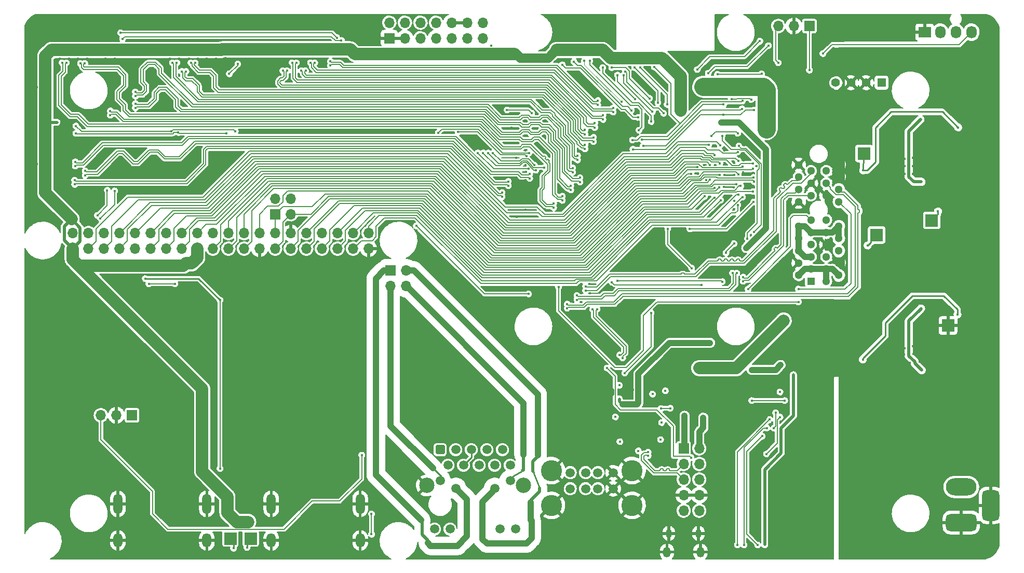
<source format=gbr>
G04 #@! TF.GenerationSoftware,KiCad,Pcbnew,(5.99.0-6751-g76ac8b5acf)*
G04 #@! TF.CreationDate,2021-04-16T13:45:54+01:00*
G04 #@! TF.ProjectId,CM4IOv5,434d3449-4f76-4352-9e6b-696361645f70,rev?*
G04 #@! TF.SameCoordinates,Original*
G04 #@! TF.FileFunction,Copper,L4,Bot*
G04 #@! TF.FilePolarity,Positive*
%FSLAX46Y46*%
G04 Gerber Fmt 4.6, Leading zero omitted, Abs format (unit mm)*
G04 Created by KiCad (PCBNEW (5.99.0-6751-g76ac8b5acf)) date 2021-04-16 13:45:54*
%MOMM*%
%LPD*%
G01*
G04 APERTURE LIST*
G04 Aperture macros list*
%AMRoundRect*
0 Rectangle with rounded corners*
0 $1 Rounding radius*
0 $2 $3 $4 $5 $6 $7 $8 $9 X,Y pos of 4 corners*
0 Add a 4 corners polygon primitive as box body*
4,1,4,$2,$3,$4,$5,$6,$7,$8,$9,$2,$3,0*
0 Add four circle primitives for the rounded corners*
1,1,$1+$1,$2,$3,0*
1,1,$1+$1,$4,$5,0*
1,1,$1+$1,$6,$7,0*
1,1,$1+$1,$8,$9,0*
0 Add four rect primitives between the rounded corners*
20,1,$1+$1,$2,$3,$4,$5,0*
20,1,$1+$1,$4,$5,$6,$7,0*
20,1,$1+$1,$6,$7,$8,$9,0*
20,1,$1+$1,$8,$9,$2,$3,0*%
G04 Aperture macros list end*
G04 #@! TA.AperFunction,ComponentPad*
%ADD10R,1.700000X1.700000*%
G04 #@! TD*
G04 #@! TA.AperFunction,ComponentPad*
%ADD11O,1.700000X1.700000*%
G04 #@! TD*
G04 #@! TA.AperFunction,ComponentPad*
%ADD12O,1.300000X1.700000*%
G04 #@! TD*
G04 #@! TA.AperFunction,ComponentPad*
%ADD13O,1.000000X1.400000*%
G04 #@! TD*
G04 #@! TA.AperFunction,ComponentPad*
%ADD14O,5.000000X2.800000*%
G04 #@! TD*
G04 #@! TA.AperFunction,ComponentPad*
%ADD15RoundRect,0.700000X1.800000X-0.700000X1.800000X0.700000X-1.800000X0.700000X-1.800000X-0.700000X0*%
G04 #@! TD*
G04 #@! TA.AperFunction,ComponentPad*
%ADD16RoundRect,0.700000X0.700000X-1.800000X0.700000X1.800000X-0.700000X1.800000X-0.700000X-1.800000X0*%
G04 #@! TD*
G04 #@! TA.AperFunction,ComponentPad*
%ADD17RoundRect,0.250500X-0.499500X-0.499500X0.499500X-0.499500X0.499500X0.499500X-0.499500X0.499500X0*%
G04 #@! TD*
G04 #@! TA.AperFunction,ComponentPad*
%ADD18C,1.500000*%
G04 #@! TD*
G04 #@! TA.AperFunction,ComponentPad*
%ADD19C,2.500000*%
G04 #@! TD*
G04 #@! TA.AperFunction,ComponentPad*
%ADD20O,1.500000X3.300000*%
G04 #@! TD*
G04 #@! TA.AperFunction,ComponentPad*
%ADD21O,1.500000X2.300000*%
G04 #@! TD*
G04 #@! TA.AperFunction,ComponentPad*
%ADD22C,3.450000*%
G04 #@! TD*
G04 #@! TA.AperFunction,ComponentPad*
%ADD23R,2.030000X1.730000*%
G04 #@! TD*
G04 #@! TA.AperFunction,ComponentPad*
%ADD24O,1.730000X2.030000*%
G04 #@! TD*
G04 #@! TA.AperFunction,ComponentPad*
%ADD25C,0.500000*%
G04 #@! TD*
G04 #@! TA.AperFunction,SMDPad,CuDef*
%ADD26R,4.400000X1.800000*%
G04 #@! TD*
G04 #@! TA.AperFunction,ComponentPad*
%ADD27R,1.408000X1.408000*%
G04 #@! TD*
G04 #@! TA.AperFunction,ComponentPad*
%ADD28C,1.408000*%
G04 #@! TD*
G04 #@! TA.AperFunction,ComponentPad*
%ADD29R,1.300000X1.300000*%
G04 #@! TD*
G04 #@! TA.AperFunction,ComponentPad*
%ADD30C,1.300000*%
G04 #@! TD*
G04 #@! TA.AperFunction,SMDPad,CuDef*
%ADD31R,2.000000X2.000000*%
G04 #@! TD*
G04 #@! TA.AperFunction,ViaPad*
%ADD32C,0.450000*%
G04 #@! TD*
G04 #@! TA.AperFunction,Conductor*
%ADD33C,0.500000*%
G04 #@! TD*
G04 #@! TA.AperFunction,Conductor*
%ADD34C,0.130000*%
G04 #@! TD*
G04 #@! TA.AperFunction,Conductor*
%ADD35C,0.230000*%
G04 #@! TD*
G04 #@! TA.AperFunction,Conductor*
%ADD36C,1.000000*%
G04 #@! TD*
G04 #@! TA.AperFunction,Conductor*
%ADD37C,0.127000*%
G04 #@! TD*
G04 #@! TA.AperFunction,Conductor*
%ADD38C,0.700000*%
G04 #@! TD*
G04 #@! TA.AperFunction,Conductor*
%ADD39C,0.147000*%
G04 #@! TD*
G04 #@! TA.AperFunction,Conductor*
%ADD40C,2.000000*%
G04 #@! TD*
G04 #@! TA.AperFunction,Conductor*
%ADD41C,1.500000*%
G04 #@! TD*
G04 #@! TA.AperFunction,Conductor*
%ADD42C,0.100000*%
G04 #@! TD*
G04 #@! TA.AperFunction,Conductor*
%ADD43C,3.000000*%
G04 #@! TD*
G04 #@! TA.AperFunction,Conductor*
%ADD44C,0.200000*%
G04 #@! TD*
G04 #@! TA.AperFunction,Conductor*
%ADD45C,0.254000*%
G04 #@! TD*
G04 APERTURE END LIST*
D10*
X97040000Y-136000000D03*
D11*
X94500000Y-136000000D03*
X91960000Y-136000000D03*
D10*
X87370000Y-108820000D03*
D11*
X87370000Y-106280000D03*
X89910000Y-108820000D03*
X89910000Y-106280000D03*
X92450000Y-108820000D03*
X92450000Y-106280000D03*
X94990000Y-108820000D03*
X94990000Y-106280000D03*
X97530000Y-108820000D03*
X97530000Y-106280000D03*
X100070000Y-108820000D03*
X100070000Y-106280000D03*
X102610000Y-108820000D03*
X102610000Y-106280000D03*
X105150000Y-108820000D03*
X105150000Y-106280000D03*
X107690000Y-108820000D03*
X107690000Y-106280000D03*
X110230000Y-108820000D03*
X110230000Y-106280000D03*
X112770000Y-108820000D03*
X112770000Y-106280000D03*
X115310000Y-108820000D03*
X115310000Y-106280000D03*
X117850000Y-108820000D03*
X117850000Y-106280000D03*
X120390000Y-108820000D03*
X120390000Y-106280000D03*
X122930000Y-108820000D03*
X122930000Y-106280000D03*
X125470000Y-108820000D03*
X125470000Y-106280000D03*
X128010000Y-108820000D03*
X128010000Y-106280000D03*
X130550000Y-108820000D03*
X130550000Y-106280000D03*
X133090000Y-108820000D03*
X133090000Y-106280000D03*
X135630000Y-108820000D03*
X135630000Y-106280000D03*
D10*
X187000000Y-141400000D03*
D11*
X189540000Y-141400000D03*
X187000000Y-143940000D03*
X189540000Y-143940000D03*
X187000000Y-146480000D03*
X189540000Y-146480000D03*
X187000000Y-149020000D03*
X189540000Y-149020000D03*
X187000000Y-151560000D03*
X189540000Y-151560000D03*
D10*
X139230000Y-112370000D03*
D11*
X141770000Y-112370000D03*
X139230000Y-114910000D03*
X141770000Y-114910000D03*
D12*
X189725000Y-158300000D03*
D13*
X184575000Y-155270000D03*
D12*
X184275000Y-158300000D03*
D13*
X189425000Y-155270000D03*
D14*
X232250000Y-147700000D03*
D15*
X232250000Y-153500000D03*
D16*
X237050000Y-150700000D03*
D17*
X147285000Y-141610000D03*
D18*
X148555000Y-144150000D03*
X149825000Y-141610000D03*
X151095000Y-144150000D03*
X152365000Y-141610000D03*
X153635000Y-144150000D03*
X154905000Y-141610000D03*
X156175000Y-144150000D03*
X157445000Y-141610000D03*
X158715000Y-144150000D03*
X147285000Y-146670000D03*
X149825000Y-147940000D03*
X156175000Y-147940000D03*
X158715000Y-146670000D03*
X146370000Y-154560000D03*
X148910000Y-154560000D03*
X157090000Y-154560000D03*
X159630000Y-154560000D03*
D19*
X145125000Y-147450000D03*
X160875000Y-147450000D03*
D20*
X134250000Y-150450000D03*
X119750000Y-150450000D03*
D21*
X119750000Y-156410000D03*
X134250000Y-156410000D03*
D20*
X109250000Y-150450000D03*
X94750000Y-150450000D03*
D21*
X94750000Y-156410000D03*
X109250000Y-156410000D03*
D18*
X168500000Y-145370000D03*
X171000000Y-145370000D03*
X173000000Y-145370000D03*
X175500000Y-145370000D03*
X168500000Y-147990000D03*
X171000000Y-147990000D03*
X173000000Y-147990000D03*
X175500000Y-147990000D03*
D22*
X165430000Y-150700000D03*
X178570000Y-150700000D03*
X165430000Y-145020000D03*
X178570000Y-145020000D03*
D23*
X226300000Y-73500000D03*
D24*
X228840000Y-73500000D03*
X231380000Y-73500000D03*
X233920000Y-73500000D03*
D25*
X229050000Y-96000000D03*
X226450000Y-96000000D03*
X230350000Y-96000000D03*
X229050000Y-94700000D03*
D26*
X228400000Y-95350000D03*
D25*
X227750000Y-96000000D03*
X226450000Y-94700000D03*
X227750000Y-94700000D03*
X230350000Y-94700000D03*
D27*
X219250000Y-81750000D03*
D28*
X216750000Y-81750000D03*
X214250000Y-81750000D03*
X211750000Y-81750000D03*
D10*
X120400000Y-103200000D03*
D11*
X120400000Y-100660000D03*
X122940000Y-103200000D03*
X122940000Y-100660000D03*
D10*
X139000000Y-74500000D03*
D11*
X139000000Y-71960000D03*
X141540000Y-74500000D03*
X141540000Y-71960000D03*
X144080000Y-74500000D03*
X144080000Y-71960000D03*
X146620000Y-74500000D03*
X146620000Y-71960000D03*
X149160000Y-74500000D03*
X149160000Y-71960000D03*
X151700000Y-74500000D03*
X151700000Y-71960000D03*
X154240000Y-74500000D03*
X154240000Y-71960000D03*
D10*
X207500000Y-72500000D03*
D11*
X204960000Y-72500000D03*
X202420000Y-72500000D03*
D25*
X229000000Y-126712500D03*
X226400000Y-126712500D03*
X230300000Y-126712500D03*
X229000000Y-125412500D03*
D26*
X228350000Y-126062500D03*
D25*
X227700000Y-126712500D03*
X226400000Y-125412500D03*
X227700000Y-125412500D03*
X230300000Y-125412500D03*
D29*
X207750000Y-114150000D03*
D30*
X205750000Y-113150000D03*
X207750000Y-112150000D03*
X205750000Y-111150000D03*
X207750000Y-110150000D03*
X205750000Y-109150000D03*
X207750000Y-108150000D03*
X205750000Y-107150000D03*
X207750000Y-106150000D03*
X205750000Y-105150000D03*
X207750000Y-104150000D03*
X205750000Y-101150000D03*
X207750000Y-100150000D03*
X205750000Y-99150000D03*
X207750000Y-98150000D03*
X205750000Y-97150000D03*
X207750000Y-96150000D03*
X205750000Y-95150000D03*
X210250000Y-114150000D03*
X212250000Y-113150000D03*
X210250000Y-112150000D03*
X212250000Y-111150000D03*
X210250000Y-110150000D03*
X212250000Y-109150000D03*
X210250000Y-108150000D03*
X212250000Y-107150000D03*
X210250000Y-106150000D03*
X212250000Y-105150000D03*
X210250000Y-104150000D03*
X212250000Y-101150000D03*
X210250000Y-100150000D03*
X212250000Y-99150000D03*
X210250000Y-98150000D03*
X212250000Y-97150000D03*
X210250000Y-96150000D03*
X212250000Y-95150000D03*
D31*
X218450000Y-106600000D03*
X227450000Y-104200000D03*
X230100000Y-121350000D03*
X216400000Y-93300000D03*
X116411606Y-156100000D03*
X113100000Y-156100000D03*
D32*
X117450000Y-72900000D03*
X224400000Y-124762500D03*
X232800000Y-126762500D03*
X233600000Y-127762500D03*
X232800000Y-125862500D03*
X232800000Y-127762500D03*
X233600000Y-128762500D03*
X232800000Y-128762500D03*
X223000000Y-127162500D03*
X233600000Y-125862500D03*
X232800000Y-124762500D03*
X231900000Y-125962500D03*
X231100000Y-125962500D03*
X233600000Y-124762500D03*
X233600000Y-123562500D03*
X232800000Y-123562500D03*
X223000000Y-125062500D03*
X223900000Y-127462500D03*
X225500000Y-124762500D03*
X225500000Y-127262500D03*
X222950000Y-126112500D03*
X231085000Y-127177500D03*
X224450000Y-126012500D03*
X231115000Y-124947500D03*
X233600000Y-126862500D03*
X204900000Y-138400000D03*
X213150000Y-134200000D03*
X193680000Y-157550000D03*
X224400000Y-95350000D03*
X230250000Y-132162500D03*
X226500000Y-132912500D03*
X226500000Y-131062500D03*
X230250000Y-131112500D03*
X230250000Y-130312500D03*
X226500000Y-132212500D03*
X230250000Y-132962500D03*
X226500000Y-130312500D03*
X223000000Y-128412500D03*
X167400000Y-118900000D03*
X169600000Y-95500000D03*
X175200000Y-115200000D03*
X193516744Y-98774022D03*
X207350000Y-156400000D03*
X175400000Y-131875000D03*
X124250000Y-80500000D03*
X161200000Y-90400000D03*
X107750000Y-77844990D03*
X158900000Y-89100000D03*
X96250000Y-74900000D03*
X169600000Y-96400000D03*
X170300000Y-114600000D03*
X141150000Y-134912500D03*
X159700000Y-94000000D03*
X193250000Y-133850000D03*
X93000000Y-122500000D03*
X129500000Y-151350000D03*
X224400000Y-94000000D03*
X106000000Y-151450000D03*
X88250000Y-77800000D03*
X169950000Y-78200000D03*
X122750000Y-80500000D03*
X130250000Y-77800000D03*
X187200000Y-105600000D03*
X192450000Y-71000000D03*
X171700000Y-116100000D03*
X232600000Y-95500000D03*
X125750000Y-77800000D03*
X110350000Y-133912500D03*
X221300000Y-94300000D03*
X156450000Y-132812500D03*
X178200000Y-79200000D03*
X220800000Y-112850000D03*
X103000000Y-148100000D03*
X193750000Y-146800000D03*
X198194979Y-103600000D03*
X208450000Y-158050000D03*
X236500000Y-122500000D03*
X171650000Y-90250000D03*
X208850000Y-146800000D03*
X101500000Y-148100000D03*
X209850000Y-85200000D03*
X182500000Y-131525000D03*
X225450000Y-125912500D03*
X98450000Y-147812500D03*
X106000000Y-148100000D03*
X106300000Y-79200000D03*
X192750000Y-79700000D03*
X194680000Y-155700000D03*
X169400000Y-98400000D03*
X91400000Y-104400000D03*
X121200000Y-80344990D03*
X112250000Y-79800000D03*
X123500000Y-151400000D03*
X223050000Y-98850000D03*
X177475000Y-137775000D03*
X179550000Y-92000000D03*
X162938528Y-86815411D03*
X172415000Y-126685000D03*
X101500000Y-157500000D03*
X97050000Y-84500000D03*
X94000000Y-72500000D03*
X169000000Y-117500000D03*
X179604000Y-139846000D03*
X191400000Y-158600000D03*
X204950000Y-115100000D03*
X176300000Y-125400000D03*
X190300000Y-95159958D03*
X224400000Y-98860010D03*
X171750000Y-89450000D03*
X226650000Y-101400000D03*
X144650000Y-131312500D03*
X178200000Y-126549990D03*
X195200000Y-96800000D03*
X166500000Y-101400000D03*
X85150000Y-79500000D03*
X159800000Y-103630010D03*
X121500000Y-72500000D03*
X86500000Y-157500000D03*
X86500000Y-72500000D03*
X168000000Y-78820010D03*
X173000000Y-137700000D03*
X164300655Y-102410010D03*
X226650000Y-99600000D03*
X103250000Y-77850000D03*
X181600000Y-143300000D03*
X167350000Y-117500000D03*
X180950000Y-131000000D03*
X198300000Y-98600000D03*
X183500000Y-85700000D03*
X173750000Y-84400000D03*
X168950000Y-116100000D03*
X126150000Y-79900000D03*
X159700000Y-91600000D03*
X178200000Y-88400000D03*
X175883000Y-135283000D03*
X225600000Y-96600000D03*
X171100000Y-97100000D03*
X213150000Y-139800000D03*
X131000000Y-148050000D03*
X231235000Y-96765000D03*
X175400000Y-132625000D03*
X193600000Y-100500000D03*
X223000000Y-96600000D03*
X236500000Y-132500000D03*
X167250000Y-115500000D03*
X98250000Y-86300000D03*
X226650000Y-100400000D03*
X232600000Y-94000000D03*
X236500000Y-77500000D03*
X190150000Y-79800000D03*
X81500000Y-72500000D03*
X94150000Y-87500000D03*
X214000000Y-155000000D03*
X131950000Y-143912500D03*
X123450000Y-143412500D03*
X152750000Y-157250000D03*
X167900000Y-100210010D03*
X171400000Y-118710010D03*
X181300000Y-79200000D03*
X209000000Y-72500000D03*
X198550000Y-142550000D03*
X225600000Y-95350000D03*
X128000000Y-151400000D03*
X81500000Y-152500000D03*
X123500000Y-148000000D03*
X225600000Y-94000000D03*
X197250000Y-105300000D03*
X109250000Y-77800000D03*
X156900000Y-99000000D03*
X114900000Y-151600000D03*
X112250000Y-77760009D03*
X161200000Y-100000000D03*
X149400000Y-137200000D03*
X164300000Y-88010010D03*
X87100000Y-89800000D03*
X233500000Y-94000000D03*
X161200000Y-98800000D03*
X162900000Y-98800000D03*
X121750000Y-146612500D03*
X94150000Y-85900000D03*
X195100000Y-90420010D03*
X161200000Y-97610010D03*
X206450000Y-117500000D03*
X197950000Y-106600000D03*
X196450000Y-112700000D03*
X174559486Y-133245488D03*
X88350000Y-90800000D03*
X110750000Y-77800000D03*
X233500000Y-98000000D03*
X114800000Y-148300000D03*
X126600000Y-119700000D03*
X210900000Y-158750000D03*
X115600000Y-138800000D03*
X98500000Y-151400000D03*
X196825453Y-91936823D03*
X199700000Y-75800000D03*
X200900000Y-138700000D03*
X175350000Y-71100000D03*
X236500000Y-112500000D03*
X161200000Y-102500000D03*
X87050000Y-97250000D03*
X180900000Y-87800000D03*
X203900000Y-127600000D03*
X174600000Y-87850000D03*
X107285000Y-123415000D03*
X198219139Y-100361721D03*
X194350000Y-113300000D03*
X171650000Y-114600000D03*
X166000000Y-71150000D03*
X196700000Y-96400000D03*
X178400000Y-125530032D03*
X112350000Y-142112500D03*
X220800000Y-113650000D03*
X173350000Y-89200000D03*
X174600000Y-87150000D03*
X209000000Y-132500000D03*
X90050000Y-97200000D03*
X131000000Y-151350000D03*
X90050000Y-95700000D03*
X162901867Y-93992530D03*
X124250000Y-77800000D03*
X193950000Y-108300000D03*
X182800000Y-86500000D03*
X89750000Y-77800000D03*
X223900000Y-128410010D03*
X94250000Y-77800000D03*
X92250000Y-99200000D03*
X191950000Y-76800000D03*
X225600000Y-98860010D03*
X173600000Y-118700000D03*
X125750000Y-79100000D03*
X164300000Y-90410010D03*
X81500000Y-130000000D03*
X129500000Y-148050000D03*
X104000000Y-72500000D03*
X173200000Y-88150000D03*
X232600000Y-98000000D03*
X151600000Y-137800000D03*
X173100000Y-91400000D03*
X183400000Y-137900000D03*
X237000000Y-142000000D03*
X106450000Y-137512500D03*
X196700000Y-102200000D03*
X154650000Y-121312500D03*
X200650000Y-80300000D03*
X162900000Y-103569990D03*
X224400000Y-96600000D03*
X175350000Y-72500000D03*
X161200000Y-95200000D03*
X162900000Y-91600000D03*
X176500000Y-157500000D03*
X185800000Y-136300000D03*
X233500000Y-99000000D03*
X208950000Y-139800000D03*
X174360000Y-141410000D03*
X231215000Y-93885000D03*
X112950000Y-131412500D03*
X214000000Y-157500000D03*
X193250000Y-135750000D03*
X161650000Y-127712500D03*
X127250000Y-77800000D03*
X106350000Y-80500000D03*
X104750000Y-79200000D03*
X161150000Y-115600000D03*
X196732552Y-94390137D03*
X85250000Y-77800000D03*
X173800000Y-85250000D03*
X236500000Y-157500000D03*
X81500000Y-102500000D03*
X92900000Y-87500000D03*
X169300000Y-99300000D03*
X183650000Y-105600000D03*
X88500000Y-97200000D03*
X127150000Y-139912500D03*
X234050000Y-145550000D03*
X87100000Y-98750000D03*
X193644988Y-92800000D03*
X104750000Y-80600000D03*
X94950000Y-99500000D03*
X233500000Y-95500000D03*
X99350000Y-145012500D03*
X176300000Y-127500000D03*
X159100000Y-124962500D03*
X122750000Y-77800000D03*
X129950000Y-128612500D03*
X161300000Y-96300000D03*
X183325000Y-131525000D03*
X173050000Y-90500000D03*
X88450000Y-94100000D03*
X222850000Y-136400000D03*
X179450000Y-86100000D03*
X114000000Y-72500000D03*
X175350000Y-73900000D03*
X154050000Y-130112500D03*
X157500000Y-85600000D03*
X134950000Y-141012500D03*
X230250000Y-99500000D03*
X121250000Y-77800000D03*
X193600000Y-105000000D03*
X171600000Y-92600000D03*
X183200000Y-140900000D03*
X154850000Y-115312500D03*
X187500000Y-131400000D03*
X88450000Y-98800000D03*
X181600000Y-131700000D03*
X172500000Y-78200000D03*
X81500000Y-95000000D03*
X112150000Y-116710010D03*
X195350000Y-112100000D03*
X81500000Y-142500000D03*
X146200000Y-89800000D03*
X232600000Y-99000000D03*
X213750000Y-85200000D03*
X104800000Y-90800000D03*
X225600000Y-129460010D03*
X117750000Y-128712500D03*
X224000000Y-157500000D03*
X107050000Y-147312500D03*
X182000000Y-142500000D03*
X87500000Y-88100000D03*
X171600000Y-91800000D03*
X236850000Y-94100000D03*
X200200000Y-140100000D03*
X182100000Y-84900000D03*
X195900000Y-131900000D03*
X196800000Y-93200000D03*
X195200000Y-94800000D03*
X104750000Y-77844990D03*
X179200000Y-90300000D03*
X126500000Y-151350000D03*
X197950000Y-157150000D03*
X149250000Y-126612500D03*
X199700000Y-142500000D03*
X131550000Y-135612500D03*
X162900000Y-101210010D03*
X155658314Y-75744990D03*
X187500000Y-129237500D03*
X182700000Y-119000000D03*
X223050000Y-97660010D03*
X178745999Y-131845999D03*
X155467559Y-137292894D03*
X122750000Y-79100000D03*
X177600000Y-139800000D03*
X206050000Y-158050000D03*
X124750000Y-128612500D03*
X155400000Y-139400000D03*
X166500000Y-102210010D03*
X170450000Y-94450000D03*
X184950000Y-76800000D03*
X167900000Y-101000000D03*
X114750000Y-89500000D03*
X131050000Y-74100000D03*
X230250000Y-101500000D03*
X118750000Y-135812500D03*
X195100000Y-103600000D03*
X170300000Y-93100000D03*
X182300000Y-158600000D03*
X103000000Y-90700000D03*
X198326926Y-96450546D03*
X164300000Y-85589990D03*
X230250000Y-102300000D03*
X192133781Y-95193358D03*
X187250000Y-76800000D03*
X154700000Y-92550000D03*
X230250000Y-100400000D03*
X174450000Y-85350000D03*
X148600000Y-89910010D03*
X88300000Y-79400000D03*
X213250000Y-146200000D03*
X221300000Y-96500000D03*
X207560000Y-144350000D03*
X154850000Y-116912500D03*
X103150000Y-79100000D03*
X149400000Y-139400000D03*
X86750000Y-77800000D03*
X201150000Y-156800000D03*
X174500000Y-79200000D03*
X103000000Y-151450000D03*
X170300000Y-116100000D03*
X162900000Y-99989990D03*
X226650000Y-102300000D03*
X114250000Y-77900000D03*
X175800000Y-87350000D03*
X189299680Y-96599671D03*
X96950000Y-82800000D03*
X181693000Y-137768000D03*
X236500000Y-72500000D03*
X231200000Y-95400000D03*
X201400000Y-137200000D03*
X161200000Y-88000000D03*
X166100000Y-74462500D03*
X159000000Y-97310010D03*
X181672000Y-135700000D03*
X162900000Y-89200000D03*
X128750000Y-77800000D03*
X195100000Y-85584990D03*
X233500000Y-92400000D03*
X221300000Y-95300000D03*
X87050000Y-91250000D03*
X134550000Y-123812500D03*
X94150000Y-74500000D03*
X81500000Y-82500000D03*
X104500000Y-148100000D03*
X110250000Y-144112500D03*
X223050000Y-95350000D03*
X99450000Y-115250000D03*
X159800000Y-86700000D03*
X87100000Y-94300000D03*
X205200000Y-77000000D03*
X92850000Y-85900000D03*
X101500000Y-151450000D03*
X109855000Y-118345000D03*
X125050000Y-135712500D03*
X233500000Y-96700000D03*
X192000000Y-92000000D03*
X232700000Y-92400000D03*
X161200000Y-85589990D03*
X108150000Y-78800000D03*
X223000000Y-129360010D03*
X171100000Y-98000000D03*
X196650000Y-114900000D03*
X103250000Y-140100000D03*
X177536000Y-135700000D03*
X175119153Y-92754991D03*
X170581263Y-143918737D03*
X162900000Y-97600000D03*
X232600000Y-96700000D03*
X81500000Y-115000000D03*
X193600000Y-96800000D03*
X92750000Y-77800000D03*
X128000000Y-148050000D03*
X155500000Y-92600000D03*
X234100000Y-144050000D03*
X220800000Y-112050000D03*
X163600000Y-157150000D03*
X86750000Y-79500000D03*
X161200000Y-92800000D03*
X126500000Y-148050000D03*
X128050000Y-72550000D03*
X164300000Y-92810010D03*
X191700000Y-136400000D03*
X98250000Y-82800000D03*
X87100000Y-95700000D03*
X157800000Y-101000000D03*
X189350000Y-76800000D03*
X124250000Y-79150000D03*
X91250000Y-77900000D03*
X198879990Y-95313931D03*
X170300000Y-117500000D03*
X191200000Y-100400000D03*
X175350000Y-75500000D03*
X153850000Y-92550000D03*
X195226569Y-101006627D03*
X175775000Y-141400000D03*
X202500000Y-77000000D03*
X104500000Y-151450000D03*
X88450000Y-95800000D03*
X143450000Y-105850000D03*
X98150000Y-84500000D03*
X193600000Y-94800000D03*
X174000000Y-127500000D03*
X159774984Y-101300004D03*
X196800000Y-90800000D03*
X209000000Y-122500000D03*
X223000000Y-94200000D03*
X179604000Y-135679000D03*
X190650063Y-97600882D03*
X168601867Y-118979990D03*
X195100000Y-92000000D03*
X121150000Y-79100000D03*
X220400000Y-135600000D03*
X198550000Y-144850000D03*
X195180800Y-98796776D03*
X189100000Y-111400000D03*
X224200000Y-129360010D03*
X153000000Y-137800000D03*
X105500000Y-85400000D03*
X196600000Y-101100000D03*
X192350000Y-75900000D03*
X157750000Y-98960010D03*
X87100000Y-92700000D03*
X106300000Y-77844990D03*
X96950000Y-86300000D03*
X127600000Y-79000000D03*
X195150000Y-102400000D03*
X181600000Y-139800000D03*
X195900000Y-130510010D03*
X104050000Y-114550000D03*
X99800000Y-114550000D03*
X225700000Y-118562500D03*
X225812500Y-128625000D03*
X216200000Y-126900000D03*
X217000000Y-108300000D03*
X231650000Y-119550000D03*
X228450000Y-102750000D03*
X157400000Y-100350000D03*
X87700000Y-98350000D03*
X87700000Y-97650000D03*
X157400000Y-99650000D03*
X89400000Y-96850000D03*
X158400000Y-98550000D03*
X158400000Y-97850000D03*
X89400000Y-96150000D03*
X161900000Y-97350000D03*
X87800000Y-95350000D03*
X87800000Y-94650000D03*
X161900000Y-96650000D03*
X177500000Y-79900000D03*
X189200000Y-79600000D03*
X94200000Y-99400000D03*
X95500000Y-74600000D03*
X199425000Y-74975000D03*
X131189949Y-74850000D03*
X183718779Y-86740611D03*
X91900000Y-103900000D03*
X93000000Y-99300000D03*
X91400000Y-103400000D03*
X191000000Y-80200000D03*
X177200000Y-80500000D03*
X95200000Y-73600000D03*
X200800000Y-75700000D03*
X181900000Y-86500000D03*
X130450000Y-74400000D03*
X168900000Y-95650000D03*
X97600000Y-83250000D03*
X168900000Y-96350000D03*
X97600000Y-83950000D03*
X170100000Y-97250000D03*
X97600000Y-85150000D03*
X97600000Y-85850000D03*
X170100000Y-97950000D03*
X89350000Y-78600000D03*
X168600000Y-98550000D03*
X88650000Y-78600000D03*
X168600000Y-99250000D03*
X167200000Y-100250000D03*
X93500000Y-86350000D03*
X167200000Y-100950000D03*
X93500000Y-87050000D03*
X165800000Y-101450000D03*
X86350000Y-78500000D03*
X165800000Y-102150000D03*
X85650000Y-78500000D03*
X103650000Y-78500000D03*
X169700000Y-94350000D03*
X169700000Y-93650000D03*
X104350000Y-78500000D03*
X105150000Y-79900000D03*
X170900000Y-92550000D03*
X170900000Y-91850000D03*
X105850000Y-79900000D03*
X106650000Y-78500000D03*
X172300000Y-91350000D03*
X107350000Y-78500000D03*
X172300000Y-90650000D03*
X173000000Y-84650000D03*
X129400000Y-78250000D03*
X173000000Y-85350000D03*
X129400000Y-78950000D03*
X126850000Y-78500000D03*
X175500000Y-85850000D03*
X175500000Y-86550000D03*
X126150000Y-78500000D03*
X125350000Y-79800000D03*
X173850000Y-87050000D03*
X124650000Y-79800000D03*
X173850000Y-87750000D03*
X123850000Y-78500000D03*
X172500000Y-88350000D03*
X123150000Y-78500000D03*
X172500000Y-89050000D03*
X170900000Y-89450000D03*
X122350000Y-79800000D03*
X170900000Y-90150000D03*
X121650000Y-79800000D03*
X201020010Y-136700000D03*
X195760000Y-157150000D03*
X202000000Y-135600000D03*
X201700000Y-138100000D03*
X200570010Y-138100000D03*
X196850000Y-157150000D03*
X199050000Y-157150000D03*
X199800000Y-139400000D03*
X196001924Y-92079994D03*
X198500000Y-106100000D03*
X200500000Y-142300000D03*
X202700000Y-132200000D03*
X202700000Y-136300000D03*
X192950000Y-91950000D03*
X191100000Y-91900000D03*
X192060347Y-93553326D03*
X195801924Y-93020006D03*
X195900000Y-94500000D03*
X192900000Y-94900000D03*
X198275038Y-94900000D03*
X191300000Y-95159967D03*
X189200000Y-95519989D03*
X196571159Y-95412331D03*
X198300000Y-95800000D03*
X188200000Y-96600000D03*
X192900000Y-96800000D03*
X195900000Y-96700000D03*
X191300000Y-97590984D03*
X198400000Y-97200000D03*
X198500000Y-97900000D03*
X192814650Y-98829922D03*
X190400000Y-100300000D03*
X196300000Y-98600000D03*
X192000000Y-100500000D03*
X198275018Y-99500000D03*
X195800000Y-101700000D03*
X195900000Y-100009990D03*
X196600000Y-100400000D03*
X155899999Y-93200001D03*
X162663238Y-95179940D03*
X155100000Y-93200000D03*
X164269990Y-95596020D03*
X154300000Y-93200000D03*
X162903625Y-96029406D03*
X153400000Y-93200000D03*
X161700000Y-95800000D03*
X174500000Y-128300000D03*
X188200000Y-142900000D03*
X181200000Y-142000000D03*
X181200000Y-142600000D03*
X209700000Y-77000000D03*
X161800000Y-93200000D03*
X147000000Y-89900000D03*
X158200000Y-86200000D03*
X162200000Y-86700000D03*
X150200000Y-89800000D03*
X161353008Y-93746992D03*
X195200000Y-108000000D03*
X193900000Y-109500000D03*
X180400000Y-92050000D03*
X196500000Y-86000000D03*
X181700000Y-119300000D03*
X177400000Y-129100000D03*
X193500000Y-85305009D03*
X188300000Y-112000000D03*
X184400000Y-105600000D03*
X180200000Y-91000000D03*
X177047488Y-126647488D03*
X172850000Y-118700000D03*
X172150000Y-118700000D03*
X176552512Y-126152512D03*
X115800000Y-157562500D03*
X113600000Y-157700000D03*
X183300000Y-134900000D03*
X184800000Y-134850000D03*
X207500000Y-79700000D03*
X193000000Y-100904756D03*
X176986750Y-134213250D03*
X191300000Y-124200000D03*
X96150000Y-76850000D03*
X179604000Y-141796000D03*
X176515500Y-131109500D03*
X184650000Y-124200000D03*
X202800000Y-127800000D03*
X105800000Y-111200000D03*
X179604000Y-133996000D03*
X183400000Y-137200000D03*
X195250000Y-88200000D03*
X197600000Y-108300000D03*
X193050000Y-88200000D03*
X132795001Y-76445001D03*
X176515500Y-133340500D03*
X198100000Y-128600000D03*
X184012500Y-132000000D03*
X114250000Y-76850000D03*
X187200000Y-86200000D03*
X186450000Y-86300000D03*
X183236290Y-139963710D03*
X84800000Y-88200000D03*
X197200000Y-108700000D03*
X116000000Y-153400000D03*
X183500000Y-77700000D03*
X181912500Y-132537500D03*
X175868000Y-136268000D03*
X176600000Y-140300000D03*
X200200000Y-144850000D03*
X200200000Y-157100000D03*
X204898661Y-129398661D03*
X189900000Y-114700000D03*
X175300000Y-114300000D03*
X194800000Y-84400000D03*
X181400000Y-84300000D03*
X198000000Y-84500000D03*
X175254910Y-79300000D03*
X195600000Y-98300000D03*
X192046881Y-98904712D03*
X197500000Y-115400000D03*
X193300000Y-114200000D03*
X176200000Y-114100000D03*
X196700000Y-114150000D03*
X169600000Y-116450000D03*
X194950000Y-112800000D03*
X196700000Y-113450000D03*
X169600000Y-117150000D03*
X195650000Y-112800000D03*
X171000000Y-115650000D03*
X171000000Y-114950000D03*
X205700000Y-117500000D03*
X166600000Y-115100000D03*
X205700000Y-115400000D03*
X168000000Y-117850000D03*
X168000000Y-118550000D03*
X198400000Y-101200000D03*
X136100000Y-155400000D03*
X188000000Y-105600000D03*
X136100000Y-152100000D03*
X225600000Y-87750000D03*
X225750000Y-97900000D03*
X190200000Y-136400000D03*
X189700000Y-138550000D03*
X187125000Y-138425000D03*
X187125000Y-136075000D03*
X112400000Y-90000000D03*
X104575000Y-89875000D03*
X87900000Y-90000000D03*
X112900000Y-80300000D03*
X87900000Y-88800000D03*
X113900000Y-89700000D03*
X103498133Y-89679990D03*
X114300000Y-78700000D03*
X179050000Y-84400000D03*
X176200000Y-80500000D03*
X178450000Y-86250000D03*
X169100000Y-78300000D03*
X171700000Y-78200000D03*
X179700000Y-89500000D03*
X182800000Y-85000000D03*
X179000000Y-79300000D03*
X179900000Y-79300000D03*
X184300000Y-85300000D03*
X193500000Y-87000000D03*
X198500000Y-86200000D03*
X178700000Y-92600000D03*
X134500000Y-142500000D03*
X199700000Y-80300000D03*
X192500000Y-80400000D03*
X167200000Y-78820010D03*
X179550000Y-87400000D03*
X170800000Y-78200000D03*
X176850000Y-84850000D03*
X191050000Y-81700000D03*
X189300000Y-127650000D03*
X190150000Y-81300000D03*
X203300000Y-121200000D03*
X191050000Y-82900000D03*
X200550000Y-88400000D03*
X216250000Y-96050000D03*
X111400000Y-117200000D03*
X202650000Y-120800000D03*
X203950000Y-120950000D03*
X231750000Y-89050000D03*
X201400000Y-89200000D03*
X200500000Y-89300000D03*
X189350000Y-129050000D03*
X201350000Y-88200000D03*
X99200000Y-113700000D03*
X190150000Y-82400000D03*
X190150000Y-83500000D03*
X200500000Y-85700000D03*
X189550000Y-128300000D03*
X111400000Y-144700000D03*
X203300000Y-120550000D03*
X200850000Y-90000000D03*
X161700000Y-116200000D03*
X182200000Y-79200000D03*
X196600000Y-84720010D03*
X143400000Y-105100000D03*
X178650000Y-91100000D03*
X173800000Y-79300000D03*
X181700000Y-88100000D03*
X195800000Y-90000000D03*
X191550000Y-90450000D03*
X202400000Y-78500000D03*
X193300000Y-90400000D03*
X198100000Y-133600000D03*
X197400000Y-107200000D03*
X203479990Y-133600000D03*
D33*
X182500000Y-131525000D02*
X183325000Y-131525000D01*
X175400000Y-131875000D02*
X175400000Y-132625000D01*
X227100000Y-101050000D02*
X227099998Y-101050000D01*
D34*
X99800000Y-114550000D02*
X104050000Y-114550000D01*
D35*
X152365000Y-142880000D02*
X151095000Y-144150000D01*
X152365000Y-141610000D02*
X152365000Y-142880000D01*
D33*
X223700000Y-120600000D02*
X223700000Y-126300000D01*
X223700000Y-126300000D02*
X224700000Y-127300000D01*
X224700000Y-127550000D02*
X225812500Y-128662500D01*
X225700000Y-118600000D02*
X223700000Y-120600000D01*
X224700000Y-127300000D02*
X224700000Y-127550000D01*
D36*
X206750000Y-110150000D02*
X205750000Y-109150000D01*
D35*
X231650000Y-118750000D02*
X229400000Y-116500000D01*
D36*
X206750000Y-105150000D02*
X207750000Y-106150000D01*
D35*
X229400000Y-116500000D02*
X224300000Y-116500000D01*
D36*
X212250000Y-107150000D02*
X212250000Y-105150000D01*
X211250000Y-106150000D02*
X212250000Y-105150000D01*
D35*
X216200000Y-126700000D02*
X216200000Y-126900000D01*
X217500000Y-107800000D02*
X217000000Y-108300000D01*
X219900000Y-120900000D02*
X219900000Y-123000000D01*
X217500000Y-107500000D02*
X217500000Y-107800000D01*
D36*
X205750000Y-109150000D02*
X205750000Y-105150000D01*
D35*
X224300000Y-116500000D02*
X219900000Y-120900000D01*
X231650000Y-119550000D02*
X231650000Y-118750000D01*
D36*
X210250000Y-106150000D02*
X211250000Y-106150000D01*
D35*
X219900000Y-123000000D02*
X216200000Y-126700000D01*
D36*
X207750000Y-106150000D02*
X210250000Y-106150000D01*
X205750000Y-105150000D02*
X206750000Y-105150000D01*
X207750000Y-110150000D02*
X206750000Y-110150000D01*
X205750000Y-113150000D02*
X206750000Y-112150000D01*
X210250000Y-112150000D02*
X211250000Y-112150000D01*
X207750000Y-112150000D02*
X210250000Y-112150000D01*
X210250000Y-114150000D02*
X210250000Y-112150000D01*
D35*
X228450000Y-102750000D02*
X228450000Y-103200000D01*
D36*
X211250000Y-112150000D02*
X212250000Y-113150000D01*
X206750000Y-112150000D02*
X207750000Y-112150000D01*
D37*
X156721298Y-100190000D02*
X157240000Y-100190000D01*
X105978702Y-98190000D02*
X109090000Y-95078702D01*
X149021298Y-92490000D02*
X156721298Y-100190000D01*
X109378702Y-92490000D02*
X149021298Y-92490000D01*
X87700000Y-98350000D02*
X87860000Y-98190000D01*
X157240000Y-100190000D02*
X157400000Y-100350000D01*
X87860000Y-98190000D02*
X105978702Y-98190000D01*
X109090000Y-95078702D02*
X109090000Y-92778702D01*
X109090000Y-92778702D02*
X109378702Y-92490000D01*
X108710000Y-92621298D02*
X109221298Y-92110000D01*
X109221298Y-92110000D02*
X149178702Y-92110000D01*
X105821298Y-97810000D02*
X108710000Y-94921298D01*
X149178702Y-92110000D02*
X156878702Y-99810000D01*
X87700000Y-97650000D02*
X87860000Y-97810000D01*
X157240000Y-99810000D02*
X157400000Y-99650000D01*
X87860000Y-97810000D02*
X105821298Y-97810000D01*
X108710000Y-94921298D02*
X108710000Y-92621298D01*
X156878702Y-99810000D02*
X157240000Y-99810000D01*
X95521298Y-93290000D02*
X94828702Y-93290000D01*
X149321298Y-91690000D02*
X107428702Y-91690000D01*
X107428702Y-91690000D02*
X104928702Y-94190000D01*
X158240000Y-98390000D02*
X156021298Y-98390000D01*
X98078702Y-94990000D02*
X97221298Y-94990000D01*
X104928702Y-94190000D02*
X102321298Y-94190000D01*
X89560000Y-96690000D02*
X89400000Y-96850000D01*
X94828702Y-93290000D02*
X91428702Y-96690000D01*
X101221298Y-93090000D02*
X99978702Y-93090000D01*
X99978702Y-93090000D02*
X98078702Y-94990000D01*
X97221298Y-94990000D02*
X95521298Y-93290000D01*
X102321298Y-94190000D02*
X101221298Y-93090000D01*
X156021298Y-98390000D02*
X149321298Y-91690000D01*
X158400000Y-98550000D02*
X158240000Y-98390000D01*
X91428702Y-96690000D02*
X89560000Y-96690000D01*
X158400000Y-97850000D02*
X158240000Y-98010000D01*
X102478702Y-93810000D02*
X101378702Y-92710000D01*
X97921298Y-94610000D02*
X97378702Y-94610000D01*
X97378702Y-94610000D02*
X95678702Y-92910000D01*
X156178702Y-98010000D02*
X149478702Y-91310000D01*
X89560000Y-96310000D02*
X89400000Y-96150000D01*
X107271298Y-91310000D02*
X104771298Y-93810000D01*
X149478702Y-91310000D02*
X107271298Y-91310000D01*
X158240000Y-98010000D02*
X156178702Y-98010000D01*
X91271298Y-96310000D02*
X89560000Y-96310000D01*
X104771298Y-93810000D02*
X102478702Y-93810000D01*
X99821298Y-92710000D02*
X97921298Y-94610000D01*
X101378702Y-92710000D02*
X99821298Y-92710000D01*
X94671298Y-92910000D02*
X91271298Y-96310000D01*
X95678702Y-92910000D02*
X94671298Y-92910000D01*
X89128702Y-95190000D02*
X92378702Y-91940000D01*
X87800000Y-95350000D02*
X87960000Y-95190000D01*
X155521298Y-96690000D02*
X159921298Y-96690000D01*
X87960000Y-95190000D02*
X89128702Y-95190000D01*
X159921298Y-96690000D02*
X160421298Y-97190000D01*
X105278702Y-91940000D02*
X106328702Y-90890000D01*
X161740000Y-97190000D02*
X161900000Y-97350000D01*
X92378702Y-91940000D02*
X105278702Y-91940000D01*
X106328702Y-90890000D02*
X149721298Y-90890000D01*
X160421298Y-97190000D02*
X161740000Y-97190000D01*
X149721298Y-90890000D02*
X155521298Y-96690000D01*
X87960000Y-94810000D02*
X88971298Y-94810000D01*
X88971298Y-94810000D02*
X92221298Y-91560000D01*
X160078702Y-96310000D02*
X160578702Y-96810000D01*
X87800000Y-94650000D02*
X87960000Y-94810000D01*
X106171298Y-90510000D02*
X149878702Y-90510000D01*
X161740000Y-96810000D02*
X161900000Y-96650000D01*
X105121298Y-91560000D02*
X106171298Y-90510000D01*
X92221298Y-91560000D02*
X105121298Y-91560000D01*
X149878702Y-90510000D02*
X155678702Y-96310000D01*
X160578702Y-96810000D02*
X161740000Y-96810000D01*
X155678702Y-96310000D02*
X160078702Y-96310000D01*
D34*
X177500000Y-79900000D02*
X177724999Y-80124999D01*
X177724999Y-80124999D02*
X177724999Y-81624999D01*
X94200000Y-99400000D02*
X94200000Y-101600000D01*
X182000000Y-85900000D02*
X182878168Y-85900000D01*
X191300000Y-77500000D02*
X189200000Y-79600000D01*
X131139949Y-74900000D02*
X131189949Y-74850000D01*
X94200000Y-101600000D02*
X91900000Y-103900000D01*
X199425000Y-74975000D02*
X196900000Y-77500000D01*
X196900000Y-77500000D02*
X191300000Y-77500000D01*
X182878168Y-85900000D02*
X183718779Y-86740611D01*
X129575845Y-74251144D02*
X130224701Y-74900000D01*
X95848856Y-74251144D02*
X95500000Y-74600000D01*
X177724999Y-81624999D02*
X182000000Y-85900000D01*
X130224701Y-74900000D02*
X131139949Y-74900000D01*
X95848856Y-74251144D02*
X129575845Y-74251144D01*
X191000000Y-80200000D02*
X192100000Y-79100000D01*
X177200000Y-80500000D02*
X177200000Y-81800000D01*
X192100000Y-79100000D02*
X197400000Y-79100000D01*
X197400000Y-79100000D02*
X200800000Y-75700000D01*
X95200000Y-73600000D02*
X129650000Y-73600000D01*
X129650000Y-73600000D02*
X130450000Y-74400000D01*
X177200000Y-81800000D02*
X181900000Y-86500000D01*
X91400000Y-103400000D02*
X93000000Y-101800000D01*
X93000000Y-101800000D02*
X93000000Y-99300000D01*
D37*
X99060000Y-83021298D02*
X98671298Y-83410000D01*
X163821298Y-87010000D02*
X163421298Y-87410000D01*
X99571298Y-78410000D02*
X98510000Y-79471298D01*
X100878702Y-78410000D02*
X99571298Y-78410000D01*
X97760000Y-83410000D02*
X97600000Y-83250000D01*
X164878702Y-87010000D02*
X163821298Y-87010000D01*
X98671298Y-83410000D02*
X97760000Y-83410000D01*
X161678702Y-87010000D02*
X160621298Y-87010000D01*
X98510000Y-79471298D02*
X98510000Y-81728702D01*
X166940000Y-90571298D02*
X166940000Y-89071298D01*
X166940000Y-89071298D02*
X164878702Y-87010000D01*
X163421298Y-87410000D02*
X162078702Y-87410000D01*
X162078702Y-87410000D02*
X161678702Y-87010000D01*
X99060000Y-82278702D02*
X99060000Y-83021298D01*
X160621298Y-87010000D02*
X160221298Y-87410000D01*
X155078702Y-85310000D02*
X106978702Y-85310000D01*
X168900000Y-95650000D02*
X168740000Y-95810000D01*
X168740000Y-95810000D02*
X168478702Y-95810000D01*
X168390000Y-92021298D02*
X166940000Y-90571298D01*
X106978702Y-85310000D02*
X101840000Y-80171298D01*
X98510000Y-81728702D02*
X99060000Y-82278702D01*
X157178702Y-87410000D02*
X155078702Y-85310000D01*
X101840000Y-80171298D02*
X101840000Y-79371298D01*
X101840000Y-79371298D02*
X100878702Y-78410000D01*
X160221298Y-87410000D02*
X157178702Y-87410000D01*
X168478702Y-95810000D02*
X168390000Y-95721298D01*
X168390000Y-95721298D02*
X168390000Y-92021298D01*
X97760000Y-83790000D02*
X97600000Y-83950000D01*
X98890000Y-81571298D02*
X99440000Y-82121298D01*
X168010000Y-92178702D02*
X166560000Y-90728702D01*
X161521298Y-87390000D02*
X160778702Y-87390000D01*
X168010000Y-95878702D02*
X168010000Y-92178702D01*
X160778702Y-87390000D02*
X160378702Y-87790000D01*
X168740000Y-96190000D02*
X168321298Y-96190000D01*
X168321298Y-96190000D02*
X168010000Y-95878702D01*
X101460000Y-79528702D02*
X100721298Y-78790000D01*
X99440000Y-82121298D02*
X99440000Y-83178702D01*
X163978702Y-87390000D02*
X163578702Y-87790000D01*
X99728702Y-78790000D02*
X98890000Y-79628702D01*
X98890000Y-79628702D02*
X98890000Y-81571298D01*
X100721298Y-78790000D02*
X99728702Y-78790000D01*
X160378702Y-87790000D02*
X157021298Y-87790000D01*
X161921298Y-87790000D02*
X161521298Y-87390000D01*
X166560000Y-90728702D02*
X166560000Y-89228702D01*
X154921298Y-85690000D02*
X106821298Y-85690000D01*
X98828702Y-83790000D02*
X97760000Y-83790000D01*
X168900000Y-96350000D02*
X168740000Y-96190000D01*
X157021298Y-87790000D02*
X154921298Y-85690000D01*
X164721298Y-87390000D02*
X163978702Y-87390000D01*
X99440000Y-83178702D02*
X98828702Y-83790000D01*
X163578702Y-87790000D02*
X161921298Y-87790000D01*
X106821298Y-85690000D02*
X101460000Y-80328702D01*
X101460000Y-80328702D02*
X101460000Y-79528702D01*
X166560000Y-89228702D02*
X164721298Y-87390000D01*
X100660000Y-83321298D02*
X100660000Y-84321298D01*
X166140000Y-89671298D02*
X165078702Y-88610000D01*
X104540000Y-85521298D02*
X104540000Y-84321298D01*
X165078702Y-88610000D02*
X163978702Y-88610000D01*
X167590000Y-92371298D02*
X166140000Y-90921298D01*
X167590000Y-96121298D02*
X167590000Y-92371298D01*
X154778702Y-86110000D02*
X105128702Y-86110000D01*
X101471298Y-82510000D02*
X100660000Y-83321298D01*
X169940000Y-97410000D02*
X168878702Y-97410000D01*
X168878702Y-97410000D02*
X167590000Y-96121298D01*
X105128702Y-86110000D02*
X104540000Y-85521298D01*
X156878702Y-88210000D02*
X154778702Y-86110000D01*
X161621298Y-88610000D02*
X160778702Y-88610000D01*
X99671298Y-85310000D02*
X97760000Y-85310000D01*
X160378702Y-88210000D02*
X156878702Y-88210000D01*
X163978702Y-88610000D02*
X163578702Y-88210000D01*
X97760000Y-85310000D02*
X97600000Y-85150000D01*
X162021298Y-88210000D02*
X161621298Y-88610000D01*
X102728702Y-82510000D02*
X101471298Y-82510000D01*
X163578702Y-88210000D02*
X162021298Y-88210000D01*
X100660000Y-84321298D02*
X99671298Y-85310000D01*
X166140000Y-90921298D02*
X166140000Y-89671298D01*
X104540000Y-84321298D02*
X102728702Y-82510000D01*
X160778702Y-88610000D02*
X160378702Y-88210000D01*
X170100000Y-97250000D02*
X169940000Y-97410000D01*
X170100000Y-97950000D02*
X169940000Y-97790000D01*
X97760000Y-85690000D02*
X97600000Y-85850000D01*
X104971298Y-86490000D02*
X104160000Y-85678702D01*
X104160000Y-85678702D02*
X104160000Y-84478702D01*
X156721298Y-88590000D02*
X154621298Y-86490000D01*
X163821298Y-88990000D02*
X163421298Y-88590000D01*
X167210000Y-92528702D02*
X165760000Y-91078702D01*
X168721298Y-97790000D02*
X167210000Y-96278702D01*
X165760000Y-91078702D02*
X165760000Y-89828702D01*
X161778702Y-88990000D02*
X160621298Y-88990000D01*
X101040000Y-84478702D02*
X99828702Y-85690000D01*
X101040000Y-83478702D02*
X101040000Y-84478702D01*
X104160000Y-84478702D02*
X102571298Y-82890000D01*
X102571298Y-82890000D02*
X101628702Y-82890000D01*
X154621298Y-86490000D02*
X104971298Y-86490000D01*
X167210000Y-96278702D02*
X167210000Y-92528702D01*
X162178702Y-88590000D02*
X161778702Y-88990000D01*
X160621298Y-88990000D02*
X160221298Y-88590000D01*
X165760000Y-89828702D02*
X164921298Y-88990000D01*
X99828702Y-85690000D02*
X97760000Y-85690000D01*
X160221298Y-88590000D02*
X156721298Y-88590000D01*
X164921298Y-88990000D02*
X163821298Y-88990000D01*
X163421298Y-88590000D02*
X162178702Y-88590000D01*
X101628702Y-82890000D02*
X101040000Y-83478702D01*
X169940000Y-97790000D02*
X168721298Y-97790000D01*
X166790000Y-97321298D02*
X166790000Y-92721298D01*
X94990000Y-84371298D02*
X94990000Y-83328702D01*
X168440000Y-98710000D02*
X168178702Y-98710000D01*
X168178702Y-98710000D02*
X166790000Y-97321298D01*
X162178702Y-89810000D02*
X161778702Y-89410000D01*
X96040000Y-82278702D02*
X96040000Y-80421298D01*
X157378702Y-89810000D02*
X154478702Y-86910000D01*
X168600000Y-98550000D02*
X168440000Y-98710000D01*
X160221298Y-89810000D02*
X157378702Y-89810000D01*
X96728702Y-86910000D02*
X95990000Y-86171298D01*
X95990000Y-86171298D02*
X95990000Y-85371298D01*
X161778702Y-89410000D02*
X160621298Y-89410000D01*
X164678702Y-89410000D02*
X163721298Y-89410000D01*
X163321298Y-89810000D02*
X162178702Y-89810000D01*
X89190000Y-79121298D02*
X89190000Y-78760000D01*
X166790000Y-92721298D02*
X165340000Y-91271298D01*
X154478702Y-86910000D02*
X96728702Y-86910000D01*
X165340000Y-91271298D02*
X165340000Y-90071298D01*
X89278702Y-79210000D02*
X89190000Y-79121298D01*
X94990000Y-83328702D02*
X96040000Y-82278702D01*
X163721298Y-89410000D02*
X163321298Y-89810000D01*
X95990000Y-85371298D02*
X94990000Y-84371298D01*
X165340000Y-90071298D02*
X164678702Y-89410000D01*
X160621298Y-89410000D02*
X160221298Y-89810000D01*
X96040000Y-80421298D02*
X94828702Y-79210000D01*
X94828702Y-79210000D02*
X89278702Y-79210000D01*
X89190000Y-78760000D02*
X89350000Y-78600000D01*
X164960000Y-91428702D02*
X164960000Y-90228702D01*
X164960000Y-90228702D02*
X164521298Y-89790000D01*
X88810000Y-79278702D02*
X88810000Y-78760000D01*
X161621298Y-89790000D02*
X160778702Y-89790000D01*
X95660000Y-82121298D02*
X95660000Y-80578702D01*
X163878702Y-89790000D02*
X163478702Y-90190000D01*
X94610000Y-84528702D02*
X94610000Y-83171298D01*
X88810000Y-78760000D02*
X88650000Y-78600000D01*
X166410000Y-97478702D02*
X166410000Y-92878702D01*
X164521298Y-89790000D02*
X163878702Y-89790000D01*
X168600000Y-99250000D02*
X168440000Y-99090000D01*
X94610000Y-83171298D02*
X95660000Y-82121298D01*
X154321298Y-87290000D02*
X96571298Y-87290000D01*
X168440000Y-99090000D02*
X168021298Y-99090000D01*
X95610000Y-86328702D02*
X95610000Y-85528702D01*
X160778702Y-89790000D02*
X160378702Y-90190000D01*
X160378702Y-90190000D02*
X157221298Y-90190000D01*
X96571298Y-87290000D02*
X95610000Y-86328702D01*
X162021298Y-90190000D02*
X161621298Y-89790000D01*
X95610000Y-85528702D02*
X94610000Y-84528702D01*
X94671298Y-79590000D02*
X89121298Y-79590000D01*
X95660000Y-80578702D02*
X94671298Y-79590000D01*
X168021298Y-99090000D02*
X166410000Y-97478702D01*
X166410000Y-92878702D02*
X164960000Y-91428702D01*
X163478702Y-90190000D02*
X162021298Y-90190000D01*
X157221298Y-90190000D02*
X154321298Y-87290000D01*
X89121298Y-79590000D02*
X88810000Y-79278702D01*
X167200000Y-100250000D02*
X167040000Y-100410000D01*
X157078702Y-90610000D02*
X154178702Y-87710000D01*
X94578702Y-86510000D02*
X93660000Y-86510000D01*
X162521298Y-90610000D02*
X162121298Y-91010000D01*
X162121298Y-91010000D02*
X160778702Y-91010000D01*
X167040000Y-100410000D02*
X166578702Y-100410000D01*
X160778702Y-91010000D02*
X160378702Y-90610000D01*
X160378702Y-90610000D02*
X157078702Y-90610000D01*
X95778702Y-87710000D02*
X94578702Y-86510000D01*
X163478702Y-90610000D02*
X162521298Y-90610000D01*
X93660000Y-86510000D02*
X93500000Y-86350000D01*
X166578702Y-100410000D02*
X165990000Y-99821298D01*
X165990000Y-99821298D02*
X165990000Y-93121298D01*
X154178702Y-87710000D02*
X95778702Y-87710000D01*
X165990000Y-93121298D02*
X163478702Y-90610000D01*
X167200000Y-100950000D02*
X167040000Y-100790000D01*
X160621298Y-91390000D02*
X160221298Y-90990000D01*
X93660000Y-86890000D02*
X93500000Y-87050000D01*
X167040000Y-100790000D02*
X166421298Y-100790000D01*
X163321298Y-90990000D02*
X162678702Y-90990000D01*
X165610000Y-93278702D02*
X163321298Y-90990000D01*
X94421298Y-86890000D02*
X93660000Y-86890000D01*
X165610000Y-99978702D02*
X165610000Y-93278702D01*
X154021298Y-88090000D02*
X95621298Y-88090000D01*
X162278702Y-91390000D02*
X160621298Y-91390000D01*
X95621298Y-88090000D02*
X94421298Y-86890000D01*
X156921298Y-90990000D02*
X154021298Y-88090000D01*
X160221298Y-90990000D02*
X156921298Y-90990000D01*
X162678702Y-90990000D02*
X162278702Y-91390000D01*
X166421298Y-100790000D02*
X165610000Y-99978702D01*
X164906400Y-94288576D02*
X164928284Y-94306028D01*
X85490000Y-85321298D02*
X87078702Y-86910000D01*
X164773392Y-94288576D02*
X164798611Y-94276431D01*
X160321298Y-92210000D02*
X160721298Y-91810000D01*
X85490000Y-80728702D02*
X85490000Y-85321298D01*
X164504490Y-93920802D02*
X164504490Y-93948793D01*
X87078702Y-86910000D02*
X88328702Y-86910000D01*
X164596615Y-94323480D02*
X164621834Y-94335625D01*
X164729623Y-94323480D02*
X164773392Y-94288576D01*
X164315495Y-93710745D02*
X164340714Y-93722890D01*
X165063948Y-94459198D02*
X165070176Y-94486488D01*
X88328702Y-86910000D02*
X89928702Y-88510000D01*
X164649124Y-94341853D02*
X164677115Y-94341853D01*
X165016898Y-94743764D02*
X165034351Y-94765649D01*
X164998525Y-94663265D02*
X164998525Y-94691256D01*
X164798611Y-94276431D02*
X164825901Y-94270203D01*
X164451212Y-94045070D02*
X164439067Y-94070289D01*
X86350000Y-78500000D02*
X86190000Y-78660000D01*
X164853892Y-94270203D02*
X164881181Y-94276431D01*
X165063948Y-94541768D02*
X165051803Y-94566987D01*
X164704404Y-94335625D02*
X164729623Y-94323480D01*
X164574731Y-94306028D02*
X164596615Y-94323480D01*
X164486117Y-93868293D02*
X164498262Y-93893512D01*
X164030929Y-93757794D02*
X164056148Y-93769939D01*
X164439067Y-94152859D02*
X164451212Y-94178078D01*
X163940000Y-100871298D02*
X164678702Y-101610000D01*
X165004753Y-94718545D02*
X165016898Y-94743764D01*
X165190000Y-94921298D02*
X165190000Y-96178702D01*
X165640000Y-101610000D02*
X165800000Y-101450000D01*
X165051803Y-94566987D02*
X165016898Y-94610756D01*
X164498262Y-93976082D02*
X164486117Y-94001301D01*
X160721298Y-91810000D02*
X162078702Y-91810000D01*
X164504490Y-93948793D02*
X164498262Y-93976082D01*
X164340714Y-93722890D02*
X164362598Y-93740342D01*
X165070176Y-94486488D02*
X165070176Y-94514479D01*
X86190000Y-78660000D02*
X86190000Y-80028702D01*
X164881181Y-94276431D02*
X164906400Y-94288576D01*
X164678702Y-101610000D02*
X165640000Y-101610000D01*
X164825901Y-94270203D02*
X164853892Y-94270203D01*
X153878702Y-88510000D02*
X157578702Y-92210000D01*
X165051803Y-94433979D02*
X165063948Y-94459198D01*
X164432839Y-94097579D02*
X164432839Y-94125570D01*
X164621834Y-94335625D02*
X164649124Y-94341853D01*
X164290000Y-97078702D02*
X164290000Y-98978702D01*
X165004753Y-94635975D02*
X164998525Y-94663265D01*
X89928702Y-88510000D02*
X153878702Y-88510000D01*
X164439067Y-94070289D02*
X164432839Y-94097579D01*
X164260215Y-93704517D02*
X164288206Y-93704517D01*
X164451212Y-94178078D02*
X164468665Y-94199963D01*
X164290000Y-98978702D02*
X163940000Y-99328702D01*
X164362598Y-93740342D02*
X164468665Y-93846409D01*
X164998525Y-94691256D02*
X165004753Y-94718545D01*
X164207706Y-93722890D02*
X164232925Y-93710745D01*
X164468665Y-94199963D02*
X164574731Y-94306028D01*
X163940000Y-99328702D02*
X163940000Y-100871298D01*
X164468665Y-93846409D02*
X164486117Y-93868293D01*
X164009045Y-93740342D02*
X164030929Y-93757794D01*
X164111429Y-93776167D02*
X164138718Y-93769939D01*
X164163937Y-93757794D02*
X164207706Y-93722890D01*
X165034351Y-94412095D02*
X165051803Y-94433979D01*
X157578702Y-92210000D02*
X160321298Y-92210000D01*
X164928284Y-94306028D02*
X165034351Y-94412095D01*
X164677115Y-94341853D02*
X164704404Y-94335625D01*
X164083438Y-93776167D02*
X164111429Y-93776167D01*
X165070176Y-94514479D02*
X165063948Y-94541768D01*
X164056148Y-93769939D02*
X164083438Y-93776167D01*
X162078702Y-91810000D02*
X164009045Y-93740342D01*
X164232925Y-93710745D02*
X164260215Y-93704517D01*
X164498262Y-93893512D02*
X164504490Y-93920802D01*
X86190000Y-80028702D02*
X85490000Y-80728702D01*
X164486117Y-94001301D02*
X164451212Y-94045070D01*
X164432839Y-94125570D02*
X164439067Y-94152859D01*
X164288206Y-93704517D02*
X164315495Y-93710745D01*
X165016898Y-94610756D02*
X165004753Y-94635975D01*
X165034351Y-94765649D02*
X165190000Y-94921298D01*
X164138718Y-93769939D02*
X164163937Y-93757794D01*
X165190000Y-96178702D02*
X164290000Y-97078702D01*
X85110000Y-85478702D02*
X86921298Y-87290000D01*
X163560000Y-99171298D02*
X163560000Y-101028702D01*
X160878702Y-92190000D02*
X161921298Y-92190000D01*
X163910000Y-96921298D02*
X163910000Y-98821298D01*
X163560000Y-101028702D02*
X164521298Y-101990000D01*
X157421298Y-92590000D02*
X160478702Y-92590000D01*
X88171298Y-87290000D02*
X89771298Y-88890000D01*
X161921298Y-92190000D02*
X164810000Y-95078702D01*
X164521298Y-101990000D02*
X165640000Y-101990000D01*
X165640000Y-101990000D02*
X165800000Y-102150000D01*
X85650000Y-78500000D02*
X85810000Y-78660000D01*
X153721298Y-88890000D02*
X157421298Y-92590000D01*
X86921298Y-87290000D02*
X88171298Y-87290000D01*
X160478702Y-92590000D02*
X160878702Y-92190000D01*
X164810000Y-96021298D02*
X163910000Y-96921298D01*
X89771298Y-88890000D02*
X153721298Y-88890000D01*
X163910000Y-98821298D02*
X163560000Y-99171298D01*
X85810000Y-78660000D02*
X85810000Y-79871298D01*
X85110000Y-80571298D02*
X85110000Y-85478702D01*
X164810000Y-95078702D02*
X164810000Y-96021298D01*
X85810000Y-79871298D02*
X85110000Y-80571298D01*
X168810000Y-93778702D02*
X169221298Y-94190000D01*
X162021298Y-84890000D02*
X163721298Y-86590000D01*
X168810000Y-93778702D02*
X168810000Y-91828702D01*
X103650000Y-78500000D02*
X103810000Y-78660000D01*
X167360000Y-90378702D02*
X167360000Y-88928702D01*
X168810000Y-91828702D02*
X167360000Y-90378702D01*
X103810000Y-80878702D02*
X107821298Y-84890000D01*
X107821298Y-84890000D02*
X162021298Y-84890000D01*
X163721298Y-86590000D02*
X165221298Y-86590000D01*
X169221298Y-94190000D02*
X169540000Y-94190000D01*
X103810000Y-78660000D02*
X103810000Y-80878702D01*
X165610000Y-87178702D02*
X165610000Y-86978702D01*
X167360000Y-88928702D02*
X165610000Y-87178702D01*
X169540000Y-94190000D02*
X169700000Y-94350000D01*
X165610000Y-86978702D02*
X165221298Y-86590000D01*
X104190000Y-78660000D02*
X104190000Y-80721298D01*
X165990000Y-87021298D02*
X165990000Y-86821298D01*
X104190000Y-80721298D02*
X107978702Y-84510000D01*
X107978702Y-84510000D02*
X162178702Y-84510000D01*
X162178702Y-84510000D02*
X163878702Y-86210000D01*
X169540000Y-93810000D02*
X169700000Y-93650000D01*
X167740000Y-90221298D02*
X167740000Y-88771298D01*
X167740000Y-88771298D02*
X165990000Y-87021298D01*
X169190000Y-93621298D02*
X169190000Y-91671298D01*
X169378702Y-93810000D02*
X169540000Y-93810000D01*
X104350000Y-78500000D02*
X104190000Y-78660000D01*
X163878702Y-86210000D02*
X165378702Y-86210000D01*
X165990000Y-86821298D02*
X165378702Y-86210000D01*
X169190000Y-91671298D02*
X167740000Y-90221298D01*
X169190000Y-93621298D02*
X169378702Y-93810000D01*
X169610000Y-91678702D02*
X170321298Y-92390000D01*
X107660000Y-83278702D02*
X108471298Y-84090000D01*
X169610000Y-91478702D02*
X169610000Y-91678702D01*
X105150000Y-79900000D02*
X105310000Y-80060000D01*
X105310000Y-80928702D02*
X105821298Y-81440000D01*
X168160000Y-90028702D02*
X169610000Y-91478702D01*
X106771298Y-81440000D02*
X107660000Y-82328702D01*
X107660000Y-82328702D02*
X107660000Y-83278702D01*
X164021298Y-84090000D02*
X168160000Y-88228702D01*
X108471298Y-84090000D02*
X164021298Y-84090000D01*
X168160000Y-88228702D02*
X168160000Y-90028702D01*
X105821298Y-81440000D02*
X106771298Y-81440000D01*
X105310000Y-80060000D02*
X105310000Y-80928702D01*
X170740000Y-92390000D02*
X170900000Y-92550000D01*
X170321298Y-92390000D02*
X170740000Y-92390000D01*
X105978702Y-81060000D02*
X106928702Y-81060000D01*
X169990000Y-91521298D02*
X170478702Y-92010000D01*
X170740000Y-92010000D02*
X170900000Y-91850000D01*
X108040000Y-82171298D02*
X108040000Y-83121298D01*
X169990000Y-91321298D02*
X169990000Y-91521298D01*
X170478702Y-92010000D02*
X170740000Y-92010000D01*
X164178702Y-83710000D02*
X168540000Y-88071298D01*
X168540000Y-88071298D02*
X168540000Y-89871298D01*
X168540000Y-89871298D02*
X169990000Y-91321298D01*
X105690000Y-80771298D02*
X105978702Y-81060000D01*
X105690000Y-80060000D02*
X105690000Y-80771298D01*
X108628702Y-83710000D02*
X164178702Y-83710000D01*
X106928702Y-81060000D02*
X108040000Y-82171298D01*
X105850000Y-79900000D02*
X105690000Y-80060000D01*
X108040000Y-83121298D02*
X108628702Y-83710000D01*
X107871298Y-80090000D02*
X106810000Y-79028702D01*
X168960000Y-89678702D02*
X168960000Y-87928702D01*
X106810000Y-79028702D02*
X106810000Y-78660000D01*
X164321298Y-83290000D02*
X111121298Y-83290000D01*
X170471298Y-91190000D02*
X168960000Y-89678702D01*
X109721298Y-80090000D02*
X107871298Y-80090000D01*
X110360000Y-80728702D02*
X109721298Y-80090000D01*
X110360000Y-82528702D02*
X110360000Y-80728702D01*
X172300000Y-91350000D02*
X172140000Y-91190000D01*
X106810000Y-78660000D02*
X106650000Y-78500000D01*
X168960000Y-87928702D02*
X164321298Y-83290000D01*
X172140000Y-91190000D02*
X170471298Y-91190000D01*
X111121298Y-83290000D02*
X110360000Y-82528702D01*
X110740000Y-80571298D02*
X109878702Y-79710000D01*
X164478702Y-82910000D02*
X111278702Y-82910000D01*
X169340000Y-87771298D02*
X164478702Y-82910000D01*
X172300000Y-90650000D02*
X172140000Y-90810000D01*
X170628702Y-90810000D02*
X169340000Y-89521298D01*
X169340000Y-89521298D02*
X169340000Y-87771298D01*
X108028702Y-79710000D02*
X107190000Y-78871298D01*
X172140000Y-90810000D02*
X170628702Y-90810000D01*
X111278702Y-82910000D02*
X110740000Y-82371298D01*
X107190000Y-78871298D02*
X107190000Y-78660000D01*
X109878702Y-79710000D02*
X108028702Y-79710000D01*
X107190000Y-78660000D02*
X107350000Y-78500000D01*
X110740000Y-82371298D02*
X110740000Y-80571298D01*
X129560000Y-78410000D02*
X129400000Y-78250000D01*
X166378702Y-78910000D02*
X131578702Y-78910000D01*
X172278702Y-84810000D02*
X166378702Y-78910000D01*
X172840000Y-84810000D02*
X172278702Y-84810000D01*
X131078702Y-78410000D02*
X129560000Y-78410000D01*
X173000000Y-84650000D02*
X172840000Y-84810000D01*
X131578702Y-78910000D02*
X131078702Y-78410000D01*
X172121298Y-85190000D02*
X166221298Y-79290000D01*
X172840000Y-85190000D02*
X172121298Y-85190000D01*
X173000000Y-85350000D02*
X172840000Y-85190000D01*
X129560000Y-78790000D02*
X129400000Y-78950000D01*
X131421298Y-79290000D02*
X130921298Y-78790000D01*
X166221298Y-79290000D02*
X131421298Y-79290000D01*
X130921298Y-78790000D02*
X129560000Y-78790000D01*
X126690000Y-78660000D02*
X126850000Y-78500000D01*
X126690000Y-79121298D02*
X126690000Y-78660000D01*
X172278702Y-86010000D02*
X165978702Y-79710000D01*
X127278702Y-79710000D02*
X126690000Y-79121298D01*
X175500000Y-85850000D02*
X175340000Y-86010000D01*
X165978702Y-79710000D02*
X127278702Y-79710000D01*
X175340000Y-86010000D02*
X172278702Y-86010000D01*
X165821298Y-80090000D02*
X127121298Y-80090000D01*
X126310000Y-79278702D02*
X126310000Y-78660000D01*
X175340000Y-86390000D02*
X172121298Y-86390000D01*
X126310000Y-78660000D02*
X126150000Y-78500000D01*
X172121298Y-86390000D02*
X165821298Y-80090000D01*
X127121298Y-80090000D02*
X126310000Y-79278702D01*
X175500000Y-86550000D02*
X175340000Y-86390000D01*
X172178702Y-87210000D02*
X173690000Y-87210000D01*
X125350000Y-79800000D02*
X125190000Y-79960000D01*
X125190000Y-79960000D02*
X125190000Y-80221298D01*
X125478702Y-80510000D02*
X165478702Y-80510000D01*
X173690000Y-87210000D02*
X173850000Y-87050000D01*
X165478702Y-80510000D02*
X172178702Y-87210000D01*
X125190000Y-80221298D02*
X125478702Y-80510000D01*
X124810000Y-79960000D02*
X124810000Y-80378702D01*
X165321298Y-80890000D02*
X172021298Y-87590000D01*
X124810000Y-80378702D02*
X125321298Y-80890000D01*
X124650000Y-79800000D02*
X124810000Y-79960000D01*
X173690000Y-87590000D02*
X173850000Y-87750000D01*
X172021298Y-87590000D02*
X173690000Y-87590000D01*
X125321298Y-80890000D02*
X165321298Y-80890000D01*
X171090000Y-88121298D02*
X171090000Y-87321298D01*
X171478702Y-88510000D02*
X171090000Y-88121298D01*
X172500000Y-88350000D02*
X172340000Y-88510000D01*
X123690000Y-78660000D02*
X123850000Y-78500000D01*
X124078702Y-81310000D02*
X123690000Y-80921298D01*
X171090000Y-87321298D02*
X165078702Y-81310000D01*
X172340000Y-88510000D02*
X171478702Y-88510000D01*
X165078702Y-81310000D02*
X124078702Y-81310000D01*
X123690000Y-80921298D02*
X123690000Y-78660000D01*
X123310000Y-78660000D02*
X123150000Y-78500000D01*
X172500000Y-89050000D02*
X172340000Y-88890000D01*
X170710000Y-87478702D02*
X164921298Y-81690000D01*
X170710000Y-88278702D02*
X170710000Y-87478702D01*
X164921298Y-81690000D02*
X123921298Y-81690000D01*
X123310000Y-81078702D02*
X123310000Y-78660000D01*
X171321298Y-88890000D02*
X170710000Y-88278702D01*
X123921298Y-81690000D02*
X123310000Y-81078702D01*
X172340000Y-88890000D02*
X171321298Y-88890000D01*
X170528702Y-89610000D02*
X170140000Y-89221298D01*
X122190000Y-79960000D02*
X122190000Y-80828702D01*
X121190000Y-81578702D02*
X121428702Y-81340000D01*
X121478702Y-82110000D02*
X121190000Y-81821298D01*
X170140000Y-87471298D02*
X164778702Y-82110000D01*
X164778702Y-82110000D02*
X121478702Y-82110000D01*
X170900000Y-89450000D02*
X170740000Y-89610000D01*
X122350000Y-79800000D02*
X122190000Y-79960000D01*
X170140000Y-89221298D02*
X170140000Y-87471298D01*
X121678702Y-81340000D02*
X121428702Y-81340000D01*
X122190000Y-80828702D02*
X121678702Y-81340000D01*
X121190000Y-81821298D02*
X121190000Y-81578702D01*
X170740000Y-89610000D02*
X170528702Y-89610000D01*
X169760000Y-89378702D02*
X169760000Y-87628702D01*
X170900000Y-90150000D02*
X170740000Y-89990000D01*
X169760000Y-87628702D02*
X164621298Y-82490000D01*
X121810000Y-79960000D02*
X121810000Y-80671298D01*
X121521298Y-80960000D02*
X121271298Y-80960000D01*
X121321298Y-82490000D02*
X120810000Y-81978702D01*
X164621298Y-82490000D02*
X121321298Y-82490000D01*
X121810000Y-80671298D02*
X121521298Y-80960000D01*
X120810000Y-81978702D02*
X120810000Y-81421298D01*
X120810000Y-81421298D02*
X121271298Y-80960000D01*
X170371298Y-89990000D02*
X169760000Y-89378702D01*
X121650000Y-79800000D02*
X121810000Y-79960000D01*
X170740000Y-89990000D02*
X170371298Y-89990000D01*
D34*
X195760000Y-141960010D02*
X201020010Y-136700000D01*
X195760000Y-157150000D02*
X195760000Y-141960010D01*
X201700000Y-138100000D02*
X202000000Y-137800000D01*
X202000000Y-137800000D02*
X202000000Y-135600000D01*
X196850000Y-141250000D02*
X200000000Y-138100000D01*
X200000000Y-138100000D02*
X200570010Y-138100000D01*
X196850000Y-157150000D02*
X196850000Y-141250000D01*
X197300000Y-155400000D02*
X199050000Y-157150000D01*
X197300000Y-155400000D02*
X197300000Y-141900000D01*
X197300000Y-141900000D02*
X199800000Y-139400000D01*
X198500000Y-106100000D02*
X199660010Y-104939990D01*
X197107700Y-92439989D02*
X196361919Y-92439989D01*
X196361919Y-92439989D02*
X196001924Y-92079994D01*
X199660010Y-94992299D02*
X197107700Y-92439989D01*
X199660010Y-104939990D02*
X199660010Y-94992299D01*
X202260011Y-140539989D02*
X200500000Y-142300000D01*
X202260011Y-136739989D02*
X202260011Y-140539989D01*
X202700000Y-136300000D02*
X202260011Y-136739989D01*
X89910000Y-108870000D02*
X91150000Y-107630000D01*
X167262584Y-103200000D02*
X177112584Y-93350000D01*
X177112584Y-93350000D02*
X184050000Y-93350000D01*
X164300000Y-103200000D02*
X167262584Y-103200000D01*
X186024999Y-91375001D02*
X192375001Y-91375001D01*
X91150000Y-105600000D02*
X96350000Y-100400000D01*
X163100000Y-102000000D02*
X164300000Y-103200000D01*
X148800000Y-92900000D02*
X157900000Y-102000000D01*
X108650000Y-100400000D02*
X116150000Y-92900000D01*
X157900000Y-102000000D02*
X163100000Y-102000000D01*
X96350000Y-100400000D02*
X108650000Y-100400000D01*
X192375001Y-91375001D02*
X192950000Y-91950000D01*
X184050000Y-93350000D02*
X186024999Y-91375001D01*
X91150000Y-107630000D02*
X91150000Y-105600000D01*
X116150000Y-92900000D02*
X148800000Y-92900000D01*
X163900000Y-103600000D02*
X167500000Y-103600000D01*
X93700000Y-107620000D02*
X93700000Y-105200000D01*
X108850000Y-100850000D02*
X116400000Y-93300000D01*
X184200000Y-93800000D02*
X186100000Y-91900000D01*
X177300000Y-93800000D02*
X184200000Y-93800000D01*
X116400000Y-93300000D02*
X148500000Y-93300000D01*
X148500000Y-93300000D02*
X158200000Y-103000000D01*
X163300000Y-103000000D02*
X163900000Y-103600000D01*
X158200000Y-103000000D02*
X163300000Y-103000000D01*
X93700000Y-105200000D02*
X98050000Y-100850000D01*
X98050000Y-100850000D02*
X108850000Y-100850000D01*
X186100000Y-91900000D02*
X191100000Y-91900000D01*
X92450000Y-108870000D02*
X93700000Y-107620000D01*
X167500000Y-103600000D02*
X177300000Y-93800000D01*
X177600000Y-94700000D02*
X184700000Y-94700000D01*
X109250000Y-101750000D02*
X116800000Y-94200000D01*
X96300000Y-107560000D02*
X96300000Y-105700000D01*
X191856938Y-93349917D02*
X192060347Y-93553326D01*
X186600000Y-92800000D02*
X190300166Y-92800000D01*
X116800000Y-94200000D02*
X148000000Y-94200000D01*
X190300166Y-92800000D02*
X190850083Y-93349917D01*
X94990000Y-108870000D02*
X96300000Y-107560000D01*
X184700000Y-94700000D02*
X186600000Y-92800000D01*
X96300000Y-105700000D02*
X100250000Y-101750000D01*
X158400000Y-104600000D02*
X167700000Y-104600000D01*
X167700000Y-104600000D02*
X177600000Y-94700000D01*
X190850083Y-93349917D02*
X191856938Y-93349917D01*
X148000000Y-94200000D02*
X158400000Y-104600000D01*
X100250000Y-101750000D02*
X109250000Y-101750000D01*
X186400000Y-92300000D02*
X190500000Y-92300000D01*
X158640001Y-104140001D02*
X167559999Y-104140001D01*
X195576925Y-93245005D02*
X195801924Y-93020006D01*
X192800000Y-92700000D02*
X193345005Y-93245005D01*
X167559999Y-104140001D02*
X177450000Y-94250000D01*
X190500000Y-92300000D02*
X190900000Y-92700000D01*
X177450000Y-94250000D02*
X184450000Y-94250000D01*
X193345005Y-93245005D02*
X195576925Y-93245005D01*
X109050000Y-101300000D02*
X116550000Y-93800000D01*
X190900000Y-92700000D02*
X192800000Y-92700000D01*
X116550000Y-93800000D02*
X148300000Y-93800000D01*
X184450000Y-94250000D02*
X186400000Y-92300000D01*
X100020000Y-101300000D02*
X109050000Y-101300000D01*
X148300000Y-93800000D02*
X158640001Y-104140001D01*
X94990000Y-106330000D02*
X100020000Y-101300000D01*
X101660000Y-102200000D02*
X109500000Y-102200000D01*
X158200000Y-105000000D02*
X167900000Y-105000000D01*
X186700000Y-93300000D02*
X190140146Y-93300000D01*
X97530000Y-106330000D02*
X101660000Y-102200000D01*
X191461746Y-93679927D02*
X191825146Y-94043327D01*
X109500000Y-102200000D02*
X117100000Y-94600000D01*
X184850000Y-95150000D02*
X186700000Y-93300000D01*
X190520073Y-93679927D02*
X191461746Y-93679927D01*
X195443327Y-94043327D02*
X195900000Y-94500000D01*
X117100000Y-94600000D02*
X147800000Y-94600000D01*
X190140146Y-93300000D02*
X190520073Y-93679927D01*
X177750000Y-95150000D02*
X184850000Y-95150000D01*
X147800000Y-94600000D02*
X158200000Y-105000000D01*
X167900000Y-105000000D02*
X177750000Y-95150000D01*
X191825146Y-94043327D02*
X195443327Y-94043327D01*
X117450000Y-95500000D02*
X109900000Y-103050000D01*
X104000000Y-103050000D02*
X101400000Y-105650000D01*
X178050000Y-96050000D02*
X185150000Y-96050000D01*
X101400000Y-105650000D02*
X101400000Y-107540000D01*
X117600000Y-95400000D02*
X147400000Y-95400000D01*
X189700000Y-94100000D02*
X189939947Y-94339947D01*
X117450000Y-95500000D02*
X117500000Y-95500000D01*
X157800000Y-105800000D02*
X168300000Y-105800000D01*
X187100000Y-94100000D02*
X189700000Y-94100000D01*
X109900000Y-103050000D02*
X104000000Y-103050000D01*
X168300000Y-105800000D02*
X178050000Y-96050000D01*
X101400000Y-107540000D02*
X100070000Y-108870000D01*
X185150000Y-96050000D02*
X187100000Y-94100000D01*
X191188356Y-94339947D02*
X191551757Y-94703348D01*
X191551757Y-94703348D02*
X192703346Y-94703346D01*
X117500000Y-95500000D02*
X117600000Y-95400000D01*
X189939947Y-94339947D02*
X191188356Y-94339947D01*
X192703346Y-94703346D02*
X192900000Y-94900000D01*
X147400000Y-95400000D02*
X157800000Y-105800000D01*
X185000000Y-95600000D02*
X186900000Y-93700000D01*
X193929997Y-94309999D02*
X194909999Y-95290001D01*
X186900000Y-93700000D02*
X189880126Y-93700000D01*
X195968285Y-95290001D02*
X196358286Y-94900000D01*
X190190063Y-94009937D02*
X191325050Y-94009937D01*
X191325050Y-94009937D02*
X191625112Y-94309999D01*
X168100000Y-105400000D02*
X177900000Y-95600000D01*
X100070000Y-106330000D02*
X103750000Y-102650000D01*
X177900000Y-95600000D02*
X185000000Y-95600000D01*
X189880126Y-93700000D02*
X190190063Y-94009937D01*
X147600000Y-95000000D02*
X158000000Y-105400000D01*
X103750000Y-102650000D02*
X109700000Y-102650000D01*
X158000000Y-105400000D02*
X168100000Y-105400000D01*
X191625112Y-94309999D02*
X193929997Y-94309999D01*
X109700000Y-102650000D02*
X117350000Y-95000000D01*
X196358286Y-94900000D02*
X198275038Y-94900000D01*
X194909999Y-95290001D02*
X195968285Y-95290001D01*
X117350000Y-95000000D02*
X147600000Y-95000000D01*
X178200000Y-96500000D02*
X185300000Y-96500000D01*
X105950000Y-103450000D02*
X110100000Y-103450000D01*
X190809990Y-94669957D02*
X191300000Y-95159967D01*
X102610000Y-108870000D02*
X103900000Y-107580000D01*
X103900000Y-105500000D02*
X105950000Y-103450000D01*
X110100000Y-103450000D02*
X117750000Y-95800000D01*
X103900000Y-107580000D02*
X103900000Y-105500000D01*
X147200000Y-95800000D02*
X157650000Y-106250000D01*
X157650000Y-106250000D02*
X168450000Y-106250000D01*
X187130043Y-94669957D02*
X190809990Y-94669957D01*
X185300000Y-96500000D02*
X187130043Y-94669957D01*
X117750000Y-95800000D02*
X147200000Y-95800000D01*
X168450000Y-106250000D02*
X178200000Y-96500000D01*
X106400000Y-107620000D02*
X106400000Y-105700000D01*
X168800000Y-107100000D02*
X178600000Y-97300000D01*
X178600000Y-97300000D02*
X185700000Y-97300000D01*
X185700000Y-97300000D02*
X187480011Y-95519989D01*
X118400000Y-96600000D02*
X146800000Y-96600000D01*
X146800000Y-96600000D02*
X157300000Y-107100000D01*
X110725000Y-104275000D02*
X118400000Y-96600000D01*
X157300000Y-107100000D02*
X168800000Y-107100000D01*
X106400000Y-105700000D02*
X107825000Y-104275000D01*
X187480011Y-95519989D02*
X189200000Y-95519989D01*
X105150000Y-108870000D02*
X106400000Y-107620000D01*
X107825000Y-104275000D02*
X110725000Y-104275000D01*
X118100000Y-96200000D02*
X147000000Y-96200000D01*
X107630000Y-103850000D02*
X110450000Y-103850000D01*
X178400000Y-96900000D02*
X185500000Y-96900000D01*
X187390003Y-95009997D02*
X189409997Y-95009997D01*
X168600000Y-106700000D02*
X178400000Y-96900000D01*
X105150000Y-106330000D02*
X107630000Y-103850000D01*
X190037330Y-95637330D02*
X196346160Y-95637330D01*
X185500000Y-96900000D02*
X187390003Y-95009997D01*
X189409997Y-95009997D02*
X190037330Y-95637330D01*
X147000000Y-96200000D02*
X157500000Y-106700000D01*
X157500000Y-106700000D02*
X168600000Y-106700000D01*
X196346160Y-95637330D02*
X196571159Y-95412331D01*
X110450000Y-103850000D02*
X118100000Y-96200000D01*
X178800000Y-97700000D02*
X185900000Y-97700000D01*
X169000000Y-107500000D02*
X178800000Y-97700000D01*
X198120013Y-95979987D02*
X198300000Y-95800000D01*
X118700000Y-97000000D02*
X146600000Y-97000000D01*
X146600000Y-97000000D02*
X157100000Y-107500000D01*
X187620013Y-95979987D02*
X198120013Y-95979987D01*
X110840000Y-104860000D02*
X118700000Y-97000000D01*
X157100000Y-107500000D02*
X169000000Y-107500000D01*
X109160000Y-104860000D02*
X110840000Y-104860000D01*
X107690000Y-106330000D02*
X109160000Y-104860000D01*
X185900000Y-97700000D02*
X187620013Y-95979987D01*
X111500000Y-107600000D02*
X111500000Y-104900000D01*
X187600000Y-96600000D02*
X188200000Y-96600000D01*
X156900000Y-107900000D02*
X169200000Y-107900000D01*
X186100000Y-98100000D02*
X187600000Y-96600000D01*
X169200000Y-107900000D02*
X179000000Y-98100000D01*
X146400000Y-97400000D02*
X156900000Y-107900000D01*
X110230000Y-108870000D02*
X111500000Y-107600000D01*
X179000000Y-98100000D02*
X186100000Y-98100000D01*
X111500000Y-104900000D02*
X119000000Y-97400000D01*
X119000000Y-97400000D02*
X146400000Y-97400000D01*
X146000000Y-98200000D02*
X156500000Y-108700000D01*
X179300000Y-99000000D02*
X186400000Y-99000000D01*
X114100000Y-103700000D02*
X119600000Y-98200000D01*
X187969310Y-97430690D02*
X189628347Y-97430690D01*
X189628347Y-97430690D02*
X190259037Y-96800000D01*
X119600000Y-98200000D02*
X146000000Y-98200000D01*
X112770000Y-108870000D02*
X114100000Y-107540000D01*
X114100000Y-107540000D02*
X114100000Y-103700000D01*
X190259037Y-96800000D02*
X192900000Y-96800000D01*
X169600000Y-108700000D02*
X179300000Y-99000000D01*
X156500000Y-108700000D02*
X169600000Y-108700000D01*
X186400000Y-99000000D02*
X187969310Y-97430690D01*
X187709999Y-97090001D02*
X189502330Y-97090001D01*
X189502330Y-97090001D02*
X190282333Y-96309998D01*
X119300000Y-97800000D02*
X146200000Y-97800000D01*
X146200000Y-97800000D02*
X156700000Y-108300000D01*
X186250000Y-98550000D02*
X187709999Y-97090001D01*
X179150000Y-98550000D02*
X186250000Y-98550000D01*
X112770000Y-106330000D02*
X112770000Y-104330000D01*
X169400000Y-108300000D02*
X179150000Y-98550000D01*
X190282333Y-96309998D02*
X195509998Y-96309998D01*
X112770000Y-104330000D02*
X119300000Y-97800000D01*
X195509998Y-96309998D02*
X195900000Y-96700000D01*
X156700000Y-108300000D02*
X169400000Y-108300000D01*
X190800101Y-98090883D02*
X191300000Y-97590984D01*
X186900000Y-99800000D02*
X188609117Y-98090883D01*
X116550000Y-102600000D02*
X120150000Y-99000000D01*
X156100000Y-109500000D02*
X170000000Y-109500000D01*
X170000000Y-109500000D02*
X179700000Y-99800000D01*
X145600000Y-99000000D02*
X156100000Y-109500000D01*
X179700000Y-99800000D02*
X186900000Y-99800000D01*
X115310000Y-108870000D02*
X116550000Y-107630000D01*
X188609117Y-98090883D02*
X190800101Y-98090883D01*
X120150000Y-99000000D02*
X145600000Y-99000000D01*
X116550000Y-107630000D02*
X116550000Y-102600000D01*
X198275001Y-97324999D02*
X198400000Y-97200000D01*
X115310000Y-106330000D02*
X115310000Y-103190000D01*
X145800000Y-98600000D02*
X156300000Y-109100000D01*
X179500000Y-99400000D02*
X186600000Y-99400000D01*
X192524999Y-97324999D02*
X198275001Y-97324999D01*
X115310000Y-103190000D02*
X119900000Y-98600000D01*
X119900000Y-98600000D02*
X145800000Y-98600000D01*
X189765042Y-97760701D02*
X190424761Y-97100982D01*
X186600000Y-99400000D02*
X188239299Y-97760701D01*
X156300000Y-109100000D02*
X169800000Y-109100000D01*
X192300982Y-97100982D02*
X192524999Y-97324999D01*
X188239299Y-97760701D02*
X189765042Y-97760701D01*
X169800000Y-109100000D02*
X179500000Y-99400000D01*
X190424761Y-97100982D02*
X192300982Y-97100982D01*
X191347890Y-98444018D02*
X192116907Y-97675001D01*
X170200000Y-109900000D02*
X179850000Y-100250000D01*
X155800000Y-109900000D02*
X170200000Y-109900000D01*
X120900000Y-101900000D02*
X121650000Y-101150000D01*
X121650000Y-100200000D02*
X122430011Y-99419989D01*
X192116907Y-97675001D02*
X198275001Y-97675001D01*
X145319989Y-99419989D02*
X155800000Y-109900000D01*
X179850000Y-100250000D02*
X187050000Y-100250000D01*
X117850000Y-103200000D02*
X119150000Y-101900000D01*
X188855982Y-98444018D02*
X191347890Y-98444018D01*
X122430011Y-99419989D02*
X145319989Y-99419989D01*
X119150000Y-101900000D02*
X120900000Y-101900000D01*
X198275001Y-97675001D02*
X198500000Y-97900000D01*
X117850000Y-106280000D02*
X117850000Y-103200000D01*
X187050000Y-100250000D02*
X188855982Y-98444018D01*
X121650000Y-101150000D02*
X121650000Y-100200000D01*
X129314810Y-100660022D02*
X144760020Y-100660020D01*
X170800000Y-111100000D02*
X180350000Y-101550000D01*
X189765948Y-99434052D02*
X192210520Y-99434052D01*
X155200000Y-111100000D02*
X170800000Y-111100000D01*
X180350000Y-101550000D02*
X187650000Y-101550000D01*
X124150000Y-107650000D02*
X124150000Y-105824832D01*
X144760020Y-100660020D02*
X155200000Y-111100000D01*
X187650000Y-101550000D02*
X189765948Y-99434052D01*
X192210520Y-99434052D02*
X192814650Y-98829922D01*
X122930000Y-108870000D02*
X124150000Y-107650000D01*
X124150000Y-105824832D02*
X129314810Y-100660022D01*
X180700000Y-102400000D02*
X188300000Y-102400000D01*
X125470000Y-108870000D02*
X126750000Y-107590000D01*
X171200000Y-111900000D02*
X180700000Y-102400000D01*
X126750000Y-107590000D02*
X126750000Y-105599664D01*
X188300000Y-102400000D02*
X190400000Y-100300000D01*
X154800000Y-111900000D02*
X171200000Y-111900000D01*
X144320042Y-101420042D02*
X154800000Y-111900000D01*
X126750000Y-105599664D02*
X130929622Y-101420042D01*
X130929622Y-101420042D02*
X144320042Y-101420042D01*
X130709969Y-101040031D02*
X144540031Y-101040031D01*
X187800000Y-102000000D02*
X190035941Y-99764059D01*
X125470000Y-106280000D02*
X130709969Y-101040031D01*
X180500000Y-102000000D02*
X187800000Y-102000000D01*
X155000000Y-111500000D02*
X171000000Y-111500000D01*
X195295025Y-99286777D02*
X195981802Y-98600000D01*
X171000000Y-111500000D02*
X180500000Y-102000000D01*
X190035941Y-99764059D02*
X192669235Y-99764059D01*
X192669235Y-99764059D02*
X193146517Y-99286777D01*
X144540031Y-101040031D02*
X155000000Y-111500000D01*
X193146517Y-99286777D02*
X195295025Y-99286777D01*
X195981802Y-98600000D02*
X196300000Y-98600000D01*
X180850000Y-102850000D02*
X189550000Y-102850000D01*
X171400000Y-112300000D02*
X180850000Y-102850000D01*
X154600000Y-112300000D02*
X171400000Y-112300000D01*
X191900000Y-100500000D02*
X192000000Y-100500000D01*
X129300000Y-107580000D02*
X129300000Y-105787080D01*
X144100052Y-101800052D02*
X154600000Y-112300000D01*
X133287028Y-101800052D02*
X144100052Y-101800052D01*
X128010000Y-108870000D02*
X129300000Y-107580000D01*
X189550000Y-102850000D02*
X191900000Y-100500000D01*
X129300000Y-105787080D02*
X133287028Y-101800052D01*
X130550000Y-106280000D02*
X134630000Y-102200000D01*
X189850000Y-103250000D02*
X193483214Y-99616786D01*
X181050000Y-103250000D02*
X189850000Y-103250000D01*
X171600000Y-112700000D02*
X181050000Y-103250000D01*
X154400000Y-112700000D02*
X171600000Y-112700000D01*
X143900000Y-102200000D02*
X154400000Y-112700000D01*
X193483214Y-99616786D02*
X195568000Y-99616786D01*
X195684786Y-99500000D02*
X198275018Y-99500000D01*
X134630000Y-102200000D02*
X143900000Y-102200000D01*
X195568000Y-99616786D02*
X195684786Y-99500000D01*
X136200000Y-107500000D02*
X136800000Y-106900000D01*
X169500000Y-114500000D02*
X169920001Y-114079999D01*
X172820001Y-114079999D02*
X181900000Y-105000000D01*
X192700000Y-105000000D02*
X194700000Y-103000000D01*
X138200000Y-103800000D02*
X143200000Y-103800000D01*
X134460000Y-107500000D02*
X136200000Y-107500000D01*
X153900000Y-114500000D02*
X169500000Y-114500000D01*
X195400000Y-103000000D02*
X195800000Y-102600000D01*
X133090000Y-108870000D02*
X134460000Y-107500000D01*
X194700000Y-103000000D02*
X195400000Y-103000000D01*
X143200000Y-103800000D02*
X153900000Y-114500000D01*
X169920001Y-114079999D02*
X172820001Y-114079999D01*
X136800000Y-105200000D02*
X138200000Y-103800000D01*
X136800000Y-106900000D02*
X136800000Y-105200000D01*
X181900000Y-105000000D02*
X192700000Y-105000000D01*
X195800000Y-102600000D02*
X195800000Y-101700000D01*
X136420000Y-103000000D02*
X143562584Y-103000000D01*
X181350000Y-104150000D02*
X191450000Y-104150000D01*
X154081292Y-113518708D02*
X171981292Y-113518708D01*
X133090000Y-106330000D02*
X136420000Y-103000000D01*
X143562584Y-103000000D02*
X154081292Y-113518708D01*
X191450000Y-104150000D02*
X195590010Y-100009990D01*
X171981292Y-113518708D02*
X181350000Y-104150000D01*
X195590010Y-100009990D02*
X195900000Y-100009990D01*
X196500000Y-100400000D02*
X196600000Y-100400000D01*
X135630000Y-105127919D02*
X137357919Y-103400000D01*
X169139976Y-114100000D02*
X169419988Y-113819988D01*
X137357919Y-103400000D02*
X143400000Y-103400000D01*
X172280012Y-113819988D02*
X181567711Y-104532289D01*
X154100000Y-114100000D02*
X169139976Y-114100000D01*
X135630000Y-106330000D02*
X135630000Y-105127919D01*
X143400000Y-103400000D02*
X154100000Y-114100000D01*
X169419988Y-113819988D02*
X172280012Y-113819988D01*
X181567711Y-104532289D02*
X192367711Y-104532289D01*
X192367711Y-104532289D02*
X196500000Y-100400000D01*
D36*
X144200000Y-153100000D02*
X136800000Y-145700000D01*
D33*
X144369999Y-155469999D02*
X145300000Y-156400000D01*
D36*
X150050000Y-148100000D02*
X151650000Y-149700000D01*
D33*
X144369999Y-153269999D02*
X144200000Y-153100000D01*
D36*
X151650000Y-149700000D02*
X151650000Y-155750000D01*
X151650000Y-155750000D02*
X150100000Y-157300000D01*
X138130000Y-112370000D02*
X139230000Y-112370000D01*
X150100000Y-157300000D02*
X145750000Y-157300000D01*
D33*
X144369999Y-153269999D02*
X144369999Y-155469999D01*
D35*
X144369999Y-154500000D02*
X144400000Y-154530001D01*
D33*
X145300000Y-156400000D02*
X145300000Y-156850000D01*
D36*
X136800000Y-145700000D02*
X136800000Y-113700000D01*
X136800000Y-113700000D02*
X138130000Y-112370000D01*
X145750000Y-157300000D02*
X145300000Y-156850000D01*
X139200000Y-137750000D02*
X139200000Y-114940000D01*
X146100000Y-144650000D02*
X139200000Y-137750000D01*
D35*
X146100000Y-144650000D02*
X146150000Y-144650000D01*
X146150000Y-144650000D02*
X147490001Y-145990001D01*
D33*
X160900000Y-142450000D02*
X160900000Y-144949999D01*
D35*
X159050000Y-145950000D02*
X158715000Y-146670000D01*
D33*
X160900000Y-140562754D02*
X160900000Y-142450000D01*
D36*
X160900000Y-134000000D02*
X160900000Y-142450000D01*
X141810000Y-114910000D02*
X160900000Y-134000000D01*
D35*
X160900000Y-144949999D02*
X159050000Y-145950000D01*
D33*
X160900000Y-144949999D02*
X160715001Y-144949999D01*
X163483999Y-148416001D02*
X163483999Y-147866001D01*
D35*
X162529999Y-145229999D02*
X162400000Y-145100000D01*
D36*
X154900000Y-156900000D02*
X161350000Y-156900000D01*
D33*
X163200000Y-142700000D02*
X162400000Y-143500000D01*
D36*
X162200000Y-153200000D02*
X162050000Y-153050000D01*
D33*
X162050000Y-150250000D02*
X162050000Y-149850000D01*
D36*
X162200000Y-156050000D02*
X162200000Y-153200000D01*
X142970000Y-112370000D02*
X163200000Y-132600000D01*
D33*
X162050000Y-149850000D02*
X163483999Y-148416001D01*
D36*
X154200000Y-150100000D02*
X154200000Y-156200000D01*
X163200000Y-132600000D02*
X163200000Y-142500000D01*
X154200000Y-156200000D02*
X154900000Y-156900000D01*
D35*
X162529999Y-145500000D02*
X162529999Y-145229999D01*
D36*
X155890000Y-148410000D02*
X154200000Y-150100000D01*
X161350000Y-156900000D02*
X162200000Y-156050000D01*
D35*
X162529999Y-145500000D02*
X163483999Y-147866001D01*
D33*
X162400000Y-143500000D02*
X162400000Y-145100000D01*
X161300000Y-156900000D02*
X161350000Y-156900000D01*
D36*
X141770000Y-112370000D02*
X142970000Y-112370000D01*
D38*
X154900000Y-156900000D02*
X161300000Y-156900000D01*
D36*
X162050000Y-153050000D02*
X162050000Y-150250000D01*
D34*
X157200000Y-94500000D02*
X160300000Y-94500000D01*
X160600000Y-94200000D02*
X161683298Y-94200000D01*
X155900000Y-93200000D02*
X157200000Y-94500000D01*
X161683298Y-94200000D02*
X162663238Y-95179940D01*
X160300000Y-94500000D02*
X160600000Y-94200000D01*
X162230626Y-95341313D02*
X162501865Y-95612552D01*
X162868760Y-95596020D02*
X164269990Y-95596020D01*
X162852228Y-95612552D02*
X162868760Y-95596020D01*
X160267710Y-94900000D02*
X160667709Y-94500000D01*
X160667709Y-94500000D02*
X161478398Y-94500000D01*
X162230626Y-95252228D02*
X162230626Y-95341313D01*
X161478398Y-94500000D02*
X162230626Y-95252228D01*
X155100000Y-93200000D02*
X156800000Y-94900000D01*
X162501865Y-95612552D02*
X162852228Y-95612552D01*
X156800000Y-94900000D02*
X160267710Y-94900000D01*
X161970615Y-95449013D02*
X162551008Y-96029406D01*
X156400000Y-95300000D02*
X160235420Y-95300000D01*
X162551008Y-96029406D02*
X162903625Y-96029406D01*
X160235420Y-95300000D02*
X160775409Y-94760011D01*
X161970615Y-95359928D02*
X161970615Y-95449013D01*
X160775409Y-94760011D02*
X161370698Y-94760011D01*
X161370698Y-94760011D02*
X161970615Y-95359928D01*
X154300000Y-93200000D02*
X156400000Y-95300000D01*
X153400000Y-93200000D02*
X156000000Y-95800000D01*
X156000000Y-95800000D02*
X161700000Y-95800000D01*
X182600000Y-135100000D02*
X176700000Y-135100000D01*
X175845010Y-134245010D02*
X175845010Y-129645010D01*
X188200000Y-142900000D02*
X188000000Y-142700000D01*
X176700000Y-135100000D02*
X175845010Y-134245010D01*
X175845010Y-129645010D02*
X174500000Y-128300000D01*
X185300000Y-137800000D02*
X182600000Y-135100000D01*
X185300000Y-142700000D02*
X185300000Y-137800000D01*
X188000000Y-142700000D02*
X185300000Y-142700000D01*
D39*
X180100000Y-143382844D02*
X180100000Y-142517156D01*
X180517156Y-142100000D02*
X181100000Y-142100000D01*
X181200000Y-142000000D02*
X181100000Y-142100000D01*
X180100000Y-142517156D02*
X180517156Y-142100000D01*
X185930000Y-145410000D02*
X182127156Y-145410000D01*
X182127156Y-145410000D02*
X180100000Y-143382844D01*
X187000000Y-146480000D02*
X185930000Y-145410000D01*
X183658574Y-144829406D02*
X183647648Y-144798183D01*
X184165981Y-144829406D02*
X184158574Y-144895149D01*
X184676907Y-144926372D02*
X184665981Y-144895149D01*
X184647648Y-144798183D02*
X184630049Y-144770174D01*
X184078650Y-144995370D02*
X184047427Y-145006296D01*
X184245905Y-144729185D02*
X184217896Y-144746784D01*
X183277128Y-144718259D02*
X183245905Y-144729185D01*
X184014556Y-145010000D02*
X183810000Y-145010000D01*
X184514556Y-144714556D02*
X184310000Y-144714556D01*
X181100000Y-142500000D02*
X181200000Y-142600000D01*
X183745905Y-144995370D02*
X183717896Y-144977771D01*
X183606659Y-144746784D02*
X183578650Y-144729185D01*
X183194506Y-144770174D02*
X183176907Y-144798183D01*
X184665981Y-144895149D02*
X184658574Y-144829406D01*
X184694506Y-144954381D02*
X184676907Y-144926372D01*
X180500000Y-143217156D02*
X180500000Y-142682844D01*
X184217896Y-144746784D02*
X184194506Y-144770174D01*
X184606659Y-144746784D02*
X184578650Y-144729185D01*
X184658574Y-144829406D02*
X184647648Y-144798183D01*
X183630049Y-144770174D02*
X183606659Y-144746784D01*
X183578650Y-144729185D02*
X183547427Y-144718259D01*
X183514556Y-144714556D02*
X183310000Y-144714556D01*
X183106659Y-144977771D02*
X183078650Y-144995370D01*
X183810000Y-145010000D02*
X183777128Y-145006296D01*
X184194506Y-144770174D02*
X184176907Y-144798183D01*
X183147648Y-144926372D02*
X183130049Y-144954381D01*
X183176907Y-144798183D02*
X183165981Y-144829406D01*
X183547427Y-144718259D02*
X183514556Y-144714556D01*
X183014556Y-145010000D02*
X182292844Y-145010000D01*
X183047427Y-145006296D02*
X183014556Y-145010000D01*
X183717896Y-144977771D02*
X183694506Y-144954381D01*
X180500000Y-142682844D02*
X180682844Y-142500000D01*
X184547427Y-144718259D02*
X184514556Y-144714556D01*
X184047427Y-145006296D02*
X184014556Y-145010000D01*
X183245905Y-144729185D02*
X183217896Y-144746784D01*
X183310000Y-144714556D02*
X183277128Y-144718259D01*
X183665981Y-144895149D02*
X183658574Y-144829406D01*
X187000000Y-143940000D02*
X185930000Y-145010000D01*
X183078650Y-144995370D02*
X183047427Y-145006296D01*
X184147648Y-144926372D02*
X184130049Y-144954381D01*
X183676907Y-144926372D02*
X183665981Y-144895149D01*
X183647648Y-144798183D02*
X183630049Y-144770174D01*
X183165981Y-144829406D02*
X183158574Y-144895149D01*
X184130049Y-144954381D02*
X184106659Y-144977771D01*
X184810000Y-145010000D02*
X184777128Y-145006296D01*
X183158574Y-144895149D02*
X183147648Y-144926372D01*
X184277128Y-144718259D02*
X184245905Y-144729185D01*
X184717896Y-144977771D02*
X184694506Y-144954381D01*
X182292844Y-145010000D02*
X180500000Y-143217156D01*
X183217896Y-144746784D02*
X183194506Y-144770174D01*
X184106659Y-144977771D02*
X184078650Y-144995370D01*
X183130049Y-144954381D02*
X183106659Y-144977771D01*
X184310000Y-144714556D02*
X184277128Y-144718259D01*
X180682844Y-142500000D02*
X181100000Y-142500000D01*
X185930000Y-145010000D02*
X184810000Y-145010000D01*
X184745905Y-144995370D02*
X184717896Y-144977771D01*
X183777128Y-145006296D02*
X183745905Y-144995370D01*
X184630049Y-144770174D02*
X184606659Y-144746784D01*
X184777128Y-145006296D02*
X184745905Y-144995370D01*
X183694506Y-144954381D02*
X183676907Y-144926372D01*
X184578650Y-144729185D02*
X184547427Y-144718259D01*
X184176907Y-144798183D02*
X184165981Y-144829406D01*
X184158574Y-144895149D02*
X184147648Y-144926372D01*
D34*
X231900000Y-75500000D02*
X211200000Y-75500000D01*
X211200000Y-75500000D02*
X209700000Y-77000000D01*
X233900000Y-73500000D02*
X231900000Y-75500000D01*
X161419819Y-93261983D02*
X161481802Y-93200000D01*
X157461983Y-93261983D02*
X161419819Y-93261983D01*
X153500000Y-89300000D02*
X157461983Y-93261983D01*
X161481802Y-93200000D02*
X161800000Y-93200000D01*
X147000000Y-89900000D02*
X147600000Y-89300000D01*
X147600000Y-89300000D02*
X153500000Y-89300000D01*
X161700000Y-86200000D02*
X162200000Y-86700000D01*
X158200000Y-86200000D02*
X161700000Y-86200000D01*
X153400000Y-89800000D02*
X150200000Y-89800000D01*
X161353008Y-93746992D02*
X161128009Y-93521993D01*
X161128009Y-93521993D02*
X157121993Y-93521993D01*
X157121993Y-93521993D02*
X153400000Y-89800000D01*
X193900000Y-109300000D02*
X193900000Y-109500000D01*
X195200000Y-108000000D02*
X193900000Y-109300000D01*
X196500000Y-86000000D02*
X196275001Y-86224999D01*
X196275001Y-86224999D02*
X189875001Y-86224999D01*
X180400000Y-92050000D02*
X184050000Y-92050000D01*
X189875001Y-86224999D02*
X184050000Y-92050000D01*
X177400000Y-129100000D02*
X181700000Y-124800000D01*
X180200000Y-91000000D02*
X184500000Y-91000000D01*
X181700000Y-124800000D02*
X181700000Y-119300000D01*
X184500000Y-91000000D02*
X190194991Y-85305009D01*
X184400000Y-105600000D02*
X184400000Y-108100000D01*
X190194991Y-85305009D02*
X193500000Y-85305009D01*
X184400000Y-108100000D02*
X188300000Y-112000000D01*
D39*
X177600000Y-125882843D02*
X177600000Y-124717156D01*
X172700000Y-119817156D02*
X172700000Y-118850000D01*
X172700000Y-118850000D02*
X172850000Y-118700000D01*
X177047488Y-126435355D02*
X177600000Y-125882843D01*
X177600000Y-124717156D02*
X172700000Y-119817156D01*
X177047488Y-126647488D02*
X177047488Y-126435355D01*
X172300000Y-118850000D02*
X172150000Y-118700000D01*
X176764645Y-126152512D02*
X177200000Y-125717157D01*
X177200000Y-124882844D02*
X172300000Y-119982844D01*
X176552512Y-126152512D02*
X176764645Y-126152512D01*
X177200000Y-125717157D02*
X177200000Y-124882844D01*
X172300000Y-119982844D02*
X172300000Y-118850000D01*
D35*
X115800000Y-157562500D02*
X115800000Y-156711606D01*
X113600000Y-157700000D02*
X113600000Y-156600000D01*
D34*
X184800000Y-134850000D02*
X183350000Y-134850000D01*
X183350000Y-134850000D02*
X183300000Y-134900000D01*
X207500000Y-79700000D02*
X207500000Y-72500000D01*
X130550000Y-108870000D02*
X131850000Y-107570000D01*
X154200000Y-113100000D02*
X171800000Y-113100000D01*
X190254756Y-103650000D02*
X193000000Y-100904756D01*
X131850000Y-105811912D02*
X135061912Y-102600000D01*
X181250000Y-103650000D02*
X190254756Y-103650000D01*
X135061912Y-102600000D02*
X143700000Y-102600000D01*
X131850000Y-107570000D02*
X131850000Y-105811912D01*
X143700000Y-102600000D02*
X154200000Y-113100000D01*
X171800000Y-113100000D02*
X181250000Y-103650000D01*
D33*
X86000000Y-105200000D02*
X87200000Y-104000000D01*
D40*
X87500000Y-110700000D02*
X88400000Y-111600000D01*
D36*
X197600000Y-108300000D02*
X197200000Y-108700000D01*
D40*
X83895001Y-76404999D02*
X103095001Y-76404999D01*
X107690000Y-110310000D02*
X107690000Y-108820000D01*
X82900000Y-77400000D02*
X82900000Y-87900000D01*
D36*
X184650000Y-124200000D02*
X191300000Y-124200000D01*
D40*
X105800000Y-111200000D02*
X106800000Y-111200000D01*
D33*
X176515500Y-133340500D02*
X176515500Y-133742000D01*
D40*
X132650000Y-76300000D02*
X132795001Y-76445001D01*
D36*
X179375000Y-134225000D02*
X177025000Y-134225000D01*
D40*
X88400000Y-111600000D02*
X105400000Y-111600000D01*
X111390602Y-76400000D02*
X103200000Y-76400000D01*
D33*
X84800000Y-88200000D02*
X83200000Y-88200000D01*
D36*
X198100000Y-128600000D02*
X202000000Y-128600000D01*
D40*
X108500000Y-145200000D02*
X112600000Y-149300000D01*
D36*
X179604000Y-133996000D02*
X179375000Y-134225000D01*
D33*
X86000000Y-107450000D02*
X86000000Y-105200000D01*
D40*
X82900000Y-99700000D02*
X87200000Y-104000000D01*
X103100000Y-76400000D02*
X103095001Y-76404999D01*
D33*
X83200000Y-88200000D02*
X82900000Y-87900000D01*
D40*
X105400000Y-111600000D02*
X105800000Y-111200000D01*
D36*
X179604000Y-129246000D02*
X184650000Y-124200000D01*
D41*
X159600000Y-76900000D02*
X160400000Y-77700000D01*
D40*
X173800000Y-76400000D02*
X175100000Y-77700000D01*
D33*
X88600000Y-105400000D02*
X87200000Y-104000000D01*
D40*
X83895001Y-76404999D02*
X82900000Y-77400000D01*
X111604399Y-76404999D02*
X111709398Y-76300000D01*
X82900000Y-87900000D02*
X82900000Y-99700000D01*
X88400000Y-111600000D02*
X108500000Y-131700000D01*
D36*
X179604000Y-133996000D02*
X179604000Y-129246000D01*
X177025000Y-134225000D02*
X177000000Y-134200000D01*
D40*
X87370000Y-108820000D02*
X87370000Y-110570000D01*
D41*
X164900000Y-77700000D02*
X166200000Y-76400000D01*
D36*
X196000000Y-88200000D02*
X200400000Y-92600000D01*
D33*
X87370000Y-108820000D02*
X86000000Y-107450000D01*
D40*
X112600000Y-149300000D02*
X112600000Y-151900000D01*
X106800000Y-111200000D02*
X107690000Y-110310000D01*
X112600000Y-151900000D02*
X114100000Y-153400000D01*
X87370000Y-110570000D02*
X87500000Y-110700000D01*
D36*
X202000000Y-128600000D02*
X202800000Y-127800000D01*
D33*
X87370000Y-108820000D02*
X88600000Y-107590000D01*
D40*
X111709398Y-76300000D02*
X132650000Y-76300000D01*
D36*
X200400000Y-92600000D02*
X200400000Y-105500000D01*
D40*
X166300000Y-76400000D02*
X173800000Y-76400000D01*
X186500000Y-80700000D02*
X186500000Y-86300000D01*
X108500000Y-131700000D02*
X108500000Y-145200000D01*
X175100000Y-77700000D02*
X183500000Y-77700000D01*
D36*
X197600000Y-108300000D02*
X200400000Y-105500000D01*
D40*
X183500000Y-77700000D02*
X186500000Y-80700000D01*
X114100000Y-153400000D02*
X116000000Y-153400000D01*
X132795001Y-76445001D02*
X133450000Y-77100000D01*
D41*
X160400000Y-77700000D02*
X164900000Y-77700000D01*
D33*
X176515500Y-133742000D02*
X176986750Y-134213250D01*
D40*
X133450000Y-77100000D02*
X159400000Y-77100000D01*
D36*
X193100000Y-88200000D02*
X196000000Y-88200000D01*
D33*
X88600000Y-107590000D02*
X88600000Y-105400000D01*
X200200000Y-144850000D02*
X200200000Y-157100000D01*
X204898661Y-136101339D02*
X202900000Y-138100000D01*
X202900000Y-138100000D02*
X202900000Y-142150000D01*
X204898661Y-129398661D02*
X204898661Y-136101339D01*
X202900000Y-142150000D02*
X200200000Y-144850000D01*
D34*
X175700000Y-114700000D02*
X189900000Y-114700000D01*
X175300000Y-114300000D02*
X175700000Y-114700000D01*
X195600000Y-84400000D02*
X195700000Y-84300000D01*
X195700000Y-84300000D02*
X197800000Y-84300000D01*
X178100000Y-81000000D02*
X181400000Y-84300000D01*
X177521602Y-79300000D02*
X178100000Y-79878398D01*
X197800000Y-84300000D02*
X198000000Y-84500000D01*
X194800000Y-84400000D02*
X195600000Y-84400000D01*
X175254910Y-79300000D02*
X177521602Y-79300000D01*
X178100000Y-79878398D02*
X178100000Y-81000000D01*
X120400000Y-103200000D02*
X120400000Y-106270000D01*
X191484586Y-98774028D02*
X191958614Y-98300000D01*
X121640000Y-101960000D02*
X126440000Y-101960000D01*
X145200000Y-99900000D02*
X155600000Y-110300000D01*
X170400000Y-110300000D02*
X180000000Y-100700000D01*
X126440000Y-101960000D02*
X128500000Y-99900000D01*
X120400000Y-103200000D02*
X121640000Y-101960000D01*
X189125972Y-98774028D02*
X191484586Y-98774028D01*
X187200000Y-100700000D02*
X189125972Y-98774028D01*
X128500000Y-99900000D02*
X145200000Y-99900000D01*
X155600000Y-110300000D02*
X170400000Y-110300000D01*
X180000000Y-100700000D02*
X187200000Y-100700000D01*
X191958614Y-98300000D02*
X195600000Y-98300000D01*
X189395959Y-99104041D02*
X191847552Y-99104041D01*
X187400000Y-101100000D02*
X189395959Y-99104041D01*
X129157405Y-100280011D02*
X144980011Y-100280011D01*
X144980011Y-100280011D02*
X155400000Y-110700000D01*
X122940000Y-103200000D02*
X121650000Y-104490000D01*
X155400000Y-110700000D02*
X170600000Y-110700000D01*
X191847552Y-99104041D02*
X192046881Y-98904712D01*
X121650000Y-107610000D02*
X120390000Y-108870000D01*
X126237416Y-103200000D02*
X129157405Y-100280011D01*
X170600000Y-110700000D02*
X180200000Y-101100000D01*
X180200000Y-101100000D02*
X187400000Y-101100000D01*
X121650000Y-104490000D02*
X121650000Y-107610000D01*
X122940000Y-103200000D02*
X126237416Y-103200000D01*
X204900000Y-103400000D02*
X204400000Y-103900000D01*
X193200000Y-114100000D02*
X193300000Y-114200000D01*
X207750000Y-104150000D02*
X207000000Y-103400000D01*
X207000000Y-103400000D02*
X204900000Y-103400000D01*
X176200000Y-114100000D02*
X193200000Y-114100000D01*
X197500000Y-115400000D02*
X204400000Y-108500000D01*
X204400000Y-103900000D02*
X204400000Y-108500000D01*
D39*
X194317156Y-115300000D02*
X195100000Y-114517156D01*
X176317156Y-115300000D02*
X194317156Y-115300000D01*
X195100000Y-114517156D02*
X195100000Y-112950000D01*
X169600000Y-116450000D02*
X169750000Y-116600000D01*
X196700000Y-114150000D02*
X196850000Y-114000000D01*
X174017156Y-116100000D02*
X175517156Y-116100000D01*
X196850000Y-114000000D02*
X197582844Y-114000000D01*
X197582844Y-114000000D02*
X203300000Y-108282844D01*
X195100000Y-112950000D02*
X194950000Y-112800000D01*
X203300000Y-100882844D02*
X204032844Y-100150000D01*
X203300000Y-108282844D02*
X203300000Y-100882844D01*
X173517156Y-116600000D02*
X174017156Y-116100000D01*
X175517156Y-116100000D02*
X176317156Y-115300000D01*
X204032844Y-100150000D02*
X207750000Y-100150000D01*
X169750000Y-116600000D02*
X173517156Y-116600000D01*
X205750000Y-99150000D02*
X205150000Y-99750000D01*
X201806968Y-109017769D02*
X201823970Y-109053075D01*
X197417156Y-113600000D02*
X196850000Y-113600000D01*
X201758102Y-108770282D02*
X201741100Y-108805588D01*
X195500000Y-112950000D02*
X195650000Y-112800000D01*
X202070145Y-108592142D02*
X202031940Y-108583422D01*
X202105451Y-108609144D02*
X202070145Y-108592142D01*
X201832690Y-109091280D02*
X201832690Y-109130468D01*
X203867156Y-99750000D02*
X202900000Y-100717156D01*
X201741100Y-108805588D02*
X201732380Y-108843793D01*
X194482844Y-115700000D02*
X195500000Y-114682844D01*
X201732380Y-108882981D02*
X201741100Y-108921186D01*
X173682844Y-117000000D02*
X174182844Y-116500000D01*
X202166728Y-108658011D02*
X202105451Y-108609144D01*
X202240240Y-108683733D02*
X202202035Y-108675013D01*
X169600000Y-117150000D02*
X169750000Y-117000000D01*
X202317633Y-108675013D02*
X202279428Y-108683733D01*
X201919240Y-108609144D02*
X201888602Y-108633578D01*
X201823970Y-109168673D02*
X201806968Y-109203980D01*
X174182844Y-116500000D02*
X175682844Y-116500000D01*
X175682844Y-116500000D02*
X176482844Y-115700000D01*
X202352939Y-108658011D02*
X202317633Y-108675013D01*
X202202035Y-108675013D02*
X202166728Y-108658011D01*
X201732380Y-108843793D02*
X201732380Y-108882981D01*
X201954547Y-108592142D02*
X201919240Y-108609144D01*
X201832690Y-109130468D02*
X201823970Y-109168673D01*
X202279428Y-108683733D02*
X202240240Y-108683733D01*
X201782535Y-109234618D02*
X201499697Y-109517459D01*
X176482844Y-115700000D02*
X194482844Y-115700000D01*
X201806968Y-109203980D02*
X201782535Y-109234618D01*
X202031940Y-108583422D02*
X201992752Y-108583422D01*
X201823970Y-109053075D02*
X201832690Y-109091280D01*
X201758102Y-108956493D02*
X201806968Y-109017769D01*
X201782535Y-108739644D02*
X201758102Y-108770282D01*
X201741100Y-108921186D02*
X201758102Y-108956493D01*
X205150000Y-99750000D02*
X203867156Y-99750000D01*
X202900000Y-108117156D02*
X202383578Y-108633578D01*
X202383578Y-108633578D02*
X202352939Y-108658011D01*
X169750000Y-117000000D02*
X173682844Y-117000000D01*
X201499697Y-109517459D02*
X197417156Y-113600000D01*
X202900000Y-100717156D02*
X202900000Y-108117156D01*
X201888602Y-108633578D02*
X201782535Y-108739644D01*
X195500000Y-114682844D02*
X195500000Y-112950000D01*
X201992752Y-108583422D02*
X201954547Y-108592142D01*
X196850000Y-113600000D02*
X196700000Y-113450000D01*
X202100000Y-100782844D02*
X202100000Y-105982844D01*
X175082844Y-113400000D02*
X172832844Y-115650000D01*
X204782844Y-98100000D02*
X202100000Y-100782844D01*
X188982844Y-113400000D02*
X191182844Y-111200000D01*
X207750000Y-96555001D02*
X206205001Y-98100000D01*
X196882844Y-111200000D02*
X202100000Y-105982844D01*
X172832844Y-115650000D02*
X171000000Y-115650000D01*
X206205001Y-98100000D02*
X204782844Y-98100000D01*
X191182844Y-111200000D02*
X196882844Y-111200000D01*
X175082844Y-113400000D02*
X188982844Y-113400000D01*
X192567274Y-110743523D02*
X192543523Y-110767274D01*
X193043523Y-110532725D02*
X193015082Y-110514854D01*
X192450000Y-110800000D02*
X191017156Y-110800000D01*
X187022252Y-112802507D02*
X187000000Y-112800000D01*
X203448121Y-98791898D02*
X203435664Y-98846477D01*
X191017156Y-110800000D02*
X188817156Y-113000000D01*
X186590096Y-112943388D02*
X186578183Y-112962348D01*
X192614854Y-110584917D02*
X192603760Y-110616621D01*
X193515082Y-110785145D02*
X193483378Y-110796239D01*
X193132725Y-110743523D02*
X193114854Y-110715082D01*
X195614854Y-110584917D02*
X195603760Y-110616621D01*
X194950000Y-110500000D02*
X194750000Y-110500000D01*
X193950000Y-110500000D02*
X193750000Y-110500000D01*
X194043523Y-110532725D02*
X194015082Y-110514854D01*
X195216621Y-110796239D02*
X195184917Y-110785145D01*
X186602507Y-112877747D02*
X186597492Y-112922252D01*
X186522252Y-112997492D02*
X186500000Y-113000000D01*
X203066687Y-98975588D02*
X202979149Y-98905779D01*
X193103760Y-110683378D02*
X193096239Y-110616621D01*
X192656476Y-110532725D02*
X192632725Y-110556476D01*
X193983378Y-110503760D02*
X193950000Y-110500000D01*
X194067274Y-110556476D02*
X194043523Y-110532725D01*
X193603760Y-110616621D02*
X193596239Y-110683378D01*
X195632725Y-110556476D02*
X195614854Y-110584917D01*
X196184917Y-110785145D02*
X196156476Y-110767274D01*
X194096239Y-110616621D02*
X194085145Y-110584917D01*
X195114854Y-110715082D02*
X195103760Y-110683378D01*
X203525256Y-98161926D02*
X203470677Y-98174383D01*
X187078183Y-112837651D02*
X187062348Y-112821816D01*
X192750000Y-110500000D02*
X192716621Y-110503760D01*
X192603760Y-110616621D02*
X192596239Y-110683378D01*
X193184917Y-110785145D02*
X193156476Y-110767274D01*
X202597712Y-99089469D02*
X202597712Y-99145451D01*
X192543523Y-110767274D02*
X192515082Y-110785145D01*
X196015082Y-110514854D02*
X195983378Y-110503760D01*
X193483378Y-110796239D02*
X193450000Y-110800000D01*
X194450000Y-110800000D02*
X194250000Y-110800000D01*
X203304818Y-98438345D02*
X203317275Y-98492924D01*
X193096239Y-110616621D02*
X193085145Y-110584917D01*
X203376472Y-98940684D02*
X203332703Y-98975588D01*
X203411374Y-98896915D02*
X203376472Y-98940684D01*
X205634314Y-97700000D02*
X204617156Y-97700000D01*
X203117125Y-98999878D02*
X203066687Y-98975588D01*
X202928711Y-98881489D02*
X202874132Y-98869032D01*
X187000000Y-112800000D02*
X186700000Y-112800000D01*
X195250000Y-110800000D02*
X195216621Y-110796239D01*
X204039809Y-98268482D02*
X203989371Y-98292772D01*
X201700000Y-100617156D02*
X202669365Y-99647790D01*
X202728558Y-99553583D02*
X202704268Y-99604021D01*
X187043388Y-112809903D02*
X187022252Y-112802507D01*
X187156611Y-112990096D02*
X187137651Y-112978183D01*
X203934792Y-98305229D02*
X203878810Y-98305229D01*
X195043523Y-110532725D02*
X195015082Y-110514854D01*
X186500000Y-113000000D02*
X174917156Y-113000000D01*
X203282265Y-98999878D02*
X203227686Y-99012335D01*
X196717156Y-110800000D02*
X196250000Y-110800000D01*
X193585145Y-110715082D02*
X193567274Y-110743523D01*
X203773793Y-98268482D02*
X203686255Y-98198673D01*
X195950000Y-110500000D02*
X195750000Y-110500000D01*
X195483378Y-110796239D02*
X195450000Y-110800000D01*
X187121816Y-112962348D02*
X187109903Y-112943388D01*
X195515082Y-110785145D02*
X195483378Y-110796239D01*
X202741015Y-99443022D02*
X202741015Y-99499004D01*
X196043523Y-110532725D02*
X196015082Y-110514854D01*
X186621816Y-112837651D02*
X186609903Y-112856611D01*
X203304818Y-98382363D02*
X203304818Y-98438345D01*
X195184917Y-110785145D02*
X195156476Y-110767274D01*
X194483378Y-110796239D02*
X194450000Y-110800000D01*
X202818150Y-98869032D02*
X202763571Y-98881489D01*
X187102507Y-112922252D02*
X187097492Y-112877747D01*
X195096239Y-110616621D02*
X195085145Y-110584917D01*
X187090096Y-112856611D02*
X187078183Y-112837651D01*
X202713133Y-98905779D02*
X202669364Y-98940684D01*
X192716621Y-110503760D02*
X192684917Y-110514854D01*
X174917156Y-113000000D02*
X172817156Y-115100000D01*
X194750000Y-110500000D02*
X194716621Y-110503760D01*
X195450000Y-110800000D02*
X195250000Y-110800000D01*
X195067274Y-110556476D02*
X195043523Y-110532725D01*
X186700000Y-112800000D02*
X186677747Y-112802507D01*
X192950000Y-110500000D02*
X192750000Y-110500000D01*
X202634459Y-98984452D02*
X202610169Y-99034890D01*
X186609903Y-112856611D02*
X186602507Y-112877747D01*
X203376470Y-98233578D02*
X203341565Y-98277346D01*
X193114854Y-110715082D02*
X193103760Y-110683378D01*
X202704268Y-99604021D02*
X202669365Y-99647790D01*
X194114854Y-110715082D02*
X194103760Y-110683378D01*
X195085145Y-110584917D02*
X195067274Y-110556476D01*
X202741015Y-99499004D02*
X202728558Y-99553583D01*
X195543523Y-110767274D02*
X195515082Y-110785145D01*
X192585145Y-110715082D02*
X192567274Y-110743523D01*
X193567274Y-110743523D02*
X193543523Y-110767274D01*
X187097492Y-112877747D02*
X187090096Y-112856611D01*
X194132725Y-110743523D02*
X194114854Y-110715082D01*
X192983378Y-110503760D02*
X192950000Y-110500000D01*
X172817156Y-115100000D02*
X171150000Y-115100000D01*
X196114854Y-110715082D02*
X196103760Y-110683378D01*
X196067274Y-110556476D02*
X196043523Y-110532725D01*
X202610169Y-99200030D02*
X202634459Y-99250468D01*
X203435664Y-98846477D02*
X203411374Y-98896915D01*
X194596239Y-110683378D02*
X194585145Y-110715082D01*
X194216621Y-110796239D02*
X194184917Y-110785145D01*
X193684917Y-110514854D02*
X193656476Y-110532725D01*
X203227686Y-99012335D02*
X203171704Y-99012335D01*
X203686255Y-98198673D02*
X203635817Y-98174383D01*
X193656476Y-110532725D02*
X193632725Y-110556476D01*
X202874132Y-98869032D02*
X202818150Y-98869032D01*
X195156476Y-110767274D02*
X195132725Y-110743523D01*
X194603760Y-110616621D02*
X194596239Y-110683378D01*
X203411374Y-98630899D02*
X203435664Y-98681337D01*
X196250000Y-110800000D02*
X196216621Y-110796239D01*
X202610169Y-99034890D02*
X202597712Y-99089469D01*
X186562348Y-112978183D02*
X186543388Y-112990096D01*
X193750000Y-110500000D02*
X193716621Y-110503760D01*
X187177747Y-112997492D02*
X187156611Y-112990096D01*
X194632725Y-110556476D02*
X194614854Y-110584917D01*
X194656476Y-110532725D02*
X194632725Y-110556476D01*
X194543523Y-110767274D02*
X194515082Y-110785145D01*
X195603760Y-110616621D02*
X195596239Y-110683378D01*
X203317275Y-98492924D02*
X203341565Y-98543362D01*
X195015082Y-110514854D02*
X194983378Y-110503760D01*
X202634459Y-99250468D02*
X202704268Y-99338005D01*
X195567274Y-110743523D02*
X195543523Y-110767274D01*
X203989371Y-98292772D02*
X203934792Y-98305229D01*
X194184917Y-110785145D02*
X194156476Y-110767274D01*
X194585145Y-110715082D02*
X194567274Y-110743523D01*
X203341565Y-98277346D02*
X203317275Y-98327784D01*
X194103760Y-110683378D02*
X194096239Y-110616621D01*
X203332703Y-98975588D02*
X203282265Y-98999878D01*
X195585145Y-110715082D02*
X195567274Y-110743523D01*
X186543388Y-112990096D02*
X186522252Y-112997492D01*
X203341565Y-98543362D02*
X203411374Y-98630899D01*
X193543523Y-110767274D02*
X193515082Y-110785145D01*
X203171704Y-99012335D02*
X203117125Y-98999878D01*
X186677747Y-112802507D02*
X186656611Y-112809903D01*
X186637651Y-112821816D02*
X186621816Y-112837651D01*
X194614854Y-110584917D02*
X194603760Y-110616621D01*
X196216621Y-110796239D02*
X196184917Y-110785145D01*
X194085145Y-110584917D02*
X194067274Y-110556476D01*
X203470677Y-98174383D02*
X203420239Y-98198673D01*
X193596239Y-110683378D02*
X193585145Y-110715082D01*
X193085145Y-110584917D02*
X193067274Y-110556476D01*
X194983378Y-110503760D02*
X194950000Y-110500000D01*
X195656476Y-110532725D02*
X195632725Y-110556476D01*
X187109903Y-112943388D02*
X187102507Y-112922252D01*
X203878810Y-98305229D02*
X203824231Y-98292772D01*
X194684917Y-110514854D02*
X194656476Y-110532725D01*
X195103760Y-110683378D02*
X195096239Y-110616621D01*
X186656611Y-112809903D02*
X186637651Y-112821816D01*
X193632725Y-110556476D02*
X193614854Y-110584917D01*
X204083578Y-98233578D02*
X204039809Y-98268482D01*
X203635817Y-98174383D02*
X203581238Y-98161926D01*
X195716621Y-110503760D02*
X195684917Y-110514854D01*
X192632725Y-110556476D02*
X192614854Y-110584917D01*
X196096239Y-110616621D02*
X196085145Y-110584917D01*
X202728558Y-99388443D02*
X202741015Y-99443022D01*
X193716621Y-110503760D02*
X193684917Y-110514854D01*
X195596239Y-110683378D02*
X195585145Y-110715082D01*
X194567274Y-110743523D02*
X194543523Y-110767274D01*
X193067274Y-110556476D02*
X193043523Y-110532725D01*
X188817156Y-113000000D02*
X187200000Y-113000000D01*
X171150000Y-115100000D02*
X171000000Y-114950000D01*
X194515082Y-110785145D02*
X194483378Y-110796239D01*
X194716621Y-110503760D02*
X194684917Y-110514854D01*
X187137651Y-112978183D02*
X187121816Y-112962348D01*
X203824231Y-98292772D02*
X203773793Y-98268482D01*
X203581238Y-98161926D02*
X203525256Y-98161926D01*
X201700000Y-105817156D02*
X196717156Y-110800000D01*
X196085145Y-110584917D02*
X196067274Y-110556476D01*
X203420239Y-98198673D02*
X203376470Y-98233578D01*
X193614854Y-110584917D02*
X193603760Y-110616621D01*
X202597712Y-99145451D02*
X202610169Y-99200030D01*
X194250000Y-110800000D02*
X194216621Y-110796239D01*
X192684917Y-110514854D02*
X192656476Y-110532725D01*
X194015082Y-110514854D02*
X193983378Y-110503760D01*
X203317275Y-98327784D02*
X203304818Y-98382363D01*
X187062348Y-112821816D02*
X187043388Y-112809903D01*
X196132725Y-110743523D02*
X196114854Y-110715082D01*
X203435664Y-98681337D02*
X203448121Y-98735916D01*
X194156476Y-110767274D02*
X194132725Y-110743523D01*
X195750000Y-110500000D02*
X195716621Y-110503760D01*
X186597492Y-112922252D02*
X186590096Y-112943388D01*
X192515082Y-110785145D02*
X192483378Y-110796239D01*
X204617156Y-97700000D02*
X204083578Y-98233578D01*
X193250000Y-110800000D02*
X193216621Y-110796239D01*
X192483378Y-110796239D02*
X192450000Y-110800000D01*
X193450000Y-110800000D02*
X193250000Y-110800000D01*
X203448121Y-98735916D02*
X203448121Y-98791898D01*
X186578183Y-112962348D02*
X186562348Y-112978183D01*
X202979149Y-98905779D02*
X202928711Y-98881489D01*
X187200000Y-113000000D02*
X187177747Y-112997492D01*
X193216621Y-110796239D02*
X193184917Y-110785145D01*
X193015082Y-110514854D02*
X192983378Y-110503760D01*
X193156476Y-110767274D02*
X193132725Y-110743523D01*
X202669364Y-98940684D02*
X202634459Y-98984452D01*
X196156476Y-110767274D02*
X196132725Y-110743523D01*
X192596239Y-110683378D02*
X192585145Y-110715082D01*
X201700000Y-100617156D02*
X201700000Y-105817156D01*
X195983378Y-110503760D02*
X195950000Y-110500000D01*
X195132725Y-110743523D02*
X195114854Y-110715082D01*
X195684917Y-110514854D02*
X195656476Y-110532725D01*
X202704268Y-99338005D02*
X202728558Y-99388443D01*
X202763571Y-98881489D02*
X202713133Y-98905779D01*
X196103760Y-110683378D02*
X196096239Y-110616621D01*
D34*
X180400000Y-119700000D02*
X182600000Y-117500000D01*
X214250000Y-103150000D02*
X214250000Y-114450000D01*
X182600000Y-117500000D02*
X205700000Y-117500000D01*
X177600000Y-128200000D02*
X180400000Y-125400000D01*
X212250000Y-101150000D02*
X214250000Y-103150000D01*
X175800000Y-128200000D02*
X177600000Y-128200000D01*
X205700000Y-115400000D02*
X213300000Y-115400000D01*
X166600000Y-115100000D02*
X166600000Y-119000000D01*
X214250000Y-114450000D02*
X213300000Y-115400000D01*
X166600000Y-119000000D02*
X175800000Y-128200000D01*
X180400000Y-125400000D02*
X180400000Y-119700000D01*
D39*
X211829999Y-100025001D02*
X210899999Y-99095001D01*
X168150000Y-118000000D02*
X170617156Y-118000000D01*
X170617156Y-118000000D02*
X171117156Y-117500000D01*
X215000000Y-101982844D02*
X213042157Y-100025001D01*
X175617156Y-117500000D02*
X171117156Y-117500000D01*
X215000000Y-114917156D02*
X213717156Y-116200000D01*
X213042157Y-100025001D02*
X211829999Y-100025001D01*
X168000000Y-117850000D02*
X168150000Y-118000000D01*
X213717156Y-116200000D02*
X176917156Y-116200000D01*
X210899999Y-98799999D02*
X210250000Y-98150000D01*
X176917156Y-116200000D02*
X175617156Y-117500000D01*
X210899999Y-99095001D02*
X210899999Y-98799999D01*
X215000000Y-114917156D02*
X215000000Y-101982844D01*
X171282844Y-117900000D02*
X170782844Y-118400000D01*
X215552816Y-102921865D02*
X215497185Y-102928134D01*
X215579236Y-102912621D02*
X215552816Y-102921865D01*
X215400000Y-101817156D02*
X215400000Y-102300000D01*
X215412379Y-102995764D02*
X215403135Y-103022184D01*
X215602937Y-102452271D02*
X215622729Y-102472063D01*
X215427272Y-102377936D02*
X215447064Y-102397728D01*
X215427272Y-102972063D02*
X215412379Y-102995764D01*
X177082844Y-116600000D02*
X175782844Y-117900000D01*
X215650000Y-102800000D02*
X215646866Y-102827815D01*
X215552816Y-102428134D02*
X215579236Y-102437378D01*
X213182844Y-99600000D02*
X215400000Y-101817156D01*
X168150000Y-118400000D02*
X168000000Y-118550000D01*
X215622729Y-102472063D02*
X215637622Y-102495764D01*
X215579236Y-102437378D02*
X215602937Y-102452271D01*
X215470765Y-102412621D02*
X215497185Y-102421865D01*
X215650000Y-102550000D02*
X215650000Y-102800000D01*
X215400000Y-102300000D02*
X215403135Y-102327815D01*
X215400000Y-115082844D02*
X213882844Y-116600000D01*
X215447064Y-102397728D02*
X215470765Y-102412621D01*
X215412379Y-102354235D02*
X215427272Y-102377936D01*
X212265686Y-99600000D02*
X213182844Y-99600000D01*
X215646866Y-102522184D02*
X215650000Y-102550000D01*
X215622729Y-102877936D02*
X215602937Y-102897728D01*
X215403135Y-102327815D02*
X215412379Y-102354235D01*
X215497185Y-102928134D02*
X215470765Y-102937378D01*
X215637622Y-102495764D02*
X215646866Y-102522184D01*
X215470765Y-102937378D02*
X215447064Y-102952271D01*
X215447064Y-102952271D02*
X215427272Y-102972063D01*
X215602937Y-102897728D02*
X215579236Y-102912621D01*
X215637622Y-102854235D02*
X215622729Y-102877936D01*
X213882844Y-116600000D02*
X177082844Y-116600000D01*
X215497185Y-102421865D02*
X215552816Y-102428134D01*
X215403135Y-103022184D02*
X215400000Y-103050000D01*
X215400000Y-103050000D02*
X215400000Y-115082844D01*
X215646866Y-102827815D02*
X215637622Y-102854235D01*
X175782844Y-117900000D02*
X171282844Y-117900000D01*
X170782844Y-118400000D02*
X168150000Y-118400000D01*
D34*
X136100000Y-155400000D02*
X136100000Y-152100000D01*
X188000000Y-105600000D02*
X194000000Y-105600000D01*
X194000000Y-105600000D02*
X198400000Y-101200000D01*
D33*
X223700000Y-97100000D02*
X223700000Y-89650000D01*
X224500000Y-97900000D02*
X223700000Y-97100000D01*
X223700000Y-89650000D02*
X225600000Y-87750000D01*
X225750000Y-97900000D02*
X224500000Y-97900000D01*
D36*
X190200000Y-136400000D02*
X190200000Y-138050000D01*
X189540000Y-141400000D02*
X189540000Y-138710000D01*
X187125000Y-138425000D02*
X187125000Y-141275000D01*
X187125000Y-136075000D02*
X187125000Y-138425000D01*
X190200000Y-138050000D02*
X189700000Y-138550000D01*
X189540000Y-138710000D02*
X189700000Y-138550000D01*
D34*
X104700000Y-90000000D02*
X104575000Y-89875000D01*
X104575000Y-89875000D02*
X103925000Y-89875000D01*
X103700000Y-90100000D02*
X88000000Y-90100000D01*
X103925000Y-89875000D02*
X103700000Y-90100000D01*
X88000000Y-90100000D02*
X87900000Y-90000000D01*
X112400000Y-90000000D02*
X104700000Y-90000000D01*
X113900000Y-89700000D02*
X113654991Y-89454991D01*
X113654991Y-89454991D02*
X103723132Y-89454991D01*
X114300000Y-78900000D02*
X114300000Y-78700000D01*
X103498133Y-89679990D02*
X88779990Y-89679990D01*
X87900000Y-88800000D02*
X88779990Y-89679990D01*
X112900000Y-80300000D02*
X114300000Y-78900000D01*
X103723132Y-89454991D02*
X103498133Y-89679990D01*
X176200000Y-80500000D02*
X176200000Y-81550000D01*
X176200000Y-81550000D02*
X179050000Y-84400000D01*
X170300000Y-78900000D02*
X177050000Y-85650000D01*
X177050000Y-85650000D02*
X177850000Y-85650000D01*
X169100000Y-78300000D02*
X169700000Y-78900000D01*
X169700000Y-78900000D02*
X170300000Y-78900000D01*
X177850000Y-85650000D02*
X178450000Y-86250000D01*
X171700000Y-78800000D02*
X178350000Y-85450000D01*
X171700000Y-78200000D02*
X171700000Y-78800000D01*
X178350000Y-85450000D02*
X179550000Y-85450000D01*
X179550000Y-85450000D02*
X180200000Y-86100000D01*
X180200000Y-89000000D02*
X179700000Y-89500000D01*
X180200000Y-86100000D02*
X180200000Y-89000000D01*
X182800000Y-83100000D02*
X182800000Y-85000000D01*
X179000000Y-79300000D02*
X182800000Y-83100000D01*
X184300000Y-83700000D02*
X184300000Y-85300000D01*
X179900000Y-79300000D02*
X184300000Y-83700000D01*
X130900000Y-150000000D02*
X134500000Y-146400000D01*
X102900000Y-154600000D02*
X121800000Y-154600000D01*
X100400000Y-148400000D02*
X100400000Y-152100000D01*
X197100000Y-86200000D02*
X198500000Y-86200000D01*
X91960000Y-136000000D02*
X91960000Y-139960000D01*
X91960000Y-139960000D02*
X100400000Y-148400000D01*
X121800000Y-154600000D02*
X126400000Y-150000000D01*
X100400000Y-152100000D02*
X102900000Y-154600000D01*
X196300000Y-87000000D02*
X197100000Y-86200000D01*
X193500000Y-87000000D02*
X196300000Y-87000000D01*
X189700000Y-87000000D02*
X184100000Y-92600000D01*
X193500000Y-87000000D02*
X189700000Y-87000000D01*
X134500000Y-146400000D02*
X134500000Y-142500000D01*
X126400000Y-150000000D02*
X130900000Y-150000000D01*
X178700000Y-92600000D02*
X184100000Y-92600000D01*
X192500000Y-80400000D02*
X199600000Y-80400000D01*
X199600000Y-80400000D02*
X199700000Y-80300000D01*
X167729990Y-79350000D02*
X170150000Y-79350000D01*
X178750000Y-87400000D02*
X179550000Y-87400000D01*
X176900000Y-86100000D02*
X177450000Y-86100000D01*
X167200000Y-78820010D02*
X167729990Y-79350000D01*
X170150000Y-79350000D02*
X176900000Y-86100000D01*
X177450000Y-86100000D02*
X178750000Y-87400000D01*
D42*
X170800000Y-78200000D02*
X170800000Y-78800000D01*
X170800000Y-78800000D02*
X176850000Y-84850000D01*
D40*
X189550000Y-128300000D02*
X195600000Y-128300000D01*
D35*
X231750000Y-89050000D02*
X229200000Y-86500000D01*
X99200000Y-113700000D02*
X107900000Y-113700000D01*
X218300000Y-89050000D02*
X218325000Y-89025000D01*
X218300000Y-94700000D02*
X218300000Y-89050000D01*
D43*
X190200000Y-82400000D02*
X200000000Y-82400000D01*
D35*
X216250000Y-94950000D02*
X216250000Y-96050000D01*
D43*
X200000000Y-82400000D02*
X200500000Y-82900000D01*
X200500000Y-85700000D02*
X200500000Y-89300000D01*
D35*
X216350000Y-94850000D02*
X216250000Y-94950000D01*
D34*
X111400000Y-117150000D02*
X111400000Y-144700000D01*
D40*
X195600000Y-128300000D02*
X203300000Y-120600000D01*
D35*
X229200000Y-86500000D02*
X220850000Y-86500000D01*
X220850000Y-86500000D02*
X218325000Y-89025000D01*
X216350000Y-93250000D02*
X216350000Y-94850000D01*
D40*
X203300000Y-120600000D02*
X203300000Y-120550000D01*
D35*
X216950000Y-96050000D02*
X218300000Y-94700000D01*
X107900000Y-113700000D02*
X111400000Y-117200000D01*
X216250000Y-96050000D02*
X216950000Y-96050000D01*
D43*
X200500000Y-82900000D02*
X200500000Y-85700000D01*
D34*
X184900000Y-81900000D02*
X182200000Y-79200000D01*
X154500000Y-116200000D02*
X161700000Y-116200000D01*
X196600000Y-84720010D02*
X196435011Y-84884999D01*
X184900000Y-86900000D02*
X186400000Y-88400000D01*
X179368198Y-91100000D02*
X178650000Y-91100000D01*
X143400000Y-105100000D02*
X154500000Y-116200000D01*
X189915001Y-84884999D02*
X186400000Y-88400000D01*
X184300000Y-90500000D02*
X179968198Y-90500000D01*
X184900000Y-86900000D02*
X184900000Y-81900000D01*
X179968198Y-90500000D02*
X179368198Y-91100000D01*
X196435011Y-84884999D02*
X189915001Y-84884999D01*
X186400000Y-88400000D02*
X184300000Y-90500000D01*
X191550000Y-90450000D02*
X192224999Y-89775001D01*
X195800000Y-90000000D02*
X195575001Y-89775001D01*
X179650000Y-85050000D02*
X181700000Y-87100000D01*
X173800000Y-80200000D02*
X178650000Y-85050000D01*
X181700000Y-87100000D02*
X181700000Y-88100000D01*
X195575001Y-89775001D02*
X192224999Y-89775001D01*
X178650000Y-85050000D02*
X179650000Y-85050000D01*
X173800000Y-79300000D02*
X173800000Y-80200000D01*
X202400000Y-78500000D02*
X202000000Y-78100000D01*
X202000000Y-78100000D02*
X202000000Y-72920000D01*
X197000000Y-92700000D02*
X199300000Y-95000000D01*
X199000000Y-96100000D02*
X199000000Y-104700000D01*
X199300000Y-95000000D02*
X199300000Y-95800000D01*
X196100000Y-92600000D02*
X196200000Y-92700000D01*
X193300000Y-90400000D02*
X193300000Y-91200000D01*
X193300000Y-91200000D02*
X194700000Y-92600000D01*
X198100000Y-133600000D02*
X203479990Y-133600000D01*
X199300000Y-95800000D02*
X199000000Y-96100000D01*
X196200000Y-92700000D02*
X197000000Y-92700000D01*
X199000000Y-104700000D02*
X197400000Y-106300000D01*
X194700000Y-92600000D02*
X196100000Y-92600000D01*
X197400000Y-106300000D02*
X197400000Y-107200000D01*
D44*
X236275892Y-70604341D02*
X236574323Y-70701306D01*
X236860984Y-70828936D01*
X237132719Y-70985822D01*
X237386591Y-71170272D01*
X237619775Y-71380232D01*
X237829731Y-71613412D01*
X238014175Y-71867277D01*
X238171069Y-72139026D01*
X238298693Y-72425673D01*
X238395661Y-72724112D01*
X238401000Y-72749229D01*
X238401000Y-147762540D01*
X238389584Y-147754869D01*
X238374160Y-147746389D01*
X238176691Y-147659706D01*
X238160009Y-147654092D01*
X237950310Y-147603748D01*
X237934450Y-147601279D01*
X237757251Y-147588266D01*
X237750000Y-147588000D01*
X237304000Y-147588000D01*
X237245809Y-147606907D01*
X237205000Y-147687000D01*
X237204999Y-150446001D01*
X237205000Y-150446004D01*
X237204999Y-153713000D01*
X237223906Y-153771191D01*
X237273406Y-153807155D01*
X237303999Y-153812000D01*
X237749999Y-153812000D01*
X237758800Y-153811608D01*
X237973604Y-153792437D01*
X237990926Y-153789320D01*
X238198940Y-153732414D01*
X238215438Y-153726279D01*
X238401000Y-153637770D01*
X238401000Y-157250771D01*
X238395661Y-157275888D01*
X238298693Y-157574327D01*
X238171069Y-157860974D01*
X238014175Y-158132723D01*
X237829731Y-158386588D01*
X237619775Y-158619768D01*
X237386591Y-158829728D01*
X237132719Y-159014178D01*
X236860984Y-159171064D01*
X236574323Y-159298694D01*
X236275892Y-159395659D01*
X236250767Y-159401000D01*
X212349000Y-159401000D01*
X212349000Y-152104458D01*
X220847885Y-152104458D01*
X220848276Y-152115677D01*
X220879972Y-152460617D01*
X220881631Y-152471719D01*
X220952171Y-152810853D01*
X220955077Y-152821695D01*
X221063554Y-153150664D01*
X221067668Y-153161108D01*
X221212689Y-153475683D01*
X221217959Y-153485595D01*
X221397658Y-153781730D01*
X221404016Y-153790981D01*
X221616084Y-154064870D01*
X221623448Y-154073341D01*
X221865158Y-154321463D01*
X221873434Y-154329047D01*
X222141678Y-154548212D01*
X222150759Y-154554810D01*
X222442089Y-154742200D01*
X222451860Y-154747727D01*
X222762530Y-154900932D01*
X222772862Y-154905318D01*
X223098879Y-155022370D01*
X223109642Y-155025559D01*
X223446814Y-155104953D01*
X223457869Y-155106902D01*
X223801861Y-155147616D01*
X223813065Y-155148301D01*
X224159454Y-155149812D01*
X224170664Y-155149225D01*
X224514998Y-155111515D01*
X224526069Y-155109662D01*
X224863921Y-155033213D01*
X224874711Y-155030119D01*
X225201737Y-154915917D01*
X225212108Y-154911621D01*
X225524103Y-154761132D01*
X225533921Y-154755690D01*
X225826876Y-154570850D01*
X225836015Y-154564331D01*
X226106161Y-154347515D01*
X226114502Y-154340005D01*
X226358368Y-154094002D01*
X226365806Y-154085594D01*
X226580255Y-153813566D01*
X226586694Y-153804371D01*
X226617865Y-153753999D01*
X229138000Y-153753999D01*
X229138000Y-154199999D01*
X229138392Y-154208800D01*
X229157563Y-154423604D01*
X229160680Y-154440926D01*
X229217586Y-154648940D01*
X229223721Y-154665438D01*
X229316564Y-154860087D01*
X229325524Y-154875237D01*
X229451369Y-155050369D01*
X229462870Y-155063692D01*
X229617739Y-155213771D01*
X229631417Y-155224848D01*
X229810416Y-155345130D01*
X229825840Y-155353610D01*
X230023309Y-155440293D01*
X230039991Y-155445907D01*
X230249690Y-155496251D01*
X230265550Y-155498720D01*
X230442749Y-155511734D01*
X230450000Y-155512000D01*
X231996000Y-155512000D01*
X232054191Y-155493093D01*
X232095000Y-155413000D01*
X232404999Y-155413000D01*
X232423906Y-155471191D01*
X232473406Y-155507155D01*
X232503999Y-155512000D01*
X234049999Y-155512000D01*
X234058800Y-155511608D01*
X234273605Y-155492437D01*
X234290927Y-155489320D01*
X234498941Y-155432414D01*
X234515439Y-155426279D01*
X234710088Y-155333436D01*
X234725238Y-155324476D01*
X234900370Y-155198631D01*
X234913693Y-155187130D01*
X235063772Y-155032261D01*
X235074849Y-155018583D01*
X235195131Y-154839584D01*
X235203611Y-154824160D01*
X235290294Y-154626691D01*
X235295908Y-154610009D01*
X235346252Y-154400310D01*
X235348721Y-154384450D01*
X235361734Y-154207251D01*
X235362000Y-154200000D01*
X235362000Y-153754000D01*
X235343093Y-153695809D01*
X235263000Y-153655000D01*
X232504000Y-153654999D01*
X232445809Y-153673906D01*
X232405000Y-153753999D01*
X232404999Y-155413000D01*
X232095000Y-155413000D01*
X232095001Y-153754000D01*
X232076094Y-153695809D01*
X232026594Y-153659845D01*
X231996001Y-153655000D01*
X229237000Y-153654999D01*
X229178809Y-153673906D01*
X229142845Y-153723406D01*
X229138000Y-153753999D01*
X226617865Y-153753999D01*
X226768971Y-153509815D01*
X226774327Y-153499950D01*
X226922088Y-153186653D01*
X226926293Y-153176245D01*
X227037637Y-152848235D01*
X227040637Y-152837419D01*
X227048761Y-152800000D01*
X229138000Y-152800000D01*
X229138000Y-153246000D01*
X229156907Y-153304191D01*
X229237000Y-153345000D01*
X231996000Y-153345001D01*
X232054191Y-153326094D01*
X232095000Y-153246001D01*
X232095000Y-153246000D01*
X232404999Y-153246000D01*
X232423906Y-153304191D01*
X232473406Y-153340155D01*
X232503999Y-153345000D01*
X235263000Y-153345001D01*
X235321191Y-153326094D01*
X235327593Y-153317282D01*
X235351369Y-153350370D01*
X235362870Y-153363693D01*
X235517739Y-153513772D01*
X235531417Y-153524849D01*
X235710416Y-153645131D01*
X235725840Y-153653611D01*
X235923309Y-153740294D01*
X235939991Y-153745908D01*
X236149690Y-153796252D01*
X236165550Y-153798721D01*
X236342749Y-153811734D01*
X236350000Y-153812000D01*
X236796000Y-153812000D01*
X236854191Y-153793093D01*
X236895000Y-153713000D01*
X236895001Y-150954000D01*
X236876094Y-150895809D01*
X236796001Y-150855000D01*
X235137000Y-150854999D01*
X235078809Y-150873906D01*
X235042845Y-150923406D01*
X235038000Y-150953999D01*
X235038000Y-151937316D01*
X235037130Y-151936308D01*
X234882261Y-151786229D01*
X234868583Y-151775152D01*
X234689584Y-151654870D01*
X234674160Y-151646390D01*
X234476691Y-151559707D01*
X234460009Y-151554093D01*
X234250310Y-151503749D01*
X234234450Y-151501280D01*
X234057251Y-151488266D01*
X234050000Y-151488000D01*
X232504000Y-151488000D01*
X232445809Y-151506907D01*
X232405000Y-151587000D01*
X232404999Y-153246000D01*
X232095000Y-153246000D01*
X232095001Y-151587000D01*
X232076094Y-151528809D01*
X232026594Y-151492845D01*
X231996001Y-151488000D01*
X230450001Y-151488000D01*
X230441200Y-151488392D01*
X230226395Y-151507563D01*
X230209073Y-151510680D01*
X230001059Y-151567586D01*
X229984561Y-151573721D01*
X229789912Y-151666564D01*
X229774762Y-151675524D01*
X229599630Y-151801369D01*
X229586307Y-151812870D01*
X229436228Y-151967739D01*
X229425151Y-151981417D01*
X229304869Y-152160416D01*
X229296389Y-152175840D01*
X229209706Y-152373309D01*
X229204092Y-152389991D01*
X229153748Y-152599690D01*
X229151279Y-152615550D01*
X229138266Y-152792749D01*
X229138000Y-152800000D01*
X227048761Y-152800000D01*
X227114134Y-152498913D01*
X227115890Y-152487825D01*
X227150594Y-152143175D01*
X227151068Y-152135417D01*
X227153976Y-152002160D01*
X227153841Y-151994387D01*
X227134203Y-151648551D01*
X227132932Y-151637398D01*
X227074271Y-151296009D01*
X227071746Y-151285072D01*
X226974815Y-150952517D01*
X226971068Y-150941936D01*
X226837114Y-150622492D01*
X226832193Y-150612402D01*
X226662938Y-150310176D01*
X226656907Y-150300709D01*
X226454527Y-150019585D01*
X226447463Y-150010862D01*
X226214560Y-149754456D01*
X226206553Y-149746588D01*
X225946121Y-149518195D01*
X225937276Y-149511284D01*
X225652663Y-149313841D01*
X225643092Y-149307976D01*
X225337958Y-149144022D01*
X225327784Y-149139278D01*
X225006051Y-149010919D01*
X224995406Y-149007357D01*
X224661210Y-148916245D01*
X224650230Y-148913911D01*
X224307869Y-148861217D01*
X224296696Y-148860141D01*
X223950570Y-148846541D01*
X223939346Y-148846737D01*
X223593905Y-148872408D01*
X223582776Y-148873873D01*
X223242463Y-148938484D01*
X223231572Y-148941200D01*
X222900759Y-149043919D01*
X222890244Y-149047850D01*
X222573187Y-149187359D01*
X222563185Y-149192455D01*
X222263959Y-149366959D01*
X222254599Y-149373155D01*
X221977050Y-149580410D01*
X221968451Y-149587625D01*
X221716148Y-149824968D01*
X221708421Y-149833111D01*
X221484609Y-150097489D01*
X221477854Y-150106453D01*
X221285408Y-150394468D01*
X221279710Y-150404141D01*
X221121106Y-150712091D01*
X221116541Y-150722345D01*
X220993817Y-151046269D01*
X220990441Y-151056975D01*
X220905175Y-151392710D01*
X220903033Y-151403729D01*
X220856322Y-151746957D01*
X220855442Y-151758147D01*
X220847885Y-152104458D01*
X212349000Y-152104458D01*
X212349000Y-147808897D01*
X229249375Y-147808897D01*
X229250271Y-147823543D01*
X229286348Y-148088631D01*
X229289399Y-148102984D01*
X229364262Y-148359827D01*
X229369401Y-148373571D01*
X229481405Y-148616528D01*
X229488519Y-148629362D01*
X229635205Y-148853095D01*
X229644137Y-148864736D01*
X229822282Y-149064330D01*
X229832837Y-149074523D01*
X230038526Y-149245594D01*
X230050473Y-149254115D01*
X230279189Y-149392903D01*
X230292263Y-149399565D01*
X230538981Y-149503022D01*
X230552896Y-149507678D01*
X230812196Y-149573532D01*
X230826647Y-149576080D01*
X231049324Y-149598502D01*
X231059242Y-149599000D01*
X233417284Y-149599000D01*
X233424621Y-149598728D01*
X233624133Y-149583902D01*
X233638645Y-149581733D01*
X233899580Y-149522689D01*
X233913612Y-149518399D01*
X234162954Y-149421435D01*
X234176198Y-149415118D01*
X234408468Y-149282365D01*
X234420633Y-149274159D01*
X234630730Y-149108532D01*
X234641549Y-149098619D01*
X234824857Y-148903756D01*
X234827898Y-148900000D01*
X235038000Y-148900000D01*
X235038000Y-150446000D01*
X235056907Y-150504191D01*
X235137000Y-150545000D01*
X236796000Y-150545001D01*
X236854191Y-150526094D01*
X236890155Y-150476594D01*
X236895000Y-150446001D01*
X236895001Y-147687000D01*
X236876094Y-147628809D01*
X236826594Y-147592845D01*
X236796001Y-147588000D01*
X236350001Y-147588000D01*
X236341200Y-147588392D01*
X236126396Y-147607563D01*
X236109074Y-147610680D01*
X235901060Y-147667586D01*
X235884562Y-147673721D01*
X235689913Y-147766564D01*
X235674763Y-147775524D01*
X235499631Y-147901369D01*
X235486308Y-147912870D01*
X235336229Y-148067739D01*
X235325152Y-148081417D01*
X235204870Y-148260416D01*
X235196390Y-148275840D01*
X235109707Y-148473309D01*
X235104093Y-148489991D01*
X235053749Y-148699690D01*
X235051280Y-148715550D01*
X235038266Y-148892749D01*
X235038000Y-148900000D01*
X234827898Y-148900000D01*
X234834091Y-148892353D01*
X234986584Y-148672537D01*
X234994031Y-148659893D01*
X235112357Y-148419951D01*
X235117854Y-148406347D01*
X235199415Y-148151551D01*
X235202841Y-148137282D01*
X235245844Y-147873229D01*
X235247123Y-147858612D01*
X235250625Y-147591103D01*
X235249729Y-147576457D01*
X235213652Y-147311369D01*
X235210601Y-147297016D01*
X235135738Y-147040173D01*
X235130599Y-147026429D01*
X235018595Y-146783472D01*
X235011481Y-146770638D01*
X234864795Y-146546905D01*
X234855863Y-146535264D01*
X234677718Y-146335670D01*
X234667163Y-146325477D01*
X234461474Y-146154406D01*
X234449527Y-146145885D01*
X234220811Y-146007097D01*
X234207737Y-146000435D01*
X233961019Y-145896978D01*
X233947104Y-145892322D01*
X233687804Y-145826468D01*
X233673353Y-145823920D01*
X233450676Y-145801498D01*
X233440758Y-145801000D01*
X231082716Y-145801000D01*
X231075379Y-145801272D01*
X230875867Y-145816098D01*
X230861355Y-145818267D01*
X230600420Y-145877311D01*
X230586388Y-145881601D01*
X230337046Y-145978565D01*
X230323802Y-145984882D01*
X230091532Y-146117635D01*
X230079367Y-146125841D01*
X229869270Y-146291468D01*
X229858451Y-146301381D01*
X229675143Y-146496244D01*
X229665909Y-146507647D01*
X229513416Y-146727463D01*
X229505969Y-146740107D01*
X229387643Y-146980049D01*
X229382146Y-146993653D01*
X229300585Y-147248449D01*
X229297159Y-147262718D01*
X229254156Y-147526771D01*
X229252877Y-147541388D01*
X229249375Y-147808897D01*
X212349000Y-147808897D01*
X212349000Y-129700000D01*
X212330093Y-129641809D01*
X212250000Y-129601000D01*
X212250000Y-126820977D01*
X215475472Y-126820977D01*
X215475472Y-126979023D01*
X215478582Y-127003643D01*
X215517886Y-127156723D01*
X215527022Y-127179797D01*
X215603161Y-127318293D01*
X215617747Y-127338369D01*
X215725936Y-127453579D01*
X215745058Y-127469398D01*
X215878500Y-127554082D01*
X215900953Y-127564648D01*
X216051263Y-127613487D01*
X216075640Y-127618137D01*
X216233373Y-127628061D01*
X216258140Y-127626502D01*
X216413386Y-127596887D01*
X216436987Y-127589219D01*
X216579991Y-127521927D01*
X216600944Y-127508630D01*
X216722720Y-127407888D01*
X216739708Y-127389798D01*
X216832604Y-127261937D01*
X216844559Y-127240191D01*
X216902740Y-127093244D01*
X216908911Y-127069207D01*
X216928719Y-126912408D01*
X216928719Y-126887592D01*
X216923417Y-126845617D01*
X220322311Y-123446724D01*
X220368063Y-123404653D01*
X220385192Y-123383947D01*
X220407140Y-123348547D01*
X220432322Y-123315372D01*
X220445514Y-123291959D01*
X220451321Y-123277290D01*
X220459639Y-123263876D01*
X220470569Y-123239327D01*
X220482190Y-123199328D01*
X220497523Y-123160601D01*
X220503933Y-123134505D01*
X220505583Y-123118810D01*
X220509985Y-123103657D01*
X220513650Y-123083287D01*
X220514234Y-123075335D01*
X220514500Y-123068084D01*
X220514500Y-123033969D01*
X220518701Y-122994000D01*
X220517857Y-122967142D01*
X220514500Y-122947294D01*
X220514500Y-121154534D01*
X221080306Y-120588728D01*
X222946263Y-120588728D01*
X222950500Y-120633551D01*
X222950501Y-126219818D01*
X222948459Y-126241423D01*
X222950501Y-126306402D01*
X222950501Y-126339579D01*
X222951282Y-126351990D01*
X222952150Y-126358857D01*
X222953620Y-126405652D01*
X222957502Y-126430162D01*
X222963970Y-126452427D01*
X222966876Y-126475425D01*
X222973047Y-126499460D01*
X222990279Y-126542984D01*
X223003343Y-126587950D01*
X223013199Y-126610724D01*
X223025000Y-126630679D01*
X223033534Y-126652233D01*
X223045489Y-126673981D01*
X223073010Y-126711860D01*
X223096840Y-126752155D01*
X223107793Y-126767230D01*
X223109573Y-126769249D01*
X223113829Y-126773781D01*
X223129076Y-126789029D01*
X223142071Y-126806914D01*
X223159057Y-126825002D01*
X223193746Y-126853699D01*
X223952255Y-127612209D01*
X223953620Y-127655653D01*
X223957502Y-127680164D01*
X223963970Y-127702426D01*
X223966875Y-127725423D01*
X223973046Y-127749460D01*
X223990282Y-127792994D01*
X224003343Y-127837950D01*
X224013199Y-127860726D01*
X224024998Y-127880676D01*
X224033532Y-127902232D01*
X224045489Y-127923981D01*
X224073008Y-127961858D01*
X224096840Y-128002155D01*
X224107793Y-128017230D01*
X224109573Y-128019249D01*
X224113830Y-128023783D01*
X224129080Y-128039033D01*
X224142070Y-128056912D01*
X224159057Y-128075002D01*
X224193746Y-128103699D01*
X225310509Y-129220463D01*
X225319835Y-129228684D01*
X225418145Y-129304941D01*
X225439505Y-129317574D01*
X225590303Y-129382831D01*
X225614134Y-129389754D01*
X225776423Y-129415458D01*
X225801227Y-129416238D01*
X225964810Y-129400774D01*
X225989028Y-129395360D01*
X226143626Y-129339702D01*
X226165737Y-129328436D01*
X226301636Y-129236079D01*
X226320251Y-129219668D01*
X226428912Y-129096416D01*
X226442861Y-129075891D01*
X226517457Y-128929488D01*
X226525863Y-128906139D01*
X226561706Y-128745784D01*
X226564041Y-128721079D01*
X226558881Y-128556848D01*
X226554999Y-128532337D01*
X226509157Y-128374550D01*
X226499301Y-128351775D01*
X226415659Y-128210344D01*
X226404709Y-128195271D01*
X226402930Y-128193253D01*
X226398671Y-128188717D01*
X226370941Y-128160987D01*
X226352208Y-128135203D01*
X226335220Y-128117112D01*
X226288012Y-128078058D01*
X225909954Y-127700000D01*
X231500000Y-127700000D01*
X231500000Y-124300000D01*
X225400000Y-124300000D01*
X225400000Y-127023555D01*
X225396657Y-127012049D01*
X225386801Y-126989274D01*
X225375000Y-126969321D01*
X225366467Y-126947767D01*
X225354512Y-126926019D01*
X225326984Y-126888130D01*
X225303159Y-126847844D01*
X225292209Y-126832771D01*
X225290430Y-126830753D01*
X225286171Y-126826217D01*
X225270921Y-126810967D01*
X225257931Y-126793088D01*
X225240943Y-126774998D01*
X225206261Y-126746307D01*
X224449500Y-125989547D01*
X224449500Y-121604000D01*
X228488000Y-121604000D01*
X228488000Y-122350000D01*
X228490262Y-122371044D01*
X228536621Y-122584152D01*
X228550075Y-122616631D01*
X228629016Y-122739467D01*
X228647469Y-122760763D01*
X228757820Y-122856382D01*
X228781525Y-122871617D01*
X228914345Y-122932274D01*
X228941382Y-122940212D01*
X229085911Y-122960992D01*
X229100000Y-122962000D01*
X229846000Y-122962000D01*
X229904191Y-122943093D01*
X229945000Y-122863000D01*
X229945000Y-121604000D01*
X230255000Y-121604000D01*
X230255000Y-122863000D01*
X230273907Y-122921191D01*
X230354000Y-122962000D01*
X231100000Y-122962000D01*
X231121044Y-122959738D01*
X231334152Y-122913379D01*
X231366631Y-122899925D01*
X231489467Y-122820984D01*
X231510763Y-122802531D01*
X231606382Y-122692180D01*
X231621617Y-122668475D01*
X231682274Y-122535655D01*
X231690212Y-122508618D01*
X231710992Y-122364089D01*
X231712000Y-122350000D01*
X231712000Y-121604000D01*
X231693093Y-121545809D01*
X231613000Y-121505000D01*
X230354000Y-121505000D01*
X230295809Y-121523907D01*
X230255000Y-121604000D01*
X229945000Y-121604000D01*
X229926093Y-121545809D01*
X229846000Y-121505000D01*
X228587000Y-121505000D01*
X228528809Y-121523907D01*
X228488000Y-121604000D01*
X224449500Y-121604000D01*
X224449500Y-120910453D01*
X225009953Y-120350000D01*
X228488000Y-120350000D01*
X228488000Y-121096000D01*
X228506907Y-121154191D01*
X228587000Y-121195000D01*
X229846000Y-121195000D01*
X229904191Y-121176093D01*
X229945000Y-121096000D01*
X229945000Y-119837000D01*
X229926093Y-119778809D01*
X229846000Y-119738000D01*
X229100000Y-119738000D01*
X229078956Y-119740262D01*
X228865848Y-119786621D01*
X228833369Y-119800075D01*
X228710533Y-119879016D01*
X228689237Y-119897469D01*
X228593618Y-120007820D01*
X228578383Y-120031525D01*
X228517726Y-120164345D01*
X228509788Y-120191382D01*
X228489008Y-120335911D01*
X228488000Y-120350000D01*
X225009953Y-120350000D01*
X226257963Y-119101991D01*
X226266185Y-119092664D01*
X226342441Y-118994354D01*
X226355073Y-118972995D01*
X226420330Y-118822197D01*
X226427253Y-118798366D01*
X226452957Y-118636077D01*
X226453737Y-118611273D01*
X226438274Y-118447690D01*
X226432860Y-118423472D01*
X226377202Y-118268875D01*
X226365936Y-118246764D01*
X226273578Y-118110864D01*
X226257165Y-118092248D01*
X226248108Y-118084263D01*
X226239709Y-118072703D01*
X226222720Y-118054612D01*
X226100944Y-117953870D01*
X226079991Y-117940573D01*
X225936987Y-117873281D01*
X225913386Y-117865613D01*
X225758140Y-117835998D01*
X225733373Y-117834439D01*
X225575640Y-117844363D01*
X225551263Y-117849013D01*
X225400953Y-117897852D01*
X225378500Y-117908418D01*
X225245058Y-117993102D01*
X225225936Y-118008921D01*
X225145977Y-118094069D01*
X223226714Y-120013333D01*
X223210001Y-120027159D01*
X223165512Y-120074535D01*
X223142037Y-120098010D01*
X223133815Y-120107337D01*
X223129571Y-120112808D01*
X223097521Y-120146938D01*
X223082935Y-120167014D01*
X223071767Y-120187329D01*
X223057558Y-120205647D01*
X223044926Y-120227006D01*
X223026331Y-120269975D01*
X223003777Y-120311002D01*
X222994642Y-120334075D01*
X222988877Y-120356528D01*
X222979670Y-120377804D01*
X222972747Y-120401635D01*
X222965424Y-120447871D01*
X222953779Y-120493225D01*
X222950864Y-120511628D01*
X222950695Y-120514314D01*
X222950500Y-120520531D01*
X222950500Y-120542097D01*
X222947043Y-120563924D01*
X222946263Y-120588728D01*
X221080306Y-120588728D01*
X224554535Y-117114500D01*
X229145466Y-117114500D01*
X231035501Y-119004536D01*
X231035500Y-119163832D01*
X230977022Y-119270204D01*
X230967886Y-119293277D01*
X230928582Y-119446357D01*
X230925472Y-119470977D01*
X230925472Y-119629023D01*
X230928582Y-119653643D01*
X230950241Y-119738000D01*
X230354000Y-119738000D01*
X230295809Y-119756907D01*
X230255000Y-119837000D01*
X230255000Y-121096000D01*
X230273907Y-121154191D01*
X230354000Y-121195000D01*
X231613000Y-121195000D01*
X231671191Y-121176093D01*
X231712000Y-121096000D01*
X231712000Y-120350000D01*
X231709738Y-120328956D01*
X231698460Y-120277111D01*
X231708140Y-120276502D01*
X231863386Y-120246887D01*
X231886987Y-120239219D01*
X232029991Y-120171927D01*
X232050944Y-120158630D01*
X232172720Y-120057888D01*
X232189708Y-120039798D01*
X232282604Y-119911937D01*
X232294559Y-119890191D01*
X232352740Y-119743244D01*
X232358911Y-119719207D01*
X232378719Y-119562408D01*
X232378719Y-119537592D01*
X232358911Y-119380793D01*
X232352740Y-119356756D01*
X232294559Y-119209809D01*
X232282604Y-119188064D01*
X232264500Y-119163146D01*
X232264500Y-118767260D01*
X232267103Y-118705162D01*
X232264574Y-118678410D01*
X232255064Y-118637865D01*
X232249410Y-118596590D01*
X232242184Y-118570709D01*
X232235915Y-118556221D01*
X232232312Y-118540862D01*
X232222682Y-118515774D01*
X232202616Y-118479275D01*
X232186075Y-118441050D01*
X232172154Y-118418064D01*
X232162223Y-118405801D01*
X232154621Y-118391972D01*
X232142809Y-118374977D01*
X232137599Y-118368941D01*
X232132660Y-118363625D01*
X232108532Y-118339497D01*
X232083244Y-118308269D01*
X232063656Y-118289874D01*
X232047250Y-118278215D01*
X229846735Y-116077701D01*
X229804653Y-116031937D01*
X229783948Y-116014809D01*
X229748547Y-115992859D01*
X229715370Y-115967677D01*
X229691959Y-115954486D01*
X229677288Y-115948677D01*
X229663875Y-115940361D01*
X229639327Y-115929431D01*
X229599324Y-115917809D01*
X229560600Y-115902477D01*
X229534504Y-115896067D01*
X229518810Y-115894418D01*
X229503657Y-115890015D01*
X229483287Y-115886350D01*
X229475335Y-115885766D01*
X229468084Y-115885500D01*
X229433968Y-115885500D01*
X229393999Y-115881299D01*
X229367141Y-115882143D01*
X229347293Y-115885500D01*
X224317246Y-115885500D01*
X224255162Y-115882898D01*
X224228410Y-115885426D01*
X224187862Y-115894936D01*
X224146590Y-115900590D01*
X224120710Y-115907816D01*
X224106224Y-115914084D01*
X224090861Y-115917688D01*
X224065774Y-115927318D01*
X224029275Y-115947384D01*
X223991050Y-115963925D01*
X223968064Y-115977846D01*
X223955801Y-115987777D01*
X223941972Y-115995379D01*
X223924977Y-116007191D01*
X223918941Y-116012401D01*
X223913625Y-116017340D01*
X223889497Y-116041468D01*
X223858269Y-116066756D01*
X223839874Y-116086344D01*
X223828215Y-116102750D01*
X219477701Y-120453265D01*
X219431937Y-120495347D01*
X219414809Y-120516052D01*
X219392860Y-120551453D01*
X219367677Y-120584630D01*
X219354486Y-120608041D01*
X219348677Y-120622713D01*
X219340360Y-120636127D01*
X219329431Y-120660674D01*
X219317810Y-120700673D01*
X219302477Y-120739400D01*
X219296067Y-120765496D01*
X219294417Y-120781191D01*
X219290015Y-120796344D01*
X219286350Y-120816714D01*
X219285766Y-120824666D01*
X219285500Y-120831917D01*
X219285500Y-120866032D01*
X219281299Y-120906001D01*
X219282143Y-120932859D01*
X219285500Y-120952707D01*
X219285501Y-122745463D01*
X215777701Y-126253265D01*
X215731937Y-126295347D01*
X215714809Y-126316052D01*
X215692860Y-126351453D01*
X215667677Y-126384630D01*
X215654486Y-126408041D01*
X215648677Y-126422713D01*
X215640360Y-126436127D01*
X215639155Y-126438834D01*
X215617747Y-126461631D01*
X215603161Y-126481707D01*
X215527022Y-126620203D01*
X215517886Y-126643277D01*
X215478582Y-126796357D01*
X215475472Y-126820977D01*
X212250000Y-126820977D01*
X212250000Y-117173000D01*
X213818095Y-117173000D01*
X213822581Y-117174015D01*
X213850559Y-117176266D01*
X213903205Y-117173000D01*
X213917758Y-117173000D01*
X213931790Y-117172000D01*
X213941314Y-117170636D01*
X213986110Y-117167857D01*
X214013596Y-117162165D01*
X214022228Y-117159049D01*
X214031317Y-117157747D01*
X214058259Y-117149869D01*
X214099133Y-117131284D01*
X214141336Y-117116049D01*
X214166120Y-117102871D01*
X214173525Y-117097461D01*
X214181892Y-117093657D01*
X214205539Y-117078533D01*
X214239548Y-117049229D01*
X214249728Y-117041792D01*
X214261334Y-117031854D01*
X214271430Y-117021758D01*
X214308424Y-116989882D01*
X214326876Y-116968730D01*
X214331331Y-116961857D01*
X215759386Y-115533803D01*
X215763277Y-115531348D01*
X215784653Y-115513156D01*
X215819580Y-115473609D01*
X215829860Y-115463329D01*
X215839078Y-115452696D01*
X215844842Y-115445005D01*
X215874555Y-115411362D01*
X215889967Y-115387900D01*
X215893869Y-115379589D01*
X215899373Y-115372245D01*
X215912853Y-115347624D01*
X215928611Y-115305591D01*
X215947685Y-115264963D01*
X215955891Y-115238123D01*
X215957304Y-115229051D01*
X215960527Y-115220452D01*
X215966554Y-115193039D01*
X215969880Y-115148272D01*
X215971821Y-115135811D01*
X215973000Y-115120578D01*
X215973000Y-115106301D01*
X215976619Y-115057602D01*
X215974710Y-115029597D01*
X215973000Y-115021587D01*
X215973000Y-108220977D01*
X216275472Y-108220977D01*
X216275472Y-108379023D01*
X216278582Y-108403643D01*
X216317886Y-108556723D01*
X216327022Y-108579797D01*
X216403161Y-108718293D01*
X216417747Y-108738369D01*
X216525936Y-108853579D01*
X216545058Y-108869398D01*
X216678500Y-108954082D01*
X216700953Y-108964648D01*
X216851263Y-109013487D01*
X216875640Y-109018137D01*
X217033373Y-109028061D01*
X217058140Y-109026502D01*
X217213386Y-108996887D01*
X217236987Y-108989219D01*
X217379991Y-108921927D01*
X217400944Y-108908630D01*
X217522720Y-108807888D01*
X217539708Y-108789798D01*
X217632604Y-108661937D01*
X217644559Y-108640191D01*
X217702740Y-108493244D01*
X217708911Y-108469207D01*
X217710224Y-108458811D01*
X217922310Y-108246725D01*
X217968063Y-108204653D01*
X217985191Y-108183948D01*
X218007134Y-108148558D01*
X218032324Y-108115371D01*
X218038731Y-108104000D01*
X219450000Y-108104000D01*
X219465487Y-108102781D01*
X219590639Y-108082959D01*
X219620097Y-108073388D01*
X219732998Y-108015862D01*
X219758057Y-107997656D01*
X219847656Y-107908057D01*
X219865862Y-107882998D01*
X219923388Y-107770097D01*
X219932959Y-107740639D01*
X219952781Y-107615487D01*
X219954000Y-107600000D01*
X219954000Y-105600000D01*
X219952781Y-105584513D01*
X219932959Y-105459361D01*
X219923388Y-105429903D01*
X219865862Y-105317002D01*
X219847656Y-105291943D01*
X219758057Y-105202344D01*
X219732998Y-105184138D01*
X219620097Y-105126612D01*
X219590639Y-105117041D01*
X219465487Y-105097219D01*
X219450000Y-105096000D01*
X217450000Y-105096000D01*
X217434513Y-105097219D01*
X217309361Y-105117041D01*
X217279903Y-105126612D01*
X217167002Y-105184138D01*
X217141943Y-105202344D01*
X217052344Y-105291943D01*
X217034138Y-105317002D01*
X216976612Y-105429903D01*
X216967041Y-105459361D01*
X216947219Y-105584513D01*
X216946000Y-105600000D01*
X216946000Y-107227030D01*
X216940360Y-107236127D01*
X216929431Y-107260675D01*
X216890015Y-107396345D01*
X216886350Y-107416714D01*
X216885766Y-107424666D01*
X216885500Y-107431917D01*
X216885500Y-107545466D01*
X216841176Y-107589790D01*
X216700953Y-107635352D01*
X216678500Y-107645918D01*
X216545058Y-107730602D01*
X216525936Y-107746421D01*
X216417747Y-107861631D01*
X216403161Y-107881707D01*
X216327022Y-108020203D01*
X216317886Y-108043277D01*
X216278582Y-108196357D01*
X216275472Y-108220977D01*
X215973000Y-108220977D01*
X215973000Y-103336798D01*
X215981427Y-103329582D01*
X215983728Y-103327281D01*
X215989563Y-103323534D01*
X216010793Y-103305173D01*
X216016750Y-103298320D01*
X216025402Y-103290983D01*
X216044020Y-103269979D01*
X216049812Y-103261197D01*
X216052589Y-103258420D01*
X216061806Y-103247788D01*
X216068943Y-103238265D01*
X216078717Y-103227019D01*
X216087819Y-103214750D01*
X216089560Y-103211979D01*
X216094430Y-103207012D01*
X216099577Y-103200000D01*
X225946000Y-103200000D01*
X225946000Y-105200000D01*
X225947219Y-105215487D01*
X225967041Y-105340639D01*
X225976612Y-105370097D01*
X226034138Y-105482998D01*
X226052344Y-105508057D01*
X226141943Y-105597656D01*
X226167002Y-105615862D01*
X226279903Y-105673388D01*
X226309361Y-105682959D01*
X226434513Y-105702781D01*
X226450000Y-105704000D01*
X228450000Y-105704000D01*
X228465487Y-105702781D01*
X228590639Y-105682959D01*
X228620097Y-105673388D01*
X228732998Y-105615862D01*
X228758057Y-105597656D01*
X228847656Y-105508057D01*
X228865862Y-105482998D01*
X228923388Y-105370097D01*
X228932959Y-105340639D01*
X228952781Y-105215487D01*
X228954000Y-105200000D01*
X228954000Y-103553612D01*
X229009639Y-103463875D01*
X229020569Y-103439326D01*
X229059985Y-103303656D01*
X229063650Y-103283286D01*
X229064234Y-103275333D01*
X229064500Y-103268083D01*
X229064500Y-103136854D01*
X229082604Y-103111936D01*
X229094559Y-103090191D01*
X229152740Y-102943244D01*
X229158911Y-102919207D01*
X229178719Y-102762408D01*
X229178719Y-102737592D01*
X229158911Y-102580793D01*
X229152740Y-102556756D01*
X229094559Y-102409809D01*
X229082604Y-102388063D01*
X228989708Y-102260202D01*
X228972720Y-102242112D01*
X228850944Y-102141370D01*
X228829991Y-102128073D01*
X228686987Y-102060781D01*
X228663386Y-102053113D01*
X228508140Y-102023498D01*
X228483373Y-102021939D01*
X228325640Y-102031863D01*
X228301263Y-102036513D01*
X228150953Y-102085352D01*
X228128500Y-102095918D01*
X227995058Y-102180602D01*
X227975936Y-102196421D01*
X227867747Y-102311631D01*
X227853161Y-102331707D01*
X227777022Y-102470203D01*
X227767886Y-102493277D01*
X227728582Y-102646357D01*
X227725472Y-102670977D01*
X227725472Y-102696000D01*
X226450000Y-102696000D01*
X226434513Y-102697219D01*
X226309361Y-102717041D01*
X226279903Y-102726612D01*
X226167002Y-102784138D01*
X226141943Y-102802344D01*
X226052344Y-102891943D01*
X226034138Y-102917002D01*
X225976612Y-103029903D01*
X225967041Y-103059361D01*
X225947219Y-103184513D01*
X225946000Y-103200000D01*
X216099577Y-103200000D01*
X216111041Y-103184386D01*
X216115321Y-103176382D01*
X216122102Y-103167334D01*
X216135582Y-103142713D01*
X216139274Y-103132864D01*
X216141363Y-103129540D01*
X216147985Y-103117121D01*
X216152834Y-103106227D01*
X216159867Y-103093074D01*
X216166009Y-103079089D01*
X216167082Y-103076022D01*
X216170716Y-103070110D01*
X216181876Y-103044355D01*
X216184263Y-103035615D01*
X216188869Y-103025268D01*
X216196533Y-102998266D01*
X216197945Y-102987815D01*
X216199246Y-102984097D01*
X216202938Y-102970517D01*
X216205148Y-102959287D01*
X216205116Y-102959281D01*
X216209162Y-102944467D01*
X216212037Y-102929468D01*
X216213403Y-102917347D01*
X216222353Y-102871871D01*
X216223814Y-102843839D01*
X216223000Y-102834836D01*
X216223000Y-102832169D01*
X216223305Y-102829462D01*
X216223883Y-102815403D01*
X216223000Y-102786019D01*
X216223000Y-102565945D01*
X216224156Y-102538610D01*
X216223622Y-102523343D01*
X216223258Y-102520111D01*
X216223967Y-102513209D01*
X216222848Y-102485160D01*
X216213758Y-102435803D01*
X216212354Y-102423338D01*
X216209788Y-102409501D01*
X216207788Y-102401812D01*
X216207748Y-102401532D01*
X216207452Y-102400519D01*
X216206387Y-102396425D01*
X216206264Y-102396457D01*
X216206209Y-102396269D01*
X216206469Y-102396221D01*
X216204095Y-102383330D01*
X216200177Y-102368564D01*
X216199097Y-102365477D01*
X216198250Y-102358573D01*
X216190917Y-102331478D01*
X216187330Y-102323148D01*
X216184483Y-102312199D01*
X216173638Y-102286309D01*
X216168236Y-102277275D01*
X216166941Y-102273574D01*
X216161362Y-102260656D01*
X216155867Y-102250070D01*
X216149970Y-102236374D01*
X216142863Y-102222847D01*
X216141134Y-102220095D01*
X216138779Y-102213572D01*
X216125600Y-102188786D01*
X216120256Y-102181471D01*
X216115040Y-102171423D01*
X216098706Y-102148594D01*
X216091419Y-102140978D01*
X216089321Y-102137639D01*
X216081006Y-102126286D01*
X216073310Y-102117210D01*
X216064519Y-102105176D01*
X216054583Y-102093573D01*
X216052282Y-102091272D01*
X216048535Y-102085437D01*
X216030174Y-102064207D01*
X216023321Y-102058250D01*
X216015984Y-102049598D01*
X215994980Y-102030980D01*
X215986198Y-102025188D01*
X215983421Y-102022411D01*
X215973000Y-102013377D01*
X215973000Y-101881906D01*
X215974015Y-101877420D01*
X215976266Y-101849441D01*
X215973000Y-101796794D01*
X215973000Y-101782242D01*
X215972000Y-101768210D01*
X215970636Y-101758685D01*
X215967857Y-101713890D01*
X215962165Y-101686405D01*
X215959049Y-101677774D01*
X215957747Y-101668681D01*
X215949869Y-101641741D01*
X215931286Y-101600871D01*
X215916049Y-101558663D01*
X215902872Y-101533881D01*
X215897459Y-101526472D01*
X215893656Y-101518107D01*
X215878534Y-101494462D01*
X215849229Y-101460451D01*
X215841790Y-101450269D01*
X215831854Y-101438665D01*
X215821752Y-101428563D01*
X215789882Y-101391576D01*
X215768730Y-101373124D01*
X215761860Y-101368671D01*
X213633803Y-99240615D01*
X213631348Y-99236724D01*
X213613156Y-99215347D01*
X213573601Y-99180413D01*
X213563328Y-99170140D01*
X213552695Y-99160922D01*
X213545005Y-99155159D01*
X213511361Y-99125445D01*
X213487901Y-99110034D01*
X213479585Y-99106130D01*
X213472243Y-99100627D01*
X213447624Y-99087148D01*
X213405599Y-99071393D01*
X213396342Y-99067047D01*
X213383436Y-98935422D01*
X213379683Y-98916469D01*
X213320171Y-98719357D01*
X213312808Y-98701493D01*
X213216144Y-98519694D01*
X213205451Y-98503601D01*
X213075316Y-98344040D01*
X213061702Y-98330330D01*
X212921036Y-98213960D01*
X212960507Y-98171259D01*
X212967699Y-98110498D01*
X212940605Y-98059808D01*
X212250000Y-97369202D01*
X212250000Y-97134513D01*
X212511429Y-97134513D01*
X212521000Y-97194945D01*
X212539206Y-97220004D01*
X213159808Y-97840605D01*
X213214325Y-97868382D01*
X213274757Y-97858811D01*
X213316189Y-97818975D01*
X213398830Y-97671409D01*
X213406199Y-97654858D01*
X213474612Y-97453320D01*
X213478841Y-97435703D01*
X213509381Y-97225073D01*
X213510372Y-97213459D01*
X213511966Y-97152592D01*
X213511585Y-97140941D01*
X213492110Y-96929001D01*
X213488808Y-96911188D01*
X213431037Y-96706346D01*
X213424545Y-96689432D01*
X213330412Y-96498548D01*
X213320946Y-96483101D01*
X213310368Y-96468935D01*
X213260402Y-96433621D01*
X213199222Y-96434422D01*
X213161039Y-96458164D01*
X212539206Y-97079996D01*
X212511429Y-97134513D01*
X212250000Y-97134513D01*
X212250000Y-96930798D01*
X212320004Y-96860794D01*
X212939376Y-96241421D01*
X212967153Y-96186904D01*
X212962290Y-96156197D01*
X212967699Y-96110498D01*
X212940605Y-96059808D01*
X212250000Y-95369202D01*
X212250000Y-95134513D01*
X212511429Y-95134513D01*
X212521000Y-95194945D01*
X212539206Y-95220004D01*
X213159808Y-95840605D01*
X213214325Y-95868382D01*
X213274757Y-95858811D01*
X213316189Y-95818975D01*
X213398830Y-95671409D01*
X213406199Y-95654858D01*
X213474612Y-95453320D01*
X213478841Y-95435703D01*
X213509381Y-95225073D01*
X213510372Y-95213459D01*
X213511966Y-95152592D01*
X213511585Y-95140941D01*
X213492110Y-94929001D01*
X213488808Y-94911188D01*
X213431037Y-94706346D01*
X213424545Y-94689432D01*
X213330412Y-94498548D01*
X213320946Y-94483101D01*
X213310368Y-94468935D01*
X213260402Y-94433621D01*
X213199222Y-94434422D01*
X213161039Y-94458164D01*
X212539206Y-95079996D01*
X212511429Y-95134513D01*
X212250000Y-95134513D01*
X212250000Y-94930798D01*
X212939377Y-94241421D01*
X212967154Y-94186904D01*
X212957583Y-94126472D01*
X212922201Y-94087690D01*
X212830819Y-94030032D01*
X212814676Y-94021807D01*
X212616995Y-93942941D01*
X212599624Y-93937795D01*
X212390881Y-93896273D01*
X212372863Y-93894379D01*
X212250000Y-93892771D01*
X212250000Y-92300000D01*
X214896000Y-92300000D01*
X214896000Y-94300000D01*
X214897219Y-94315487D01*
X214917041Y-94440639D01*
X214926612Y-94470097D01*
X214984138Y-94582998D01*
X215002344Y-94608057D01*
X215091943Y-94697656D01*
X215117002Y-94715862D01*
X215229903Y-94773388D01*
X215259361Y-94782959D01*
X215384513Y-94802781D01*
X215400000Y-94804000D01*
X215648891Y-94804000D01*
X215646067Y-94815496D01*
X215644417Y-94831191D01*
X215640015Y-94846344D01*
X215636350Y-94866714D01*
X215635766Y-94874666D01*
X215635500Y-94881917D01*
X215635500Y-94916032D01*
X215631299Y-94956001D01*
X215632143Y-94982859D01*
X215635500Y-95002707D01*
X215635501Y-95663831D01*
X215577022Y-95770203D01*
X215567886Y-95793277D01*
X215528582Y-95946357D01*
X215525472Y-95970977D01*
X215525472Y-96129023D01*
X215528582Y-96153643D01*
X215567886Y-96306723D01*
X215577022Y-96329797D01*
X215653161Y-96468293D01*
X215667747Y-96488369D01*
X215775936Y-96603579D01*
X215795058Y-96619398D01*
X215928500Y-96704082D01*
X215950953Y-96714648D01*
X216101263Y-96763487D01*
X216125640Y-96768137D01*
X216283373Y-96778061D01*
X216308140Y-96776502D01*
X216463386Y-96746887D01*
X216486987Y-96739219D01*
X216629991Y-96671927D01*
X216641694Y-96664500D01*
X216932754Y-96664500D01*
X216994837Y-96667102D01*
X217021589Y-96664573D01*
X217062127Y-96655065D01*
X217103409Y-96649410D01*
X217129292Y-96642183D01*
X217143774Y-96635916D01*
X217159136Y-96632313D01*
X217184223Y-96622683D01*
X217220717Y-96602621D01*
X217258951Y-96586075D01*
X217281936Y-96572154D01*
X217294199Y-96562223D01*
X217308028Y-96554621D01*
X217325029Y-96542804D01*
X217331064Y-96537594D01*
X217336374Y-96532660D01*
X217360493Y-96508541D01*
X217391731Y-96483245D01*
X217410125Y-96463656D01*
X217421785Y-96447249D01*
X218722311Y-95146724D01*
X218768063Y-95104653D01*
X218785192Y-95083947D01*
X218807140Y-95048547D01*
X218832322Y-95015372D01*
X218845514Y-94991959D01*
X218851321Y-94977290D01*
X218859639Y-94963876D01*
X218870569Y-94939327D01*
X218882190Y-94899328D01*
X218897523Y-94860601D01*
X218903933Y-94834505D01*
X218905583Y-94818809D01*
X218909985Y-94803656D01*
X218913650Y-94783287D01*
X218914234Y-94775335D01*
X218914500Y-94768084D01*
X218914500Y-94733962D01*
X218918700Y-94694000D01*
X218917856Y-94667143D01*
X218914500Y-94647300D01*
X218914500Y-89304534D01*
X221104535Y-87114500D01*
X225202530Y-87114500D01*
X225147844Y-87146841D01*
X225132769Y-87157793D01*
X225130750Y-87159573D01*
X225126216Y-87163830D01*
X223226710Y-89063337D01*
X223210002Y-89077159D01*
X223165522Y-89124525D01*
X223142037Y-89148010D01*
X223133817Y-89157335D01*
X223129573Y-89162806D01*
X223097522Y-89196937D01*
X223082936Y-89217012D01*
X223071766Y-89237329D01*
X223057557Y-89255648D01*
X223044926Y-89277006D01*
X223026330Y-89319978D01*
X223003778Y-89361001D01*
X222994643Y-89384074D01*
X222988878Y-89406529D01*
X222979671Y-89427804D01*
X222972747Y-89451636D01*
X222965424Y-89497875D01*
X222953780Y-89543223D01*
X222950865Y-89561627D01*
X222950696Y-89564313D01*
X222950501Y-89570530D01*
X222950501Y-89592091D01*
X222947043Y-89613924D01*
X222946263Y-89638728D01*
X222950501Y-89683562D01*
X222950500Y-97019828D01*
X222948459Y-97041423D01*
X222950500Y-97106371D01*
X222950500Y-97139578D01*
X222951281Y-97151987D01*
X222952150Y-97158862D01*
X222953620Y-97205653D01*
X222957502Y-97230164D01*
X222963970Y-97252426D01*
X222966875Y-97275423D01*
X222973046Y-97299459D01*
X222990282Y-97342992D01*
X223003343Y-97387949D01*
X223013199Y-97410725D01*
X223025000Y-97430678D01*
X223033533Y-97452232D01*
X223045488Y-97473980D01*
X223073016Y-97511869D01*
X223096841Y-97552155D01*
X223107793Y-97567230D01*
X223109573Y-97569249D01*
X223113830Y-97573783D01*
X223129079Y-97589032D01*
X223142068Y-97606910D01*
X223159056Y-97625001D01*
X223193746Y-97653699D01*
X223913336Y-98373290D01*
X223927158Y-98389999D01*
X223974542Y-98434496D01*
X223998009Y-98457963D01*
X224007334Y-98466183D01*
X224012805Y-98470427D01*
X224046937Y-98502479D01*
X224067013Y-98517065D01*
X224087328Y-98528233D01*
X224105646Y-98542442D01*
X224127005Y-98555074D01*
X224169974Y-98573669D01*
X224211001Y-98596223D01*
X224234074Y-98605358D01*
X224256527Y-98611123D01*
X224277803Y-98620330D01*
X224301634Y-98627253D01*
X224347870Y-98634576D01*
X224393224Y-98646221D01*
X224411627Y-98649136D01*
X224414313Y-98649305D01*
X224420530Y-98649500D01*
X224442096Y-98649500D01*
X224463923Y-98652957D01*
X224488727Y-98653737D01*
X224533550Y-98649500D01*
X225789579Y-98649500D01*
X225801987Y-98648719D01*
X225925424Y-98633125D01*
X225949460Y-98626954D01*
X226102234Y-98566467D01*
X226123981Y-98554512D01*
X226256912Y-98457932D01*
X226275002Y-98440944D01*
X226379738Y-98314339D01*
X226393035Y-98293387D01*
X226462996Y-98144714D01*
X226470664Y-98121112D01*
X226501453Y-97959710D01*
X226503012Y-97934942D01*
X226492694Y-97770955D01*
X226488044Y-97746579D01*
X226437269Y-97590309D01*
X226426702Y-97567855D01*
X226338659Y-97429122D01*
X226322841Y-97410001D01*
X226203063Y-97297521D01*
X226182986Y-97282935D01*
X226038999Y-97203778D01*
X226015926Y-97194642D01*
X225856776Y-97153779D01*
X225838373Y-97150864D01*
X225835687Y-97150695D01*
X225829470Y-97150500D01*
X224810453Y-97150500D01*
X224449500Y-96789548D01*
X224449500Y-93550000D01*
X225350000Y-93550000D01*
X225350000Y-96950000D01*
X231450000Y-96950000D01*
X231450000Y-93550000D01*
X225350000Y-93550000D01*
X224449500Y-93550000D01*
X224449500Y-89960453D01*
X226157963Y-88251991D01*
X226166184Y-88242665D01*
X226242441Y-88144355D01*
X226255074Y-88122995D01*
X226320330Y-87972197D01*
X226327253Y-87948367D01*
X226352958Y-87786078D01*
X226353738Y-87761273D01*
X226338274Y-87597690D01*
X226332860Y-87573472D01*
X226277202Y-87418874D01*
X226265936Y-87396763D01*
X226173579Y-87260864D01*
X226157167Y-87242248D01*
X226033914Y-87133588D01*
X226013391Y-87119641D01*
X226003301Y-87114500D01*
X228945466Y-87114500D01*
X231043773Y-89212808D01*
X231067886Y-89306723D01*
X231077022Y-89329797D01*
X231153161Y-89468293D01*
X231167747Y-89488369D01*
X231275936Y-89603579D01*
X231295058Y-89619398D01*
X231428500Y-89704082D01*
X231450953Y-89714648D01*
X231601263Y-89763487D01*
X231625640Y-89768137D01*
X231783373Y-89778061D01*
X231808140Y-89776502D01*
X231963386Y-89746887D01*
X231986987Y-89739219D01*
X232129991Y-89671927D01*
X232150944Y-89658630D01*
X232272720Y-89557888D01*
X232289708Y-89539798D01*
X232382604Y-89411937D01*
X232394559Y-89390191D01*
X232452740Y-89243244D01*
X232458911Y-89219207D01*
X232478719Y-89062408D01*
X232478719Y-89037592D01*
X232458911Y-88880793D01*
X232452740Y-88856756D01*
X232394559Y-88709809D01*
X232382604Y-88688063D01*
X232289708Y-88560202D01*
X232272720Y-88542112D01*
X232150944Y-88441370D01*
X232129991Y-88428073D01*
X231986987Y-88360781D01*
X231963386Y-88353113D01*
X231912427Y-88343392D01*
X229646735Y-86077701D01*
X229604653Y-86031937D01*
X229583948Y-86014809D01*
X229548547Y-85992859D01*
X229515370Y-85967677D01*
X229491959Y-85954486D01*
X229477288Y-85948677D01*
X229463875Y-85940361D01*
X229439327Y-85929431D01*
X229399324Y-85917809D01*
X229360600Y-85902477D01*
X229334504Y-85896067D01*
X229318810Y-85894418D01*
X229303657Y-85890015D01*
X229283287Y-85886350D01*
X229275335Y-85885766D01*
X229268084Y-85885500D01*
X229233968Y-85885500D01*
X229193999Y-85881299D01*
X229167141Y-85882143D01*
X229147293Y-85885500D01*
X225266262Y-85885500D01*
X225524103Y-85761132D01*
X225533921Y-85755690D01*
X225826876Y-85570850D01*
X225836015Y-85564331D01*
X226106161Y-85347515D01*
X226114502Y-85340005D01*
X226358368Y-85094002D01*
X226365806Y-85085594D01*
X226580255Y-84813566D01*
X226586694Y-84804371D01*
X226768971Y-84509815D01*
X226774327Y-84499950D01*
X226922088Y-84186653D01*
X226926293Y-84176245D01*
X227037637Y-83848235D01*
X227040637Y-83837419D01*
X227114134Y-83498913D01*
X227115890Y-83487825D01*
X227150594Y-83143175D01*
X227151068Y-83135417D01*
X227153976Y-83002160D01*
X227153841Y-82994387D01*
X227134203Y-82648551D01*
X227132932Y-82637398D01*
X227074271Y-82296009D01*
X227071746Y-82285072D01*
X226974815Y-81952517D01*
X226971068Y-81941936D01*
X226837114Y-81622492D01*
X226832193Y-81612402D01*
X226662938Y-81310176D01*
X226656907Y-81300709D01*
X226454527Y-81019585D01*
X226447463Y-81010862D01*
X226214560Y-80754456D01*
X226206553Y-80746588D01*
X225946121Y-80518195D01*
X225937276Y-80511284D01*
X225652663Y-80313841D01*
X225643092Y-80307976D01*
X225337958Y-80144022D01*
X225327784Y-80139278D01*
X225006051Y-80010919D01*
X224995406Y-80007357D01*
X224661210Y-79916245D01*
X224650230Y-79913911D01*
X224307869Y-79861217D01*
X224296696Y-79860141D01*
X223950570Y-79846541D01*
X223939346Y-79846737D01*
X223593905Y-79872408D01*
X223582776Y-79873873D01*
X223242463Y-79938484D01*
X223231572Y-79941200D01*
X222900759Y-80043919D01*
X222890244Y-80047850D01*
X222573187Y-80187359D01*
X222563185Y-80192455D01*
X222263959Y-80366959D01*
X222254599Y-80373155D01*
X221977050Y-80580410D01*
X221968451Y-80587625D01*
X221716148Y-80824968D01*
X221708421Y-80833111D01*
X221484609Y-81097489D01*
X221477854Y-81106453D01*
X221285408Y-81394468D01*
X221279710Y-81404141D01*
X221121106Y-81712091D01*
X221116541Y-81722345D01*
X220993817Y-82046269D01*
X220990441Y-82056975D01*
X220905175Y-82392710D01*
X220903033Y-82403729D01*
X220856322Y-82746957D01*
X220855442Y-82758147D01*
X220847885Y-83104458D01*
X220848276Y-83115677D01*
X220879972Y-83460617D01*
X220881631Y-83471719D01*
X220952171Y-83810853D01*
X220955077Y-83821695D01*
X221063554Y-84150664D01*
X221067668Y-84161108D01*
X221212689Y-84475683D01*
X221217959Y-84485595D01*
X221397658Y-84781730D01*
X221404016Y-84790981D01*
X221616084Y-85064870D01*
X221623448Y-85073341D01*
X221865158Y-85321463D01*
X221873434Y-85329047D01*
X222141678Y-85548212D01*
X222150759Y-85554810D01*
X222442089Y-85742200D01*
X222451860Y-85747727D01*
X222731237Y-85885500D01*
X220867246Y-85885500D01*
X220805162Y-85882898D01*
X220778409Y-85885427D01*
X220737871Y-85894935D01*
X220696591Y-85900590D01*
X220670709Y-85907816D01*
X220656217Y-85914087D01*
X220640861Y-85917689D01*
X220615775Y-85927319D01*
X220579287Y-85947379D01*
X220541050Y-85963925D01*
X220518065Y-85977845D01*
X220505799Y-85987778D01*
X220491969Y-85995381D01*
X220474983Y-86007186D01*
X220468947Y-86012395D01*
X220463624Y-86017340D01*
X220439491Y-86041473D01*
X220408269Y-86066756D01*
X220389875Y-86086344D01*
X220378220Y-86102744D01*
X217938625Y-88542341D01*
X217877690Y-88603276D01*
X217831938Y-88645347D01*
X217814809Y-88666053D01*
X217792858Y-88701456D01*
X217767678Y-88734630D01*
X217754486Y-88758040D01*
X217748675Y-88772717D01*
X217740361Y-88786126D01*
X217729432Y-88810674D01*
X217717815Y-88850661D01*
X217702477Y-88889399D01*
X217696068Y-88915494D01*
X217694418Y-88931194D01*
X217690016Y-88946345D01*
X217686351Y-88966713D01*
X217685767Y-88974665D01*
X217685501Y-88981916D01*
X217685501Y-89016022D01*
X217681299Y-89056000D01*
X217682143Y-89082859D01*
X217685501Y-89102713D01*
X217685500Y-91885956D01*
X217682998Y-91884138D01*
X217570097Y-91826612D01*
X217540639Y-91817041D01*
X217415487Y-91797219D01*
X217400000Y-91796000D01*
X215400000Y-91796000D01*
X215384513Y-91797219D01*
X215259361Y-91817041D01*
X215229903Y-91826612D01*
X215117002Y-91884138D01*
X215091943Y-91902344D01*
X215002344Y-91991943D01*
X214984138Y-92017002D01*
X214926612Y-92129903D01*
X214917041Y-92159361D01*
X214897219Y-92284513D01*
X214896000Y-92300000D01*
X212250000Y-92300000D01*
X212250000Y-82849179D01*
X212255494Y-82846698D01*
X212419175Y-82753147D01*
X213492795Y-82753147D01*
X213502366Y-82813579D01*
X213540628Y-82854110D01*
X213681879Y-82936651D01*
X213697805Y-82944145D01*
X213900995Y-83018502D01*
X213917996Y-83023058D01*
X214131143Y-83060258D01*
X214148682Y-83061731D01*
X214365048Y-83060598D01*
X214382571Y-83058941D01*
X214595316Y-83019511D01*
X214612269Y-83014778D01*
X214814670Y-82938297D01*
X214830516Y-82930637D01*
X214959890Y-82853209D01*
X215000112Y-82807102D01*
X215004927Y-82753147D01*
X215992795Y-82753147D01*
X216002366Y-82813579D01*
X216040628Y-82854110D01*
X216181879Y-82936651D01*
X216197805Y-82944145D01*
X216400995Y-83018502D01*
X216417996Y-83023058D01*
X216631143Y-83060258D01*
X216648682Y-83061731D01*
X216865048Y-83060598D01*
X216882571Y-83058941D01*
X217095316Y-83019511D01*
X217112269Y-83014778D01*
X217314670Y-82938297D01*
X217330516Y-82930637D01*
X217459890Y-82853209D01*
X217500112Y-82807102D01*
X217505551Y-82746159D01*
X217479054Y-82698256D01*
X216820004Y-82039206D01*
X216765487Y-82011429D01*
X216679996Y-82039206D01*
X216020572Y-82698630D01*
X215992795Y-82753147D01*
X215004927Y-82753147D01*
X215005551Y-82746159D01*
X214979054Y-82698256D01*
X214320004Y-82039206D01*
X214265487Y-82011429D01*
X214179996Y-82039206D01*
X213520572Y-82698630D01*
X213492795Y-82753147D01*
X212419175Y-82753147D01*
X212438388Y-82742166D01*
X212453755Y-82731326D01*
X212613583Y-82594095D01*
X212626623Y-82580544D01*
X212757618Y-82415566D01*
X212767860Y-82399795D01*
X212865294Y-82213023D01*
X212872369Y-82195599D01*
X212932728Y-81993772D01*
X212936381Y-81975325D01*
X212944975Y-81889979D01*
X212970269Y-82055270D01*
X212974467Y-82072363D01*
X213044552Y-82277066D01*
X213051712Y-82293145D01*
X213143814Y-82458620D01*
X213188634Y-82500270D01*
X213249377Y-82507621D01*
X213300321Y-82480477D01*
X213960794Y-81820004D01*
X213988571Y-81765487D01*
X213978508Y-81734513D01*
X214511429Y-81734513D01*
X214539206Y-81820004D01*
X215200355Y-82481153D01*
X215254872Y-82508930D01*
X215315304Y-82499359D01*
X215357362Y-82458388D01*
X215453910Y-82280568D01*
X215460900Y-82264415D01*
X215499874Y-82146571D01*
X215544552Y-82277066D01*
X215551712Y-82293145D01*
X215643814Y-82458620D01*
X215688634Y-82500270D01*
X215749377Y-82507621D01*
X215800321Y-82480477D01*
X216460794Y-81820004D01*
X216488571Y-81765487D01*
X216478508Y-81734513D01*
X217011429Y-81734513D01*
X217039206Y-81820004D01*
X217700355Y-82481153D01*
X217754872Y-82508930D01*
X217815304Y-82499359D01*
X217857362Y-82458388D01*
X217953910Y-82280568D01*
X217960900Y-82264415D01*
X218028839Y-82058989D01*
X218032858Y-82041852D01*
X218042000Y-81977616D01*
X218042000Y-82454000D01*
X218043219Y-82469487D01*
X218063041Y-82594639D01*
X218072612Y-82624097D01*
X218130138Y-82736998D01*
X218148344Y-82762057D01*
X218237943Y-82851656D01*
X218263002Y-82869862D01*
X218375903Y-82927388D01*
X218405361Y-82936959D01*
X218530513Y-82956781D01*
X218546000Y-82958000D01*
X219954000Y-82958000D01*
X219969487Y-82956781D01*
X220094639Y-82936959D01*
X220124097Y-82927388D01*
X220236998Y-82869862D01*
X220262057Y-82851656D01*
X220351656Y-82762057D01*
X220369862Y-82736998D01*
X220427388Y-82624097D01*
X220436959Y-82594639D01*
X220456781Y-82469487D01*
X220458000Y-82454000D01*
X220458000Y-81046000D01*
X220456781Y-81030513D01*
X220436959Y-80905361D01*
X220427388Y-80875903D01*
X220369862Y-80763002D01*
X220351656Y-80737943D01*
X220262057Y-80648344D01*
X220236998Y-80630138D01*
X220124097Y-80572612D01*
X220094639Y-80563041D01*
X219969487Y-80543219D01*
X219954000Y-80542000D01*
X218546000Y-80542000D01*
X218530513Y-80543219D01*
X218405361Y-80563041D01*
X218375903Y-80572612D01*
X218263002Y-80630138D01*
X218237943Y-80648344D01*
X218148344Y-80737943D01*
X218130138Y-80763002D01*
X218072612Y-80875903D01*
X218063041Y-80905361D01*
X218043219Y-81030513D01*
X218042000Y-81046000D01*
X218042000Y-81503770D01*
X217986163Y-81299665D01*
X217980028Y-81283167D01*
X217886879Y-81087876D01*
X217877919Y-81072726D01*
X217849148Y-81032687D01*
X217799837Y-80996465D01*
X217738653Y-80996145D01*
X217698748Y-81020454D01*
X217039206Y-81679996D01*
X217011429Y-81734513D01*
X216478508Y-81734513D01*
X216460794Y-81679996D01*
X215802199Y-81021401D01*
X215747682Y-80993624D01*
X215687250Y-81003195D01*
X215648330Y-81038796D01*
X215581780Y-81144885D01*
X215573789Y-81160568D01*
X215499003Y-81346602D01*
X215486163Y-81299665D01*
X215480028Y-81283167D01*
X215386879Y-81087876D01*
X215377919Y-81072726D01*
X215349148Y-81032687D01*
X215299837Y-80996465D01*
X215238653Y-80996145D01*
X215198748Y-81020454D01*
X214539206Y-81679996D01*
X214511429Y-81734513D01*
X213978508Y-81734513D01*
X213960794Y-81679996D01*
X213302199Y-81021401D01*
X213247682Y-80993624D01*
X213187250Y-81003195D01*
X213148330Y-81038796D01*
X213081780Y-81144885D01*
X213073789Y-81160568D01*
X212993086Y-81361322D01*
X212987999Y-81378172D01*
X212944122Y-81590045D01*
X212943610Y-81594469D01*
X212937544Y-81530890D01*
X212933988Y-81512424D01*
X212874687Y-81310284D01*
X212867704Y-81292823D01*
X212771248Y-81105543D01*
X212761088Y-81089719D01*
X212630960Y-80924058D01*
X212617992Y-80910439D01*
X212458885Y-80772373D01*
X212443575Y-80761453D01*
X212339739Y-80701382D01*
X213493790Y-80701382D01*
X213495390Y-80762546D01*
X213518708Y-80799506D01*
X214179996Y-81460794D01*
X214234513Y-81488571D01*
X214320004Y-81460794D01*
X214978644Y-80802154D01*
X215006421Y-80747637D01*
X214999096Y-80701382D01*
X215993790Y-80701382D01*
X215995390Y-80762546D01*
X216018708Y-80799506D01*
X216679996Y-81460794D01*
X216734513Y-81488571D01*
X216820004Y-81460794D01*
X217478644Y-80802154D01*
X217506421Y-80747637D01*
X217496850Y-80687205D01*
X217463857Y-80649979D01*
X217391511Y-80601364D01*
X217376087Y-80592884D01*
X217177966Y-80505915D01*
X217161284Y-80500301D01*
X216950894Y-80449791D01*
X216933482Y-80447220D01*
X216717472Y-80434765D01*
X216699880Y-80435318D01*
X216485078Y-80461311D01*
X216467861Y-80464971D01*
X216261058Y-80528592D01*
X216244761Y-80535242D01*
X216052492Y-80634480D01*
X216037634Y-80643909D01*
X216028447Y-80650958D01*
X215993790Y-80701382D01*
X214999096Y-80701382D01*
X214996850Y-80687205D01*
X214963857Y-80649979D01*
X214891511Y-80601364D01*
X214876087Y-80592884D01*
X214677966Y-80505915D01*
X214661284Y-80500301D01*
X214450894Y-80449791D01*
X214433482Y-80447220D01*
X214217472Y-80434765D01*
X214199880Y-80435318D01*
X213985078Y-80461311D01*
X213967861Y-80464971D01*
X213761058Y-80528592D01*
X213744761Y-80535242D01*
X213552492Y-80634480D01*
X213537634Y-80643909D01*
X213528447Y-80650958D01*
X213493790Y-80701382D01*
X212339739Y-80701382D01*
X212261230Y-80655964D01*
X212250000Y-80650822D01*
X212250000Y-76064500D01*
X231868663Y-76064500D01*
X231903142Y-76068581D01*
X231932566Y-76067656D01*
X231992615Y-76056689D01*
X232053064Y-76047601D01*
X232068685Y-76042796D01*
X232070193Y-76042520D01*
X232075619Y-76040662D01*
X232081198Y-76038946D01*
X232082604Y-76038271D01*
X232098040Y-76032986D01*
X232152215Y-76004845D01*
X232207315Y-75978385D01*
X232220822Y-75969205D01*
X232222187Y-75968496D01*
X232240844Y-75955924D01*
X232248529Y-75949361D01*
X232254241Y-75944082D01*
X232295438Y-75902885D01*
X232334394Y-75866875D01*
X232346262Y-75852061D01*
X233321462Y-74876862D01*
X233475129Y-74944317D01*
X233491811Y-74949931D01*
X233711364Y-75002641D01*
X233728776Y-75005212D01*
X233954192Y-75018209D01*
X233971785Y-75017656D01*
X234195941Y-74990530D01*
X234213157Y-74986871D01*
X234428967Y-74920480D01*
X234445264Y-74913829D01*
X234645906Y-74810269D01*
X234660766Y-74800838D01*
X234839899Y-74663385D01*
X234852855Y-74651471D01*
X235004816Y-74484469D01*
X235015458Y-74470449D01*
X235135443Y-74279176D01*
X235143434Y-74263494D01*
X235227652Y-74053996D01*
X235232739Y-74037146D01*
X235278526Y-73816046D01*
X235280419Y-73801669D01*
X235283836Y-73742410D01*
X235284000Y-73736711D01*
X235284000Y-73293978D01*
X235283608Y-73285177D01*
X235268536Y-73116302D01*
X235265419Y-73098980D01*
X235205839Y-72881191D01*
X235199704Y-72864693D01*
X235102498Y-72660897D01*
X235093538Y-72645748D01*
X234961780Y-72462386D01*
X234950279Y-72449061D01*
X234788132Y-72291930D01*
X234774454Y-72280854D01*
X234587044Y-72154920D01*
X234571620Y-72146440D01*
X234364871Y-72055683D01*
X234348189Y-72050069D01*
X234128636Y-71997359D01*
X234111224Y-71994788D01*
X233885808Y-71981791D01*
X233868215Y-71982344D01*
X233644059Y-72009470D01*
X233626843Y-72013129D01*
X233411033Y-72079520D01*
X233394736Y-72086171D01*
X233194094Y-72189731D01*
X233179234Y-72199162D01*
X233000102Y-72336615D01*
X232987146Y-72348529D01*
X232835185Y-72515531D01*
X232824543Y-72529550D01*
X232704557Y-72720823D01*
X232696566Y-72736506D01*
X232651744Y-72848004D01*
X232562498Y-72660897D01*
X232553538Y-72645748D01*
X232421780Y-72462386D01*
X232410279Y-72449061D01*
X232248132Y-72291930D01*
X232234454Y-72280854D01*
X232047044Y-72154920D01*
X232043769Y-72153119D01*
X232093872Y-72114812D01*
X232108458Y-72101115D01*
X232235089Y-71955443D01*
X232246623Y-71939092D01*
X232341376Y-71770932D01*
X232349387Y-71752597D01*
X232408392Y-71568820D01*
X232412552Y-71549248D01*
X232433398Y-71357359D01*
X232433976Y-71347009D01*
X232433999Y-71340342D01*
X232433493Y-71329995D01*
X232413987Y-71137966D01*
X232409964Y-71118366D01*
X232352244Y-70934180D01*
X232344361Y-70915789D01*
X232250784Y-70746973D01*
X232239365Y-70730543D01*
X232126620Y-70599000D01*
X236250767Y-70599000D01*
X236275892Y-70604341D01*
G04 #@! TA.AperFunction,Conductor*
G36*
X236275892Y-70604341D02*
G01*
X236574323Y-70701306D01*
X236860984Y-70828936D01*
X237132719Y-70985822D01*
X237386591Y-71170272D01*
X237619775Y-71380232D01*
X237829731Y-71613412D01*
X238014175Y-71867277D01*
X238171069Y-72139026D01*
X238298693Y-72425673D01*
X238395661Y-72724112D01*
X238401000Y-72749229D01*
X238401000Y-147762540D01*
X238389584Y-147754869D01*
X238374160Y-147746389D01*
X238176691Y-147659706D01*
X238160009Y-147654092D01*
X237950310Y-147603748D01*
X237934450Y-147601279D01*
X237757251Y-147588266D01*
X237750000Y-147588000D01*
X237304000Y-147588000D01*
X237245809Y-147606907D01*
X237205000Y-147687000D01*
X237204999Y-150446001D01*
X237205000Y-150446004D01*
X237204999Y-153713000D01*
X237223906Y-153771191D01*
X237273406Y-153807155D01*
X237303999Y-153812000D01*
X237749999Y-153812000D01*
X237758800Y-153811608D01*
X237973604Y-153792437D01*
X237990926Y-153789320D01*
X238198940Y-153732414D01*
X238215438Y-153726279D01*
X238401000Y-153637770D01*
X238401000Y-157250771D01*
X238395661Y-157275888D01*
X238298693Y-157574327D01*
X238171069Y-157860974D01*
X238014175Y-158132723D01*
X237829731Y-158386588D01*
X237619775Y-158619768D01*
X237386591Y-158829728D01*
X237132719Y-159014178D01*
X236860984Y-159171064D01*
X236574323Y-159298694D01*
X236275892Y-159395659D01*
X236250767Y-159401000D01*
X212349000Y-159401000D01*
X212349000Y-152104458D01*
X220847885Y-152104458D01*
X220848276Y-152115677D01*
X220879972Y-152460617D01*
X220881631Y-152471719D01*
X220952171Y-152810853D01*
X220955077Y-152821695D01*
X221063554Y-153150664D01*
X221067668Y-153161108D01*
X221212689Y-153475683D01*
X221217959Y-153485595D01*
X221397658Y-153781730D01*
X221404016Y-153790981D01*
X221616084Y-154064870D01*
X221623448Y-154073341D01*
X221865158Y-154321463D01*
X221873434Y-154329047D01*
X222141678Y-154548212D01*
X222150759Y-154554810D01*
X222442089Y-154742200D01*
X222451860Y-154747727D01*
X222762530Y-154900932D01*
X222772862Y-154905318D01*
X223098879Y-155022370D01*
X223109642Y-155025559D01*
X223446814Y-155104953D01*
X223457869Y-155106902D01*
X223801861Y-155147616D01*
X223813065Y-155148301D01*
X224159454Y-155149812D01*
X224170664Y-155149225D01*
X224514998Y-155111515D01*
X224526069Y-155109662D01*
X224863921Y-155033213D01*
X224874711Y-155030119D01*
X225201737Y-154915917D01*
X225212108Y-154911621D01*
X225524103Y-154761132D01*
X225533921Y-154755690D01*
X225826876Y-154570850D01*
X225836015Y-154564331D01*
X226106161Y-154347515D01*
X226114502Y-154340005D01*
X226358368Y-154094002D01*
X226365806Y-154085594D01*
X226580255Y-153813566D01*
X226586694Y-153804371D01*
X226617865Y-153753999D01*
X229138000Y-153753999D01*
X229138000Y-154199999D01*
X229138392Y-154208800D01*
X229157563Y-154423604D01*
X229160680Y-154440926D01*
X229217586Y-154648940D01*
X229223721Y-154665438D01*
X229316564Y-154860087D01*
X229325524Y-154875237D01*
X229451369Y-155050369D01*
X229462870Y-155063692D01*
X229617739Y-155213771D01*
X229631417Y-155224848D01*
X229810416Y-155345130D01*
X229825840Y-155353610D01*
X230023309Y-155440293D01*
X230039991Y-155445907D01*
X230249690Y-155496251D01*
X230265550Y-155498720D01*
X230442749Y-155511734D01*
X230450000Y-155512000D01*
X231996000Y-155512000D01*
X232054191Y-155493093D01*
X232095000Y-155413000D01*
X232404999Y-155413000D01*
X232423906Y-155471191D01*
X232473406Y-155507155D01*
X232503999Y-155512000D01*
X234049999Y-155512000D01*
X234058800Y-155511608D01*
X234273605Y-155492437D01*
X234290927Y-155489320D01*
X234498941Y-155432414D01*
X234515439Y-155426279D01*
X234710088Y-155333436D01*
X234725238Y-155324476D01*
X234900370Y-155198631D01*
X234913693Y-155187130D01*
X235063772Y-155032261D01*
X235074849Y-155018583D01*
X235195131Y-154839584D01*
X235203611Y-154824160D01*
X235290294Y-154626691D01*
X235295908Y-154610009D01*
X235346252Y-154400310D01*
X235348721Y-154384450D01*
X235361734Y-154207251D01*
X235362000Y-154200000D01*
X235362000Y-153754000D01*
X235343093Y-153695809D01*
X235263000Y-153655000D01*
X232504000Y-153654999D01*
X232445809Y-153673906D01*
X232405000Y-153753999D01*
X232404999Y-155413000D01*
X232095000Y-155413000D01*
X232095001Y-153754000D01*
X232076094Y-153695809D01*
X232026594Y-153659845D01*
X231996001Y-153655000D01*
X229237000Y-153654999D01*
X229178809Y-153673906D01*
X229142845Y-153723406D01*
X229138000Y-153753999D01*
X226617865Y-153753999D01*
X226768971Y-153509815D01*
X226774327Y-153499950D01*
X226922088Y-153186653D01*
X226926293Y-153176245D01*
X227037637Y-152848235D01*
X227040637Y-152837419D01*
X227048761Y-152800000D01*
X229138000Y-152800000D01*
X229138000Y-153246000D01*
X229156907Y-153304191D01*
X229237000Y-153345000D01*
X231996000Y-153345001D01*
X232054191Y-153326094D01*
X232095000Y-153246001D01*
X232095000Y-153246000D01*
X232404999Y-153246000D01*
X232423906Y-153304191D01*
X232473406Y-153340155D01*
X232503999Y-153345000D01*
X235263000Y-153345001D01*
X235321191Y-153326094D01*
X235327593Y-153317282D01*
X235351369Y-153350370D01*
X235362870Y-153363693D01*
X235517739Y-153513772D01*
X235531417Y-153524849D01*
X235710416Y-153645131D01*
X235725840Y-153653611D01*
X235923309Y-153740294D01*
X235939991Y-153745908D01*
X236149690Y-153796252D01*
X236165550Y-153798721D01*
X236342749Y-153811734D01*
X236350000Y-153812000D01*
X236796000Y-153812000D01*
X236854191Y-153793093D01*
X236895000Y-153713000D01*
X236895001Y-150954000D01*
X236876094Y-150895809D01*
X236796001Y-150855000D01*
X235137000Y-150854999D01*
X235078809Y-150873906D01*
X235042845Y-150923406D01*
X235038000Y-150953999D01*
X235038000Y-151937316D01*
X235037130Y-151936308D01*
X234882261Y-151786229D01*
X234868583Y-151775152D01*
X234689584Y-151654870D01*
X234674160Y-151646390D01*
X234476691Y-151559707D01*
X234460009Y-151554093D01*
X234250310Y-151503749D01*
X234234450Y-151501280D01*
X234057251Y-151488266D01*
X234050000Y-151488000D01*
X232504000Y-151488000D01*
X232445809Y-151506907D01*
X232405000Y-151587000D01*
X232404999Y-153246000D01*
X232095000Y-153246000D01*
X232095001Y-151587000D01*
X232076094Y-151528809D01*
X232026594Y-151492845D01*
X231996001Y-151488000D01*
X230450001Y-151488000D01*
X230441200Y-151488392D01*
X230226395Y-151507563D01*
X230209073Y-151510680D01*
X230001059Y-151567586D01*
X229984561Y-151573721D01*
X229789912Y-151666564D01*
X229774762Y-151675524D01*
X229599630Y-151801369D01*
X229586307Y-151812870D01*
X229436228Y-151967739D01*
X229425151Y-151981417D01*
X229304869Y-152160416D01*
X229296389Y-152175840D01*
X229209706Y-152373309D01*
X229204092Y-152389991D01*
X229153748Y-152599690D01*
X229151279Y-152615550D01*
X229138266Y-152792749D01*
X229138000Y-152800000D01*
X227048761Y-152800000D01*
X227114134Y-152498913D01*
X227115890Y-152487825D01*
X227150594Y-152143175D01*
X227151068Y-152135417D01*
X227153976Y-152002160D01*
X227153841Y-151994387D01*
X227134203Y-151648551D01*
X227132932Y-151637398D01*
X227074271Y-151296009D01*
X227071746Y-151285072D01*
X226974815Y-150952517D01*
X226971068Y-150941936D01*
X226837114Y-150622492D01*
X226832193Y-150612402D01*
X226662938Y-150310176D01*
X226656907Y-150300709D01*
X226454527Y-150019585D01*
X226447463Y-150010862D01*
X226214560Y-149754456D01*
X226206553Y-149746588D01*
X225946121Y-149518195D01*
X225937276Y-149511284D01*
X225652663Y-149313841D01*
X225643092Y-149307976D01*
X225337958Y-149144022D01*
X225327784Y-149139278D01*
X225006051Y-149010919D01*
X224995406Y-149007357D01*
X224661210Y-148916245D01*
X224650230Y-148913911D01*
X224307869Y-148861217D01*
X224296696Y-148860141D01*
X223950570Y-148846541D01*
X223939346Y-148846737D01*
X223593905Y-148872408D01*
X223582776Y-148873873D01*
X223242463Y-148938484D01*
X223231572Y-148941200D01*
X222900759Y-149043919D01*
X222890244Y-149047850D01*
X222573187Y-149187359D01*
X222563185Y-149192455D01*
X222263959Y-149366959D01*
X222254599Y-149373155D01*
X221977050Y-149580410D01*
X221968451Y-149587625D01*
X221716148Y-149824968D01*
X221708421Y-149833111D01*
X221484609Y-150097489D01*
X221477854Y-150106453D01*
X221285408Y-150394468D01*
X221279710Y-150404141D01*
X221121106Y-150712091D01*
X221116541Y-150722345D01*
X220993817Y-151046269D01*
X220990441Y-151056975D01*
X220905175Y-151392710D01*
X220903033Y-151403729D01*
X220856322Y-151746957D01*
X220855442Y-151758147D01*
X220847885Y-152104458D01*
X212349000Y-152104458D01*
X212349000Y-147808897D01*
X229249375Y-147808897D01*
X229250271Y-147823543D01*
X229286348Y-148088631D01*
X229289399Y-148102984D01*
X229364262Y-148359827D01*
X229369401Y-148373571D01*
X229481405Y-148616528D01*
X229488519Y-148629362D01*
X229635205Y-148853095D01*
X229644137Y-148864736D01*
X229822282Y-149064330D01*
X229832837Y-149074523D01*
X230038526Y-149245594D01*
X230050473Y-149254115D01*
X230279189Y-149392903D01*
X230292263Y-149399565D01*
X230538981Y-149503022D01*
X230552896Y-149507678D01*
X230812196Y-149573532D01*
X230826647Y-149576080D01*
X231049324Y-149598502D01*
X231059242Y-149599000D01*
X233417284Y-149599000D01*
X233424621Y-149598728D01*
X233624133Y-149583902D01*
X233638645Y-149581733D01*
X233899580Y-149522689D01*
X233913612Y-149518399D01*
X234162954Y-149421435D01*
X234176198Y-149415118D01*
X234408468Y-149282365D01*
X234420633Y-149274159D01*
X234630730Y-149108532D01*
X234641549Y-149098619D01*
X234824857Y-148903756D01*
X234827898Y-148900000D01*
X235038000Y-148900000D01*
X235038000Y-150446000D01*
X235056907Y-150504191D01*
X235137000Y-150545000D01*
X236796000Y-150545001D01*
X236854191Y-150526094D01*
X236890155Y-150476594D01*
X236895000Y-150446001D01*
X236895001Y-147687000D01*
X236876094Y-147628809D01*
X236826594Y-147592845D01*
X236796001Y-147588000D01*
X236350001Y-147588000D01*
X236341200Y-147588392D01*
X236126396Y-147607563D01*
X236109074Y-147610680D01*
X235901060Y-147667586D01*
X235884562Y-147673721D01*
X235689913Y-147766564D01*
X235674763Y-147775524D01*
X235499631Y-147901369D01*
X235486308Y-147912870D01*
X235336229Y-148067739D01*
X235325152Y-148081417D01*
X235204870Y-148260416D01*
X235196390Y-148275840D01*
X235109707Y-148473309D01*
X235104093Y-148489991D01*
X235053749Y-148699690D01*
X235051280Y-148715550D01*
X235038266Y-148892749D01*
X235038000Y-148900000D01*
X234827898Y-148900000D01*
X234834091Y-148892353D01*
X234986584Y-148672537D01*
X234994031Y-148659893D01*
X235112357Y-148419951D01*
X235117854Y-148406347D01*
X235199415Y-148151551D01*
X235202841Y-148137282D01*
X235245844Y-147873229D01*
X235247123Y-147858612D01*
X235250625Y-147591103D01*
X235249729Y-147576457D01*
X235213652Y-147311369D01*
X235210601Y-147297016D01*
X235135738Y-147040173D01*
X235130599Y-147026429D01*
X235018595Y-146783472D01*
X235011481Y-146770638D01*
X234864795Y-146546905D01*
X234855863Y-146535264D01*
X234677718Y-146335670D01*
X234667163Y-146325477D01*
X234461474Y-146154406D01*
X234449527Y-146145885D01*
X234220811Y-146007097D01*
X234207737Y-146000435D01*
X233961019Y-145896978D01*
X233947104Y-145892322D01*
X233687804Y-145826468D01*
X233673353Y-145823920D01*
X233450676Y-145801498D01*
X233440758Y-145801000D01*
X231082716Y-145801000D01*
X231075379Y-145801272D01*
X230875867Y-145816098D01*
X230861355Y-145818267D01*
X230600420Y-145877311D01*
X230586388Y-145881601D01*
X230337046Y-145978565D01*
X230323802Y-145984882D01*
X230091532Y-146117635D01*
X230079367Y-146125841D01*
X229869270Y-146291468D01*
X229858451Y-146301381D01*
X229675143Y-146496244D01*
X229665909Y-146507647D01*
X229513416Y-146727463D01*
X229505969Y-146740107D01*
X229387643Y-146980049D01*
X229382146Y-146993653D01*
X229300585Y-147248449D01*
X229297159Y-147262718D01*
X229254156Y-147526771D01*
X229252877Y-147541388D01*
X229249375Y-147808897D01*
X212349000Y-147808897D01*
X212349000Y-129700000D01*
X212330093Y-129641809D01*
X212250000Y-129601000D01*
X212250000Y-126820977D01*
X215475472Y-126820977D01*
X215475472Y-126979023D01*
X215478582Y-127003643D01*
X215517886Y-127156723D01*
X215527022Y-127179797D01*
X215603161Y-127318293D01*
X215617747Y-127338369D01*
X215725936Y-127453579D01*
X215745058Y-127469398D01*
X215878500Y-127554082D01*
X215900953Y-127564648D01*
X216051263Y-127613487D01*
X216075640Y-127618137D01*
X216233373Y-127628061D01*
X216258140Y-127626502D01*
X216413386Y-127596887D01*
X216436987Y-127589219D01*
X216579991Y-127521927D01*
X216600944Y-127508630D01*
X216722720Y-127407888D01*
X216739708Y-127389798D01*
X216832604Y-127261937D01*
X216844559Y-127240191D01*
X216902740Y-127093244D01*
X216908911Y-127069207D01*
X216928719Y-126912408D01*
X216928719Y-126887592D01*
X216923417Y-126845617D01*
X220322311Y-123446724D01*
X220368063Y-123404653D01*
X220385192Y-123383947D01*
X220407140Y-123348547D01*
X220432322Y-123315372D01*
X220445514Y-123291959D01*
X220451321Y-123277290D01*
X220459639Y-123263876D01*
X220470569Y-123239327D01*
X220482190Y-123199328D01*
X220497523Y-123160601D01*
X220503933Y-123134505D01*
X220505583Y-123118810D01*
X220509985Y-123103657D01*
X220513650Y-123083287D01*
X220514234Y-123075335D01*
X220514500Y-123068084D01*
X220514500Y-123033969D01*
X220518701Y-122994000D01*
X220517857Y-122967142D01*
X220514500Y-122947294D01*
X220514500Y-121154534D01*
X221080306Y-120588728D01*
X222946263Y-120588728D01*
X222950500Y-120633551D01*
X222950501Y-126219818D01*
X222948459Y-126241423D01*
X222950501Y-126306402D01*
X222950501Y-126339579D01*
X222951282Y-126351990D01*
X222952150Y-126358857D01*
X222953620Y-126405652D01*
X222957502Y-126430162D01*
X222963970Y-126452427D01*
X222966876Y-126475425D01*
X222973047Y-126499460D01*
X222990279Y-126542984D01*
X223003343Y-126587950D01*
X223013199Y-126610724D01*
X223025000Y-126630679D01*
X223033534Y-126652233D01*
X223045489Y-126673981D01*
X223073010Y-126711860D01*
X223096840Y-126752155D01*
X223107793Y-126767230D01*
X223109573Y-126769249D01*
X223113829Y-126773781D01*
X223129076Y-126789029D01*
X223142071Y-126806914D01*
X223159057Y-126825002D01*
X223193746Y-126853699D01*
X223952255Y-127612209D01*
X223953620Y-127655653D01*
X223957502Y-127680164D01*
X223963970Y-127702426D01*
X223966875Y-127725423D01*
X223973046Y-127749460D01*
X223990282Y-127792994D01*
X224003343Y-127837950D01*
X224013199Y-127860726D01*
X224024998Y-127880676D01*
X224033532Y-127902232D01*
X224045489Y-127923981D01*
X224073008Y-127961858D01*
X224096840Y-128002155D01*
X224107793Y-128017230D01*
X224109573Y-128019249D01*
X224113830Y-128023783D01*
X224129080Y-128039033D01*
X224142070Y-128056912D01*
X224159057Y-128075002D01*
X224193746Y-128103699D01*
X225310509Y-129220463D01*
X225319835Y-129228684D01*
X225418145Y-129304941D01*
X225439505Y-129317574D01*
X225590303Y-129382831D01*
X225614134Y-129389754D01*
X225776423Y-129415458D01*
X225801227Y-129416238D01*
X225964810Y-129400774D01*
X225989028Y-129395360D01*
X226143626Y-129339702D01*
X226165737Y-129328436D01*
X226301636Y-129236079D01*
X226320251Y-129219668D01*
X226428912Y-129096416D01*
X226442861Y-129075891D01*
X226517457Y-128929488D01*
X226525863Y-128906139D01*
X226561706Y-128745784D01*
X226564041Y-128721079D01*
X226558881Y-128556848D01*
X226554999Y-128532337D01*
X226509157Y-128374550D01*
X226499301Y-128351775D01*
X226415659Y-128210344D01*
X226404709Y-128195271D01*
X226402930Y-128193253D01*
X226398671Y-128188717D01*
X226370941Y-128160987D01*
X226352208Y-128135203D01*
X226335220Y-128117112D01*
X226288012Y-128078058D01*
X225909954Y-127700000D01*
X231500000Y-127700000D01*
X231500000Y-124300000D01*
X225400000Y-124300000D01*
X225400000Y-127023555D01*
X225396657Y-127012049D01*
X225386801Y-126989274D01*
X225375000Y-126969321D01*
X225366467Y-126947767D01*
X225354512Y-126926019D01*
X225326984Y-126888130D01*
X225303159Y-126847844D01*
X225292209Y-126832771D01*
X225290430Y-126830753D01*
X225286171Y-126826217D01*
X225270921Y-126810967D01*
X225257931Y-126793088D01*
X225240943Y-126774998D01*
X225206261Y-126746307D01*
X224449500Y-125989547D01*
X224449500Y-121604000D01*
X228488000Y-121604000D01*
X228488000Y-122350000D01*
X228490262Y-122371044D01*
X228536621Y-122584152D01*
X228550075Y-122616631D01*
X228629016Y-122739467D01*
X228647469Y-122760763D01*
X228757820Y-122856382D01*
X228781525Y-122871617D01*
X228914345Y-122932274D01*
X228941382Y-122940212D01*
X229085911Y-122960992D01*
X229100000Y-122962000D01*
X229846000Y-122962000D01*
X229904191Y-122943093D01*
X229945000Y-122863000D01*
X229945000Y-121604000D01*
X230255000Y-121604000D01*
X230255000Y-122863000D01*
X230273907Y-122921191D01*
X230354000Y-122962000D01*
X231100000Y-122962000D01*
X231121044Y-122959738D01*
X231334152Y-122913379D01*
X231366631Y-122899925D01*
X231489467Y-122820984D01*
X231510763Y-122802531D01*
X231606382Y-122692180D01*
X231621617Y-122668475D01*
X231682274Y-122535655D01*
X231690212Y-122508618D01*
X231710992Y-122364089D01*
X231712000Y-122350000D01*
X231712000Y-121604000D01*
X231693093Y-121545809D01*
X231613000Y-121505000D01*
X230354000Y-121505000D01*
X230295809Y-121523907D01*
X230255000Y-121604000D01*
X229945000Y-121604000D01*
X229926093Y-121545809D01*
X229846000Y-121505000D01*
X228587000Y-121505000D01*
X228528809Y-121523907D01*
X228488000Y-121604000D01*
X224449500Y-121604000D01*
X224449500Y-120910453D01*
X225009953Y-120350000D01*
X228488000Y-120350000D01*
X228488000Y-121096000D01*
X228506907Y-121154191D01*
X228587000Y-121195000D01*
X229846000Y-121195000D01*
X229904191Y-121176093D01*
X229945000Y-121096000D01*
X229945000Y-119837000D01*
X229926093Y-119778809D01*
X229846000Y-119738000D01*
X229100000Y-119738000D01*
X229078956Y-119740262D01*
X228865848Y-119786621D01*
X228833369Y-119800075D01*
X228710533Y-119879016D01*
X228689237Y-119897469D01*
X228593618Y-120007820D01*
X228578383Y-120031525D01*
X228517726Y-120164345D01*
X228509788Y-120191382D01*
X228489008Y-120335911D01*
X228488000Y-120350000D01*
X225009953Y-120350000D01*
X226257963Y-119101991D01*
X226266185Y-119092664D01*
X226342441Y-118994354D01*
X226355073Y-118972995D01*
X226420330Y-118822197D01*
X226427253Y-118798366D01*
X226452957Y-118636077D01*
X226453737Y-118611273D01*
X226438274Y-118447690D01*
X226432860Y-118423472D01*
X226377202Y-118268875D01*
X226365936Y-118246764D01*
X226273578Y-118110864D01*
X226257165Y-118092248D01*
X226248108Y-118084263D01*
X226239709Y-118072703D01*
X226222720Y-118054612D01*
X226100944Y-117953870D01*
X226079991Y-117940573D01*
X225936987Y-117873281D01*
X225913386Y-117865613D01*
X225758140Y-117835998D01*
X225733373Y-117834439D01*
X225575640Y-117844363D01*
X225551263Y-117849013D01*
X225400953Y-117897852D01*
X225378500Y-117908418D01*
X225245058Y-117993102D01*
X225225936Y-118008921D01*
X225145977Y-118094069D01*
X223226714Y-120013333D01*
X223210001Y-120027159D01*
X223165512Y-120074535D01*
X223142037Y-120098010D01*
X223133815Y-120107337D01*
X223129571Y-120112808D01*
X223097521Y-120146938D01*
X223082935Y-120167014D01*
X223071767Y-120187329D01*
X223057558Y-120205647D01*
X223044926Y-120227006D01*
X223026331Y-120269975D01*
X223003777Y-120311002D01*
X222994642Y-120334075D01*
X222988877Y-120356528D01*
X222979670Y-120377804D01*
X222972747Y-120401635D01*
X222965424Y-120447871D01*
X222953779Y-120493225D01*
X222950864Y-120511628D01*
X222950695Y-120514314D01*
X222950500Y-120520531D01*
X222950500Y-120542097D01*
X222947043Y-120563924D01*
X222946263Y-120588728D01*
X221080306Y-120588728D01*
X224554535Y-117114500D01*
X229145466Y-117114500D01*
X231035501Y-119004536D01*
X231035500Y-119163832D01*
X230977022Y-119270204D01*
X230967886Y-119293277D01*
X230928582Y-119446357D01*
X230925472Y-119470977D01*
X230925472Y-119629023D01*
X230928582Y-119653643D01*
X230950241Y-119738000D01*
X230354000Y-119738000D01*
X230295809Y-119756907D01*
X230255000Y-119837000D01*
X230255000Y-121096000D01*
X230273907Y-121154191D01*
X230354000Y-121195000D01*
X231613000Y-121195000D01*
X231671191Y-121176093D01*
X231712000Y-121096000D01*
X231712000Y-120350000D01*
X231709738Y-120328956D01*
X231698460Y-120277111D01*
X231708140Y-120276502D01*
X231863386Y-120246887D01*
X231886987Y-120239219D01*
X232029991Y-120171927D01*
X232050944Y-120158630D01*
X232172720Y-120057888D01*
X232189708Y-120039798D01*
X232282604Y-119911937D01*
X232294559Y-119890191D01*
X232352740Y-119743244D01*
X232358911Y-119719207D01*
X232378719Y-119562408D01*
X232378719Y-119537592D01*
X232358911Y-119380793D01*
X232352740Y-119356756D01*
X232294559Y-119209809D01*
X232282604Y-119188064D01*
X232264500Y-119163146D01*
X232264500Y-118767260D01*
X232267103Y-118705162D01*
X232264574Y-118678410D01*
X232255064Y-118637865D01*
X232249410Y-118596590D01*
X232242184Y-118570709D01*
X232235915Y-118556221D01*
X232232312Y-118540862D01*
X232222682Y-118515774D01*
X232202616Y-118479275D01*
X232186075Y-118441050D01*
X232172154Y-118418064D01*
X232162223Y-118405801D01*
X232154621Y-118391972D01*
X232142809Y-118374977D01*
X232137599Y-118368941D01*
X232132660Y-118363625D01*
X232108532Y-118339497D01*
X232083244Y-118308269D01*
X232063656Y-118289874D01*
X232047250Y-118278215D01*
X229846735Y-116077701D01*
X229804653Y-116031937D01*
X229783948Y-116014809D01*
X229748547Y-115992859D01*
X229715370Y-115967677D01*
X229691959Y-115954486D01*
X229677288Y-115948677D01*
X229663875Y-115940361D01*
X229639327Y-115929431D01*
X229599324Y-115917809D01*
X229560600Y-115902477D01*
X229534504Y-115896067D01*
X229518810Y-115894418D01*
X229503657Y-115890015D01*
X229483287Y-115886350D01*
X229475335Y-115885766D01*
X229468084Y-115885500D01*
X229433968Y-115885500D01*
X229393999Y-115881299D01*
X229367141Y-115882143D01*
X229347293Y-115885500D01*
X224317246Y-115885500D01*
X224255162Y-115882898D01*
X224228410Y-115885426D01*
X224187862Y-115894936D01*
X224146590Y-115900590D01*
X224120710Y-115907816D01*
X224106224Y-115914084D01*
X224090861Y-115917688D01*
X224065774Y-115927318D01*
X224029275Y-115947384D01*
X223991050Y-115963925D01*
X223968064Y-115977846D01*
X223955801Y-115987777D01*
X223941972Y-115995379D01*
X223924977Y-116007191D01*
X223918941Y-116012401D01*
X223913625Y-116017340D01*
X223889497Y-116041468D01*
X223858269Y-116066756D01*
X223839874Y-116086344D01*
X223828215Y-116102750D01*
X219477701Y-120453265D01*
X219431937Y-120495347D01*
X219414809Y-120516052D01*
X219392860Y-120551453D01*
X219367677Y-120584630D01*
X219354486Y-120608041D01*
X219348677Y-120622713D01*
X219340360Y-120636127D01*
X219329431Y-120660674D01*
X219317810Y-120700673D01*
X219302477Y-120739400D01*
X219296067Y-120765496D01*
X219294417Y-120781191D01*
X219290015Y-120796344D01*
X219286350Y-120816714D01*
X219285766Y-120824666D01*
X219285500Y-120831917D01*
X219285500Y-120866032D01*
X219281299Y-120906001D01*
X219282143Y-120932859D01*
X219285500Y-120952707D01*
X219285501Y-122745463D01*
X215777701Y-126253265D01*
X215731937Y-126295347D01*
X215714809Y-126316052D01*
X215692860Y-126351453D01*
X215667677Y-126384630D01*
X215654486Y-126408041D01*
X215648677Y-126422713D01*
X215640360Y-126436127D01*
X215639155Y-126438834D01*
X215617747Y-126461631D01*
X215603161Y-126481707D01*
X215527022Y-126620203D01*
X215517886Y-126643277D01*
X215478582Y-126796357D01*
X215475472Y-126820977D01*
X212250000Y-126820977D01*
X212250000Y-117173000D01*
X213818095Y-117173000D01*
X213822581Y-117174015D01*
X213850559Y-117176266D01*
X213903205Y-117173000D01*
X213917758Y-117173000D01*
X213931790Y-117172000D01*
X213941314Y-117170636D01*
X213986110Y-117167857D01*
X214013596Y-117162165D01*
X214022228Y-117159049D01*
X214031317Y-117157747D01*
X214058259Y-117149869D01*
X214099133Y-117131284D01*
X214141336Y-117116049D01*
X214166120Y-117102871D01*
X214173525Y-117097461D01*
X214181892Y-117093657D01*
X214205539Y-117078533D01*
X214239548Y-117049229D01*
X214249728Y-117041792D01*
X214261334Y-117031854D01*
X214271430Y-117021758D01*
X214308424Y-116989882D01*
X214326876Y-116968730D01*
X214331331Y-116961857D01*
X215759386Y-115533803D01*
X215763277Y-115531348D01*
X215784653Y-115513156D01*
X215819580Y-115473609D01*
X215829860Y-115463329D01*
X215839078Y-115452696D01*
X215844842Y-115445005D01*
X215874555Y-115411362D01*
X215889967Y-115387900D01*
X215893869Y-115379589D01*
X215899373Y-115372245D01*
X215912853Y-115347624D01*
X215928611Y-115305591D01*
X215947685Y-115264963D01*
X215955891Y-115238123D01*
X215957304Y-115229051D01*
X215960527Y-115220452D01*
X215966554Y-115193039D01*
X215969880Y-115148272D01*
X215971821Y-115135811D01*
X215973000Y-115120578D01*
X215973000Y-115106301D01*
X215976619Y-115057602D01*
X215974710Y-115029597D01*
X215973000Y-115021587D01*
X215973000Y-108220977D01*
X216275472Y-108220977D01*
X216275472Y-108379023D01*
X216278582Y-108403643D01*
X216317886Y-108556723D01*
X216327022Y-108579797D01*
X216403161Y-108718293D01*
X216417747Y-108738369D01*
X216525936Y-108853579D01*
X216545058Y-108869398D01*
X216678500Y-108954082D01*
X216700953Y-108964648D01*
X216851263Y-109013487D01*
X216875640Y-109018137D01*
X217033373Y-109028061D01*
X217058140Y-109026502D01*
X217213386Y-108996887D01*
X217236987Y-108989219D01*
X217379991Y-108921927D01*
X217400944Y-108908630D01*
X217522720Y-108807888D01*
X217539708Y-108789798D01*
X217632604Y-108661937D01*
X217644559Y-108640191D01*
X217702740Y-108493244D01*
X217708911Y-108469207D01*
X217710224Y-108458811D01*
X217922310Y-108246725D01*
X217968063Y-108204653D01*
X217985191Y-108183948D01*
X218007134Y-108148558D01*
X218032324Y-108115371D01*
X218038731Y-108104000D01*
X219450000Y-108104000D01*
X219465487Y-108102781D01*
X219590639Y-108082959D01*
X219620097Y-108073388D01*
X219732998Y-108015862D01*
X219758057Y-107997656D01*
X219847656Y-107908057D01*
X219865862Y-107882998D01*
X219923388Y-107770097D01*
X219932959Y-107740639D01*
X219952781Y-107615487D01*
X219954000Y-107600000D01*
X219954000Y-105600000D01*
X219952781Y-105584513D01*
X219932959Y-105459361D01*
X219923388Y-105429903D01*
X219865862Y-105317002D01*
X219847656Y-105291943D01*
X219758057Y-105202344D01*
X219732998Y-105184138D01*
X219620097Y-105126612D01*
X219590639Y-105117041D01*
X219465487Y-105097219D01*
X219450000Y-105096000D01*
X217450000Y-105096000D01*
X217434513Y-105097219D01*
X217309361Y-105117041D01*
X217279903Y-105126612D01*
X217167002Y-105184138D01*
X217141943Y-105202344D01*
X217052344Y-105291943D01*
X217034138Y-105317002D01*
X216976612Y-105429903D01*
X216967041Y-105459361D01*
X216947219Y-105584513D01*
X216946000Y-105600000D01*
X216946000Y-107227030D01*
X216940360Y-107236127D01*
X216929431Y-107260675D01*
X216890015Y-107396345D01*
X216886350Y-107416714D01*
X216885766Y-107424666D01*
X216885500Y-107431917D01*
X216885500Y-107545466D01*
X216841176Y-107589790D01*
X216700953Y-107635352D01*
X216678500Y-107645918D01*
X216545058Y-107730602D01*
X216525936Y-107746421D01*
X216417747Y-107861631D01*
X216403161Y-107881707D01*
X216327022Y-108020203D01*
X216317886Y-108043277D01*
X216278582Y-108196357D01*
X216275472Y-108220977D01*
X215973000Y-108220977D01*
X215973000Y-103336798D01*
X215981427Y-103329582D01*
X215983728Y-103327281D01*
X215989563Y-103323534D01*
X216010793Y-103305173D01*
X216016750Y-103298320D01*
X216025402Y-103290983D01*
X216044020Y-103269979D01*
X216049812Y-103261197D01*
X216052589Y-103258420D01*
X216061806Y-103247788D01*
X216068943Y-103238265D01*
X216078717Y-103227019D01*
X216087819Y-103214750D01*
X216089560Y-103211979D01*
X216094430Y-103207012D01*
X216099577Y-103200000D01*
X225946000Y-103200000D01*
X225946000Y-105200000D01*
X225947219Y-105215487D01*
X225967041Y-105340639D01*
X225976612Y-105370097D01*
X226034138Y-105482998D01*
X226052344Y-105508057D01*
X226141943Y-105597656D01*
X226167002Y-105615862D01*
X226279903Y-105673388D01*
X226309361Y-105682959D01*
X226434513Y-105702781D01*
X226450000Y-105704000D01*
X228450000Y-105704000D01*
X228465487Y-105702781D01*
X228590639Y-105682959D01*
X228620097Y-105673388D01*
X228732998Y-105615862D01*
X228758057Y-105597656D01*
X228847656Y-105508057D01*
X228865862Y-105482998D01*
X228923388Y-105370097D01*
X228932959Y-105340639D01*
X228952781Y-105215487D01*
X228954000Y-105200000D01*
X228954000Y-103553612D01*
X229009639Y-103463875D01*
X229020569Y-103439326D01*
X229059985Y-103303656D01*
X229063650Y-103283286D01*
X229064234Y-103275333D01*
X229064500Y-103268083D01*
X229064500Y-103136854D01*
X229082604Y-103111936D01*
X229094559Y-103090191D01*
X229152740Y-102943244D01*
X229158911Y-102919207D01*
X229178719Y-102762408D01*
X229178719Y-102737592D01*
X229158911Y-102580793D01*
X229152740Y-102556756D01*
X229094559Y-102409809D01*
X229082604Y-102388063D01*
X228989708Y-102260202D01*
X228972720Y-102242112D01*
X228850944Y-102141370D01*
X228829991Y-102128073D01*
X228686987Y-102060781D01*
X228663386Y-102053113D01*
X228508140Y-102023498D01*
X228483373Y-102021939D01*
X228325640Y-102031863D01*
X228301263Y-102036513D01*
X228150953Y-102085352D01*
X228128500Y-102095918D01*
X227995058Y-102180602D01*
X227975936Y-102196421D01*
X227867747Y-102311631D01*
X227853161Y-102331707D01*
X227777022Y-102470203D01*
X227767886Y-102493277D01*
X227728582Y-102646357D01*
X227725472Y-102670977D01*
X227725472Y-102696000D01*
X226450000Y-102696000D01*
X226434513Y-102697219D01*
X226309361Y-102717041D01*
X226279903Y-102726612D01*
X226167002Y-102784138D01*
X226141943Y-102802344D01*
X226052344Y-102891943D01*
X226034138Y-102917002D01*
X225976612Y-103029903D01*
X225967041Y-103059361D01*
X225947219Y-103184513D01*
X225946000Y-103200000D01*
X216099577Y-103200000D01*
X216111041Y-103184386D01*
X216115321Y-103176382D01*
X216122102Y-103167334D01*
X216135582Y-103142713D01*
X216139274Y-103132864D01*
X216141363Y-103129540D01*
X216147985Y-103117121D01*
X216152834Y-103106227D01*
X216159867Y-103093074D01*
X216166009Y-103079089D01*
X216167082Y-103076022D01*
X216170716Y-103070110D01*
X216181876Y-103044355D01*
X216184263Y-103035615D01*
X216188869Y-103025268D01*
X216196533Y-102998266D01*
X216197945Y-102987815D01*
X216199246Y-102984097D01*
X216202938Y-102970517D01*
X216205148Y-102959287D01*
X216205116Y-102959281D01*
X216209162Y-102944467D01*
X216212037Y-102929468D01*
X216213403Y-102917347D01*
X216222353Y-102871871D01*
X216223814Y-102843839D01*
X216223000Y-102834836D01*
X216223000Y-102832169D01*
X216223305Y-102829462D01*
X216223883Y-102815403D01*
X216223000Y-102786019D01*
X216223000Y-102565945D01*
X216224156Y-102538610D01*
X216223622Y-102523343D01*
X216223258Y-102520111D01*
X216223967Y-102513209D01*
X216222848Y-102485160D01*
X216213758Y-102435803D01*
X216212354Y-102423338D01*
X216209788Y-102409501D01*
X216207788Y-102401812D01*
X216207748Y-102401532D01*
X216207452Y-102400519D01*
X216206387Y-102396425D01*
X216206264Y-102396457D01*
X216206209Y-102396269D01*
X216206469Y-102396221D01*
X216204095Y-102383330D01*
X216200177Y-102368564D01*
X216199097Y-102365477D01*
X216198250Y-102358573D01*
X216190917Y-102331478D01*
X216187330Y-102323148D01*
X216184483Y-102312199D01*
X216173638Y-102286309D01*
X216168236Y-102277275D01*
X216166941Y-102273574D01*
X216161362Y-102260656D01*
X216155867Y-102250070D01*
X216149970Y-102236374D01*
X216142863Y-102222847D01*
X216141134Y-1022
... [988916 chars truncated]
</source>
